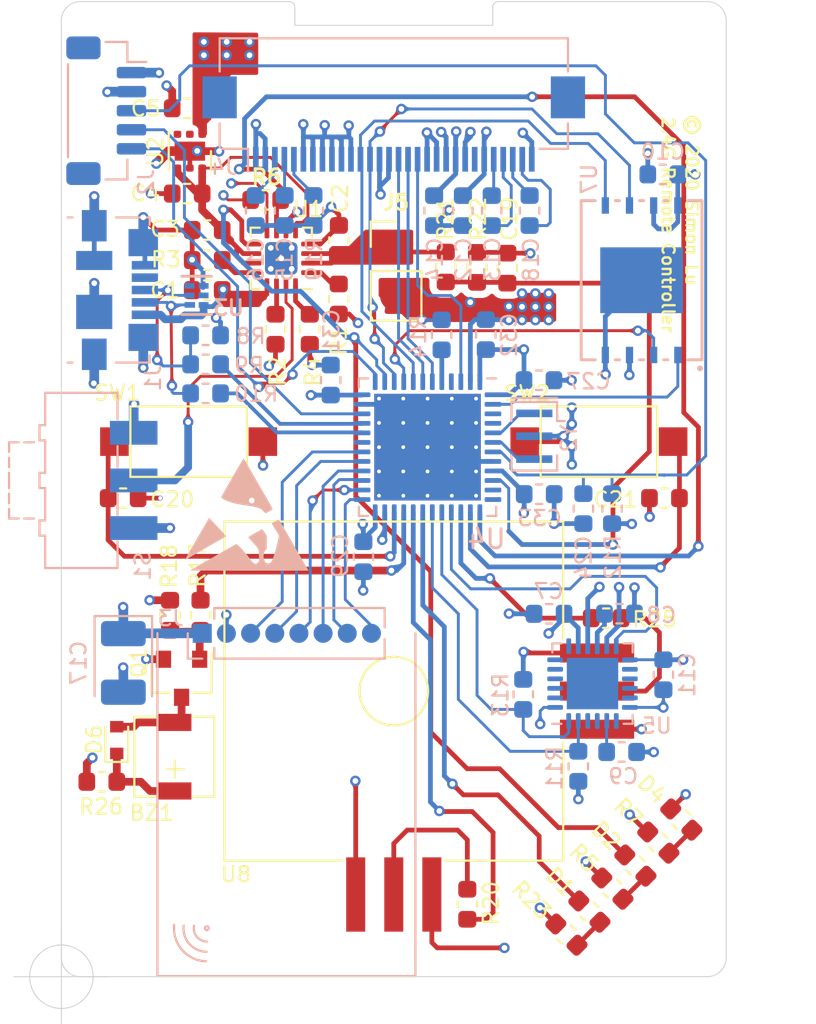
<source format=kicad_pcb>
(kicad_pcb (version 20171130) (host pcbnew "(5.1.6)-1")
  (layers (0 F.Cu signal) (1 In1.Cu power) (2 In2.Cu power) (31 B.Cu signal) (34 B.Paste user) (35 F.Paste user) (36 B.SilkS user) (37 F.SilkS user) (38 B.Mask user) (39 F.Mask user) (44 Edge.Cuts user))
  (net 0 "")
  (net 1 "Net-(BZ1-Pad1)")
  (net 2 "Net-(BZ1-Pad2)")
  (net 3 GND)
  (net 4 "Net-(C1-Pad2)")
  (net 5 /BATT)
  (net 6 /BATT_OUT)
  (net 7 +3V3)
  (net 8 "Net-(C8-Pad1)")
  (net 9 "Net-(C9-Pad1)")
  (net 10 "Net-(C13-Pad2)")
  (net 11 "Net-(C13-Pad1)")
  (net 12 "Net-(C15-Pad1)")
  (net 13 "Net-(C16-Pad1)")
  (net 14 "Net-(C18-Pad1)")
  (net 15 "Net-(C18-Pad2)")
  (net 16 /ADC_BATT)
  (net 17 /BUTTON__LEFT)
  (net 18 /BUTTON_RIGHT)
  (net 19 /nRST)
  (net 20 "Net-(D1-Pad2)")
  (net 21 "Net-(D2-Pad2)")
  (net 22 "Net-(D4-Pad2)")
  (net 23 "Net-(J1-Pad2)")
  (net 24 "Net-(J1-Pad3)")
  (net 25 "Net-(J1-Pad4)")
  (net 26 /SWDIO)
  (net 27 /SWDCLK)
  (net 28 /RF_IRQ)
  (net 29 /RF_MISO)
  (net 30 /RF_MOSI)
  (net 31 /RF_SCK)
  (net 32 /RF_CSN)
  (net 33 /RF_CE)
  (net 34 "Net-(J4-Pad7)")
  (net 35 /OLED_CS)
  (net 36 /OLED_RES)
  (net 37 /OLED_DC)
  (net 38 /OLED_FLASH_SCK)
  (net 39 /OLED_FLASH_MOSI)
  (net 40 "Net-(J4-Pad26)")
  (net 41 "Net-(Q1-Pad1)")
  (net 42 "Net-(R1-Pad1)")
  (net 43 "Net-(R2-Pad2)")
  (net 44 "Net-(R3-Pad2)")
  (net 45 "Net-(R4-Pad2)")
  (net 46 /D+)
  (net 47 /D-)
  (net 48 /MPU_SCL)
  (net 49 /MPU_SDA)
  (net 50 "Net-(R14-Pad1)")
  (net 51 /Buzzer)
  (net 52 "Net-(R20-Pad2)")
  (net 53 /JY_Y)
  (net 54 /JY_X)
  (net 55 "Net-(R25-Pad2)")
  (net 56 "Net-(S1-Pad2)")
  (net 57 "Net-(U2-Pad2)")
  (net 58 "Net-(U4-Pad3)")
  (net 59 "Net-(U4-Pad4)")
  (net 60 "Net-(U4-Pad5)")
  (net 61 "Net-(U4-Pad6)")
  (net 62 "Net-(U4-Pad11)")
  (net 63 "Net-(U4-Pad12)")
  (net 64 "Net-(U5-Pad2)")
  (net 65 "Net-(U5-Pad3)")
  (net 66 "Net-(U5-Pad4)")
  (net 67 "Net-(U5-Pad5)")
  (net 68 "Net-(U5-Pad6)")
  (net 69 "Net-(U5-Pad7)")
  (net 70 "Net-(U5-Pad14)")
  (net 71 "Net-(U5-Pad15)")
  (net 72 "Net-(U5-Pad16)")
  (net 73 "Net-(U5-Pad17)")
  (net 74 "Net-(U5-Pad19)")
  (net 75 "Net-(U5-Pad21)")
  (net 76 "Net-(U5-Pad22)")
  (net 77 /OLED_FLASH_MISO)
  (net 78 /FLASH_CS)
  (net 79 "Net-(U2-Pad3)")
  (net 80 /USER_LED)
  (net 81 /CHARGE)
  (net 82 /PGOOD)
  (net 83 "Net-(U3-Pad5)")
  (net 84 "Net-(U3-Pad3)")
  (net 85 /MPU_INT)
  (net 86 "Net-(U4-Pad45)")
  (net 87 "Net-(U4-Pad31)")
  (module MountingHole:MountingHole_2.2mm_M2 (layer F.Cu) (at 130.89176 114.46224)
    (fp_text reference REF** hide)
    (fp_text value MountingHole_2.2mm_M2 hide)
    (pad "" np_thru_hole circle (at -0.00762 -0.00762) (size 2.2 2.2) (drill 2.2) (layers *.Cu *.Mask))
  )
  (module MountingHole:MountingHole_2.2mm_M2 (layer F.Cu) (at 160.84424 114.46224)
    (fp_text reference REF** hide)
    (fp_text value MountingHole_2.2mm_M2 hide)
    (pad "" np_thru_hole circle (at -0.00762 -0.00762) (size 2.2 2.2) (drill 2.2) (layers *.Cu *.Mask))
  )
  (module MountingHole:MountingHole_2.2mm_M2 (layer F.Cu) (at 160.84382 68.25176)
    (fp_text reference REF** hide)
    (fp_text value MountingHole_2.2mm_M2 hide)
    (pad "" np_thru_hole circle (at -0.00762 -0.00762) (size 2.2 2.2) (drill 2.2) (layers *.Cu *.Mask))
  )
  (module Package_SON:TPD4S012DRYR (layer B.Cu) (at 135.50478 81.18534)
    (fp_text reference U3 (at 1.67996 0.65692) (layer B.SilkS) (effects (font (size 0.8 0.8)) (justify mirror)))
    (fp_text value TPD4S012 hide)
    (pad 6 smd rect (at 0.369999 0.499999) (size 0.52 0.3) (layers B.Cu B.Paste B.Mask) (net 4 "Net-(C1-Pad2)"))
    (pad 5 smd rect (at 0.369999 0) (size 0.52 0.3) (layers B.Cu B.Paste B.Mask) (net 83 "Net-(U3-Pad5)"))
    (pad 4 smd rect (at 0.369999 -0.499999) (size 0.52 0.3) (layers B.Cu B.Paste B.Mask) (net 3 GND))
    (pad 3 smd rect (at -0.369999 -0.499999) (size 0.52 0.3) (layers B.Cu B.Paste B.Mask) (net 84 "Net-(U3-Pad3)"))
    (pad 2 smd rect (at -0.369999 0) (size 0.52 0.3) (layers B.Cu B.Paste B.Mask) (net 24 "Net-(J1-Pad3)"))
    (pad 1 smd rect (at -0.355013 0.499999) (size 0.55 0.3) (layers B.Cu B.Paste B.Mask) (net 23 "Net-(J1-Pad2)"))
  )
  (module Capacitor_SMD:C_0603_1608Metric (layer F.Cu) (at 139.13698 76.17138)
    (fp_text reference R6 (at 0.04572 -1.19634 180) (layer F.SilkS) (effects (font (size 0.8 0.8))))
    (fp_text value 5.1k)
    (pad 1 smd roundrect (at -0.7875 0) (size 0.875 0.95) (layers F.Cu F.Paste F.Mask) (net 7 +3V3))
    (pad 2 smd roundrect (at 0.7875 0) (size 0.875 0.95) (layers F.Cu F.Paste F.Mask) (net 82 /PGOOD))
  )
  (module Crystal:Resonator_SMD_muRata_CSTxExxV-3Pin_3.0x1.1mm (layer B.Cu) (at 153.25174 88.58052 270)
    (fp_text reference Y2 (at 0.12068 -1.81612 270) (layer B.SilkS) (effects (font (size 0.8 0.8) (thickness 0.12)) (justify mirror)))
    (fp_text value 8MHz)
    (pad 1 smd rect (at -1.2 0 270) (size 0.4 1.9) (layers B.Cu B.Paste B.Mask) (net 60 "Net-(U4-Pad5)"))
    (pad 2 smd rect (at 0 0 270) (size 0.4 1.9) (layers B.Cu B.Paste B.Mask) (net 3 GND))
    (pad 3 smd rect (at 1.2 0 270) (size 0.4 1.9) (layers B.Cu B.Paste B.Mask) (net 61 "Net-(U4-Pad6)"))
  )
  (module Resistor_SMD:FJ08K (layer F.Cu) (at 145.868 101.96062)
    (fp_text reference U8 (at -8.29002 9.62054) (layer F.SilkS) (effects (font (size 0.8 0.8) (thickness 0.12))))
    (fp_text value FJ08K-Joystick)
    (pad 6 smd rect (at 10.68 -2) (size 3.9 1) (layers F.Cu F.Paste F.Mask) (net 7 +3V3))
    (pad 5 smd rect (at 10.68 0) (size 3.9 1) (layers F.Cu F.Paste F.Mask) (net 55 "Net-(R25-Pad2)"))
    (pad 4 smd rect (at 10.68 2) (size 3.9 1) (layers F.Cu F.Paste F.Mask) (net 3 GND))
    (pad 1 smd rect (at -2 10.68 90) (size 3.9 1) (layers F.Cu F.Paste F.Mask) (net 3 GND))
    (pad 2 smd rect (at 0 10.68 90) (size 3.9 1) (layers F.Cu F.Paste F.Mask) (net 52 "Net-(R20-Pad2)"))
    (pad 3 smd rect (at 2 10.68 270) (size 3.9 1) (layers F.Cu F.Paste F.Mask) (net 7 +3V3))
  )
  (module Package_DFN_QFN:QFN-24-1EP_4x4mm_P0.5mm_EP2.7x2.7mm (layer B.Cu) (at 156.3088 101.56698)
    (fp_text reference U5 (at 3.36914 2.21418) (layer B.SilkS) (effects (font (size 0.8 0.8) (thickness 0.12)) (justify mirror)))
    (fp_text value MPU6050-Sensor_Motion)
    (pad 1 smd roundrect (at -1.9625 1.25) (size 0.825 0.25) (layers B.Cu B.Paste B.Mask) (net 3 GND))
    (pad 2 smd roundrect (at -1.9625 0.75) (size 0.825 0.25) (layers B.Cu B.Paste B.Mask) (net 64 "Net-(U5-Pad2)"))
    (pad 3 smd roundrect (at -1.9625 0.25) (size 0.825 0.25) (layers B.Cu B.Paste B.Mask) (net 65 "Net-(U5-Pad3)"))
    (pad 4 smd roundrect (at -1.9625 -0.25) (size 0.825 0.25) (layers B.Cu B.Paste B.Mask) (net 66 "Net-(U5-Pad4)"))
    (pad 5 smd roundrect (at -1.9625 -0.75) (size 0.825 0.25) (layers B.Cu B.Paste B.Mask) (net 67 "Net-(U5-Pad5)"))
    (pad 6 smd roundrect (at -1.9625 -1.25) (size 0.825 0.25) (layers B.Cu B.Paste B.Mask) (net 68 "Net-(U5-Pad6)"))
    (pad 7 smd roundrect (at -1.25 -1.9625) (size 0.25 0.825) (layers B.Cu B.Paste B.Mask) (net 69 "Net-(U5-Pad7)"))
    (pad 8 smd roundrect (at -0.75 -1.9625) (size 0.25 0.825) (layers B.Cu B.Paste B.Mask) (net 7 +3V3))
    (pad 9 smd roundrect (at -0.25 -1.9625) (size 0.25 0.825) (layers B.Cu B.Paste B.Mask) (net 3 GND))
    (pad 10 smd roundrect (at 0.25 -1.9625) (size 0.25 0.825) (layers B.Cu B.Paste B.Mask) (net 8 "Net-(C8-Pad1)"))
    (pad 11 smd roundrect (at 0.75 -1.9625) (size 0.25 0.825) (layers B.Cu B.Paste B.Mask) (net 3 GND))
    (pad 12 smd roundrect (at 1.25 -1.9625) (size 0.25 0.825) (layers B.Cu B.Paste B.Mask) (net 85 /MPU_INT))
    (pad 13 smd roundrect (at 1.9625 -1.25) (size 0.825 0.25) (layers B.Cu B.Paste B.Mask) (net 7 +3V3))
    (pad 14 smd roundrect (at 1.9625 -0.75) (size 0.825 0.25) (layers B.Cu B.Paste B.Mask) (net 70 "Net-(U5-Pad14)"))
    (pad 15 smd roundrect (at 1.9625 -0.25) (size 0.825 0.25) (layers B.Cu B.Paste B.Mask) (net 71 "Net-(U5-Pad15)"))
    (pad 16 smd roundrect (at 1.9625 0.25) (size 0.825 0.25) (layers B.Cu B.Paste B.Mask) (net 72 "Net-(U5-Pad16)"))
    (pad 17 smd roundrect (at 1.9625 0.75) (size 0.825 0.25) (layers B.Cu B.Paste B.Mask) (net 73 "Net-(U5-Pad17)"))
    (pad 18 smd roundrect (at 1.9625 1.25) (size 0.825 0.25) (layers B.Cu B.Paste B.Mask) (net 3 GND))
    (pad 19 smd roundrect (at 1.25 1.9625) (size 0.25 0.825) (layers B.Cu B.Paste B.Mask) (net 74 "Net-(U5-Pad19)"))
    (pad 20 smd roundrect (at 0.75 1.9625) (size 0.25 0.825) (layers B.Cu B.Paste B.Mask) (net 9 "Net-(C9-Pad1)"))
    (pad 21 smd roundrect (at 0.25 1.9625) (size 0.25 0.825) (layers B.Cu B.Paste B.Mask) (net 75 "Net-(U5-Pad21)"))
    (pad 22 smd roundrect (at -0.25 1.9625) (size 0.25 0.825) (layers B.Cu B.Paste B.Mask) (net 76 "Net-(U5-Pad22)"))
    (pad 23 smd roundrect (at -0.75 1.9625) (size 0.25 0.825) (layers B.Cu B.Paste B.Mask) (net 48 /MPU_SCL))
    (pad 24 smd roundrect (at -1.25 1.9625) (size 0.25 0.825) (layers B.Cu B.Paste B.Mask) (net 49 /MPU_SDA))
    (pad 25 smd rect (at 0 0) (size 2.7 2.7) (layers B.Cu B.Mask))
  )
  (module Button_Switch_SMD:SW_SPST_CK_RS282G05A3 (layer F.Cu) (at 156.64734 88.86376 180)
    (fp_text reference SW2 (at 3.77698 2.53238) (layer F.SilkS) (effects (font (size 0.8 0.8) (thickness 0.12))))
    (fp_text value RIGHT)
    (pad 2 smd rect (at 3.9 0 180) (size 1.5 1.5) (layers F.Cu F.Paste F.Mask) (net 3 GND))
    (pad 1 smd rect (at -3.9 0 180) (size 1.5 1.5) (layers F.Cu F.Paste F.Mask) (net 18 /BUTTON_RIGHT))
  )
  (module Button_Switch_SMD:SW_SPST_CK_RS282G05A3 (layer F.Cu) (at 135.08822 88.86376)
    (fp_text reference SW1 (at -3.7465 -2.56032) (layer F.SilkS) (effects (font (size 0.8 0.8) (thickness 0.12))))
    (fp_text value LEFT)
    (pad 1 smd rect (at -3.9 0) (size 1.5 1.5) (layers F.Cu F.Paste F.Mask) (net 17 /BUTTON__LEFT))
    (pad 2 smd rect (at 3.9 0) (size 1.5 1.5) (layers F.Cu F.Paste F.Mask) (net 3 GND))
  )
  (module Button_Switch_SMD:SW_SPDT_CK-JS102011SAQN (layer B.Cu) (at 129.45196 90.90084 90)
    (fp_text reference S1 (at -4.50532 3.22598 270) (layer B.SilkS) (effects (font (size 0.8 0.8) (thickness 0.12)) (justify mirror)))
    (fp_text value EG1218)
    (pad 1 smd rect (at -2.5 2.75 90) (size 1.25 2.5) (layers B.Cu B.Paste B.Mask) (net 7 +3V3))
    (pad 2 smd rect (at 0 2.75 90) (size 1.25 2.5) (layers B.Cu B.Paste B.Mask) (net 56 "Net-(S1-Pad2)"))
    (pad 3 smd rect (at 2.5 2.75 90) (size 1.25 2.5) (layers B.Cu B.Paste B.Mask) (net 3 GND))
    (pad "" np_thru_hole circle (at -3.4 0 90) (size 0.9 0.9) (drill 0.9) (layers *.Cu *.Mask))
    (pad "" np_thru_hole circle (at 3.4 0 90) (size 0.9 0.9) (drill 0.9) (layers *.Cu *.Mask))
  )
  (module Capacitor_SMD:C_0603_1608Metric (layer F.Cu) (at 130.52638 106.7225)
    (fp_text reference R26 (at -0.03556 1.30556) (layer F.SilkS) (effects (font (size 0.8 0.8) (thickness 0.12))))
    (fp_text value 10R)
    (pad 2 smd roundrect (at 0.7875 0) (size 0.875 0.95) (layers F.Cu F.Paste F.Mask) (net 1 "Net-(BZ1-Pad1)"))
    (pad 1 smd roundrect (at -0.7875 0) (size 0.875 0.95) (layers F.Cu F.Paste F.Mask) (net 7 +3V3))
  )
  (module Capacitor_SMD:C_0603_1608Metric (layer F.Cu) (at 157.02794 98.13116)
    (fp_text reference R25 (at 2.53826 0.0671) (layer F.SilkS) (effects (font (size 0.8 0.8) (thickness 0.12))))
    (fp_text value 10k)
    (pad 1 smd roundrect (at -0.7875 0) (size 0.875 0.95) (layers F.Cu F.Paste F.Mask) (net 54 /JY_X))
    (pad 2 smd roundrect (at 0.7875 0) (size 0.875 0.95) (layers F.Cu F.Paste F.Mask) (net 55 "Net-(R25-Pad2)"))
  )
  (module Capacitor_SMD:C_0603_1608Metric (layer F.Cu) (at 154.938787 114.744562 315)
    (fp_text reference R23 (at -2.57556 0.019085 135) (layer F.SilkS) (effects (font (size 0.8 0.8) (thickness 0.12))))
    (fp_text value 5.1k)
    (pad 1 smd roundrect (at -0.7875 0 315) (size 0.875 0.95) (layers F.Cu F.Paste F.Mask) (net 7 +3V3))
    (pad 2 smd roundrect (at 0.7875 0 315) (size 0.875 0.95) (layers F.Cu F.Paste F.Mask) (net 20 "Net-(D1-Pad2)"))
  )
  (module Capacitor_SMD:C_0603_1608Metric (layer F.Cu) (at 150.24122 79.7145 90)
    (fp_text reference R22 (at 2.54236 0.05652 90) (layer F.SilkS) (effects (font (size 0.8 0.8) (thickness 0.12))))
    (fp_text value 10k)
    (pad 1 smd roundrect (at -0.7875 0 90) (size 0.875 0.95) (layers F.Cu F.Paste F.Mask) (net 16 /ADC_BATT))
    (pad 2 smd roundrect (at 0.7875 0 90) (size 0.875 0.95) (layers F.Cu F.Paste F.Mask) (net 3 GND))
  )
  (module Capacitor_SMD:C_0603_1608Metric (layer F.Cu) (at 148.59848 79.6969 270)
    (fp_text reference R21 (at -2.54 0.01524 90) (layer F.SilkS) (effects (font (size 0.8 0.8) (thickness 0.12))))
    (fp_text value 10k)
    (pad 2 smd roundrect (at 0.7875 0 270) (size 0.875 0.95) (layers F.Cu F.Paste F.Mask) (net 16 /ADC_BATT))
    (pad 1 smd roundrect (at -0.7875 0 270) (size 0.875 0.95) (layers F.Cu F.Paste F.Mask) (net 5 /BATT))
  )
  (module Capacitor_SMD:C_0603_1608Metric (layer F.Cu) (at 149.73132 113.15378 90)
    (fp_text reference R20 (at 0.05842 1.24714 90) (layer F.SilkS) (effects (font (size 0.8 0.8) (thickness 0.12))))
    (fp_text value 10k)
    (pad 2 smd roundrect (at 0.7875 0 90) (size 0.875 0.95) (layers F.Cu F.Paste F.Mask) (net 52 "Net-(R20-Pad2)"))
    (pad 1 smd roundrect (at -0.7875 0 90) (size 0.875 0.95) (layers F.Cu F.Paste F.Mask) (net 53 /JY_Y))
  )
  (module Capacitor_SMD:C_0603_1608Metric (layer B.Cu) (at 141.64556 76.72698 270)
    (fp_text reference R19 (at 2.54066 -0.03904 270) (layer B.SilkS) (effects (font (size 0.8 0.8) (thickness 0.12)) (justify mirror)))
    (fp_text value 910K)
    (pad 2 smd roundrect (at 0.7875 0 270) (size 0.875 0.95) (layers B.Cu B.Paste B.Mask) (net 3 GND))
    (pad 1 smd roundrect (at -0.7875 0 270) (size 0.875 0.95) (layers B.Cu B.Paste B.Mask) (net 40 "Net-(J4-Pad26)"))
  )
  (module Capacitor_SMD:C_0603_1608Metric (layer F.Cu) (at 134.11326 97.97862 90)
    (fp_text reference R18 (at 2.58064 -0.05334 90) (layer F.SilkS) (effects (font (size 0.8 0.8) (thickness 0.12))))
    (fp_text value 10k)
    (pad 2 smd roundrect (at 0.7875 0 90) (size 0.875 0.95) (layers F.Cu F.Paste F.Mask) (net 3 GND))
    (pad 1 smd roundrect (at -0.7875 0 90) (size 0.875 0.95) (layers F.Cu F.Paste F.Mask) (net 41 "Net-(Q1-Pad1)"))
  )
  (module Capacitor_SMD:C_0603_1608Metric (layer F.Cu) (at 135.71346 97.97862 270)
    (fp_text reference R17 (at -2.60858 0.14986 90) (layer F.SilkS) (effects (font (size 0.8 0.8) (thickness 0.12))))
    (fp_text value 1k)
    (pad 1 smd roundrect (at -0.7875 0 270) (size 0.875 0.95) (layers F.Cu F.Paste F.Mask) (net 51 /Buzzer))
    (pad 2 smd roundrect (at 0.7875 0 270) (size 0.875 0.95) (layers F.Cu F.Paste F.Mask) (net 41 "Net-(Q1-Pad1)"))
  )
  (module Resistor_SMD:R_0603_1608Metric (layer B.Cu) (at 148.38102 83.25616 90)
    (fp_text reference R14 (at -0.1 -1.22808 270) (layer B.SilkS) (effects (font (size 0.8 0.8) (thickness 0.12)) (justify mirror)))
    (fp_text value 10k)
    (pad 1 smd roundrect (at -0.7875 0 90) (size 0.875 0.95) (layers B.Cu B.Paste B.Mask) (net 50 "Net-(R14-Pad1)"))
    (pad 2 smd roundrect (at 0.7875 0 90) (size 0.875 0.95) (layers B.Cu B.Paste B.Mask) (net 3 GND))
  )
  (module Capacitor_SMD:C_0603_1608Metric (layer B.Cu) (at 152.6701 102.13526 270)
    (fp_text reference R13 (at 0.03608 1.19872 90) (layer B.SilkS) (effects (font (size 0.8 0.8) (thickness 0.12)) (justify mirror)))
    (fp_text value 4.7k)
    (pad 2 smd roundrect (at 0.7875 0 270) (size 0.875 0.95) (layers B.Cu B.Paste B.Mask) (net 49 /MPU_SDA))
    (pad 1 smd roundrect (at -0.7875 0 270) (size 0.875 0.95) (layers B.Cu B.Paste B.Mask) (net 7 +3V3))
  )
  (module Resistor_SMD:R_0603_1608Metric (layer B.Cu) (at 157.33608 92.38166 90)
    (fp_text reference R12 (at -2.55016 0.0381 90) (layer B.SilkS) (effects (font (size 0.8 0.8) (thickness 0.12)) (justify mirror)))
    (fp_text value 10k)
    (pad 2 smd roundrect (at 0.7875 0 90) (size 0.875 0.95) (layers B.Cu B.Paste B.Mask) (net 19 /nRST))
    (pad 1 smd roundrect (at -0.7875 0 90) (size 0.875 0.95) (layers B.Cu B.Paste B.Mask) (net 7 +3V3))
  )
  (module Capacitor_SMD:C_0603_1608Metric (layer B.Cu) (at 155.56316 105.9097 90)
    (fp_text reference R11 (at -0.09906 -1.24714 90) (layer B.SilkS) (effects (font (size 0.8 0.8) (thickness 0.12)) (justify mirror)))
    (fp_text value 4.7k)
    (pad 1 smd roundrect (at -0.7875 0 90) (size 0.875 0.95) (layers B.Cu B.Paste B.Mask) (net 7 +3V3))
    (pad 2 smd roundrect (at 0.7875 0 90) (size 0.875 0.95) (layers B.Cu B.Paste B.Mask) (net 48 /MPU_SCL))
  )
  (module Capacitor_SMD:C_0603_1608Metric (layer B.Cu) (at 135.97926 86.33116 180)
    (fp_text reference R10 (at -2.65684 -0.0254 180) (layer B.SilkS) (effects (font (size 0.8 0.8) (thickness 0.12)) (justify mirror)))
    (fp_text value 10R)
    (pad 1 smd roundrect (at -0.7875 0 180) (size 0.875 0.95) (layers B.Cu B.Paste B.Mask) (net 47 /D-))
    (pad 2 smd roundrect (at 0.7875 0 180) (size 0.875 0.95) (layers B.Cu B.Paste B.Mask) (net 23 "Net-(J1-Pad2)"))
  )
  (module Capacitor_SMD:C_0603_1608Metric (layer B.Cu) (at 135.97926 84.80616 180)
    (fp_text reference R9 (at -2.28762 -0.0482 180) (layer B.SilkS) (effects (font (size 0.8 0.8) (thickness 0.12)) (justify mirror)))
    (fp_text value 10R)
    (pad 2 smd roundrect (at 0.7875 0 180) (size 0.875 0.95) (layers B.Cu B.Paste B.Mask) (net 24 "Net-(J1-Pad3)"))
    (pad 1 smd roundrect (at -0.7875 0 180) (size 0.875 0.95) (layers B.Cu B.Paste B.Mask) (net 46 /D+))
  )
  (module Capacitor_SMD:C_0603_1608Metric (layer B.Cu) (at 135.97926 83.28116)
    (fp_text reference R8 (at 2.37744 0.04826 180) (layer B.SilkS) (effects (font (size 0.8 0.8) (thickness 0.12)) (justify mirror)))
    (fp_text value 1.5k)
    (pad 2 smd roundrect (at 0.7875 0) (size 0.875 0.95) (layers B.Cu B.Paste B.Mask) (net 7 +3V3))
    (pad 1 smd roundrect (at -0.7875 0) (size 0.875 0.95) (layers B.Cu B.Paste B.Mask) (net 24 "Net-(J1-Pad3)"))
  )
  (module Capacitor_SMD:C_0603_1608Metric (layer F.Cu) (at 159.769446 109.913902 135)
    (fp_text reference R7 (at 2.23022 -0.008658 135) (layer F.SilkS) (effects (font (size 0.8 0.8) (thickness 0.12))))
    (fp_text value 5.1k)
    (pad 1 smd roundrect (at -0.7875 0 135) (size 0.875 0.95) (layers F.Cu F.Paste F.Mask) (net 22 "Net-(D4-Pad2)"))
    (pad 2 smd roundrect (at 0.7875 0 135) (size 0.875 0.95) (layers F.Cu F.Paste F.Mask) (net 7 +3V3))
  )
  (module Capacitor_SMD:C_0603_1608Metric (layer F.Cu) (at 157.354117 112.329232 315)
    (fp_text reference R5 (at -2.19202 -0.073005 135) (layer F.SilkS) (effects (font (size 0.8 0.8) (thickness 0.12))))
    (fp_text value 5.1k)
    (pad 1 smd roundrect (at -0.7875 0 315) (size 0.875 0.95) (layers F.Cu F.Paste F.Mask) (net 7 +3V3))
    (pad 2 smd roundrect (at 0.7875 0 315) (size 0.875 0.95) (layers F.Cu F.Paste F.Mask) (net 21 "Net-(D2-Pad2)"))
  )
  (module Capacitor_SMD:C_0603_1608Metric (layer F.Cu) (at 141.45346 82.96588 90)
    (fp_text reference R4 (at -2.23012 0.16764 90) (layer F.SilkS) (effects (font (size 0.8 0.8) (thickness 0.12))))
    (fp_text value 3k)
    (pad 2 smd roundrect (at 0.7875 0 90) (size 0.875 0.95) (layers F.Cu F.Paste F.Mask) (net 45 "Net-(R4-Pad2)"))
    (pad 1 smd roundrect (at -0.7875 0 90) (size 0.875 0.95) (layers F.Cu F.Paste F.Mask) (net 3 GND))
  )
  (module Capacitor_SMD:C_0603_1608Metric (layer F.Cu) (at 136.06358 79.332834)
    (fp_text reference R3 (at -2.16916 -0.034714) (layer F.SilkS) (effects (font (size 0.8 0.8) (thickness 0.12))))
    (fp_text value 1.5k)
    (pad 1 smd roundrect (at -0.7875 0) (size 0.875 0.95) (layers F.Cu F.Paste F.Mask) (net 3 GND))
    (pad 2 smd roundrect (at 0.7875 0) (size 0.875 0.95) (layers F.Cu F.Paste F.Mask) (net 44 "Net-(R3-Pad2)"))
  )
  (module Capacitor_SMD:C_0603_1608Metric (layer F.Cu) (at 139.6526 82.96334 90)
    (fp_text reference R2 (at -2.2098 0.11684 90) (layer F.SilkS) (effects (font (size 0.8 0.8) (thickness 0.12))))
    (fp_text value 15k)
    (pad 2 smd roundrect (at 0.7875 0 90) (size 0.875 0.95) (layers F.Cu F.Paste F.Mask) (net 43 "Net-(R2-Pad2)"))
    (pad 1 smd roundrect (at -0.7875 0 90) (size 0.875 0.95) (layers F.Cu F.Paste F.Mask) (net 3 GND))
  )
  (module Capacitor_SMD:C_0603_1608Metric (layer F.Cu) (at 142.97492 81.37584 270)
    (fp_text reference R1 (at 2.19456 -0.00508 90) (layer F.SilkS) (effects (font (size 0.8 0.8) (thickness 0.12))))
    (fp_text value 10k)
    (pad 2 smd roundrect (at 0.7875 0 270) (size 0.875 0.95) (layers F.Cu F.Paste F.Mask) (net 3 GND))
    (pad 1 smd roundrect (at -0.7875 0 270) (size 0.875 0.95) (layers F.Cu F.Paste F.Mask) (net 42 "Net-(R1-Pad1)"))
  )
  (module Package_TO_SOT_SMD:SOT-23 (layer F.Cu) (at 134.71846 101.28804 270)
    (fp_text reference Q1 (at -0.80378 2.2566 90) (layer F.SilkS) (effects (font (size 0.8 0.8) (thickness 0.12))))
    (fp_text value S8050-Transistor_BJT)
    (pad 3 smd rect (at 1 0 270) (size 0.9 0.8) (layers F.Cu F.Paste F.Mask) (net 2 "Net-(BZ1-Pad2)"))
    (pad 2 smd rect (at -1 0.95 270) (size 0.9 0.8) (layers F.Cu F.Paste F.Mask) (net 3 GND))
    (pad 1 smd rect (at -1 -0.95 270) (size 0.9 0.8) (layers F.Cu F.Paste F.Mask) (net 41 "Net-(Q1-Pad1)"))
  )
  (module RF_Module:ai-thinker_2.4G_NF03_1.27mm (layer B.Cu) (at 140.05542 107.7004 270)
    (fp_text reference J3 (at -9.5631 5.9055) (layer B.SilkS) (effects (font (size 0.8 0.8) (thickness 0.12)) (justify mirror)))
    (fp_text value 24RF)
    (pad 8 smd oval (at -8.77316 -4.63804 270) (size 1 1) (layers B.Cu B.Paste B.Mask) (net 28 /RF_IRQ))
    (pad 7 smd oval (at -8.77316 -3.36804 270) (size 1 1) (layers B.Cu B.Paste B.Mask) (net 29 /RF_MISO))
    (pad 6 smd oval (at -8.77316 -2.09804 270) (size 1 1) (layers B.Cu B.Paste B.Mask) (net 30 /RF_MOSI))
    (pad 5 smd oval (at -8.77316 -0.82804 270) (size 1 1) (layers B.Cu B.Paste B.Mask) (net 31 /RF_SCK))
    (pad 4 smd oval (at -8.77316 0.44196 270) (size 1 1) (layers B.Cu B.Paste B.Mask) (net 32 /RF_CSN))
    (pad 3 smd oval (at -8.77316 1.71196 270) (size 1 1) (layers B.Cu B.Paste B.Mask) (net 33 /RF_CE))
    (pad 2 smd oval (at -8.77316 2.98196 270) (size 1 1) (layers B.Cu B.Paste B.Mask) (net 3 GND))
    (pad 1 smd rect (at -8.77316 4.25196 270) (size 1 1) (layers B.Cu B.Paste B.Mask) (net 7 +3V3))
  )
  (module Connector_JST:JST_SH_BM05B-SRSS-TB_1x05-1MP_P1.00mm_Vertical (layer B.Cu) (at 130.76006 71.49016 270)
    (fp_text reference J2 (at 3.7537 -2.09296 270) (layer B.SilkS) (effects (font (size 0.8 0.8) (thickness 0.12)) (justify mirror)))
    (fp_text value SWD)
    (pad 1 smd roundrect (at -2 -1.325 270) (size 0.6 1.55) (layers B.Cu B.Paste B.Mask) (net 7 +3V3))
    (pad 2 smd roundrect (at -1 -1.325 270) (size 0.6 1.55) (layers B.Cu B.Paste B.Mask) (net 3 GND))
    (pad 3 smd roundrect (at 0 -1.325 270) (size 0.6 1.55) (layers B.Cu B.Paste B.Mask) (net 19 /nRST))
    (pad 4 smd roundrect (at 1 -1.325 270) (size 0.6 1.55) (layers B.Cu B.Paste B.Mask) (net 26 /SWDIO))
    (pad 5 smd roundrect (at 2 -1.325 270) (size 0.6 1.55) (layers B.Cu B.Paste B.Mask) (net 27 /SWDCLK))
    (pad MP smd roundrect (at -3.3 1.2 270) (size 1.2 1.8) (layers B.Cu B.Paste B.Mask) (roundrect_rratio 0.208333))
    (pad MP smd roundrect (at 3.3 1.2 270) (size 1.2 1.8) (layers B.Cu B.Paste B.Mask) (roundrect_rratio 0.208333))
  )
  (module Connector_USB:USB_Micro-B_Molex_47346-0001 (layer B.Cu) (at 131.32902 80.9034 90)
    (fp_text reference J1 (at -4.62788 1.88976 90) (layer B.SilkS) (effects (font (size 0.8 0.8) (thickness 0.12)) (justify mirror)))
    (fp_text value USB_B_Micro)
    (pad 1 smd rect (at -1.3 1.46 90) (size 0.45 1.38) (layers B.Cu B.Paste B.Mask) (net 4 "Net-(C1-Pad2)"))
    (pad 2 smd rect (at -0.65 1.46 90) (size 0.45 1.38) (layers B.Cu B.Paste B.Mask) (net 23 "Net-(J1-Pad2)"))
    (pad 3 smd rect (at 0 1.46 90) (size 0.45 1.38) (layers B.Cu B.Paste B.Mask) (net 24 "Net-(J1-Pad3)"))
    (pad 4 smd rect (at 0.65 1.46 90) (size 0.45 1.38) (layers B.Cu B.Paste B.Mask) (net 25 "Net-(J1-Pad4)"))
    (pad 5 smd rect (at 1.3 1.46 90) (size 0.45 1.38) (layers B.Cu B.Paste B.Mask) (net 3 GND))
    (pad 6 smd rect (at -2.4875 1.375 90) (size 1.425 1.55) (layers B.Cu B.Paste B.Mask) (net 3 GND))
    (pad 6 smd rect (at 2.4875 1.375 90) (size 1.425 1.55) (layers B.Cu B.Paste B.Mask) (net 3 GND))
    (pad 6 smd rect (at -3.375 -1.2 90) (size 1.65 1.3) (layers B.Cu B.Paste B.Mask) (net 3 GND))
    (pad 6 smd rect (at 3.375 -1.2 90) (size 1.65 1.3) (layers B.Cu B.Paste B.Mask) (net 3 GND))
    (pad 6 smd rect (at -1.15 -1.2 90) (size 1.8 1.9) (layers B.Cu B.Paste B.Mask) (net 3 GND))
    (pad 6 smd rect (at 1.55 -1.2 90) (size 1 1.9) (layers B.Cu B.Paste B.Mask) (net 3 GND))
  )
  (module Diode_SMD:D_SOD-523 (layer F.Cu) (at 131.31124 104.53048 90)
    (fp_text reference D6 (at 0.02794 -1.18618 90) (layer F.SilkS) (effects (font (size 0.8 0.8) (thickness 0.12))))
    (fp_text value 1N4148WT)
    (pad 2 smd rect (at 0.7 0 270) (size 0.6 0.7) (layers F.Cu F.Paste F.Mask) (net 2 "Net-(BZ1-Pad2)"))
    (pad 1 smd rect (at -0.7 0 270) (size 0.6 0.7) (layers F.Cu F.Paste F.Mask) (net 1 "Net-(BZ1-Pad1)"))
  )
  (module Capacitor_SMD:C_0603_1608Metric (layer F.Cu) (at 160.977111 108.706237 315)
    (fp_text reference D4 (at -2.223036 -0.0328 135) (layer F.SilkS) (effects (font (size 0.8 0.8) (thickness 0.12))))
    (fp_text value POWER)
    (pad 2 smd roundrect (at 0.7875 0 315) (size 0.875 0.95) (layers F.Cu F.Paste F.Mask) (net 22 "Net-(D4-Pad2)"))
    (pad 1 smd roundrect (at -0.7875 0 315) (size 0.875 0.95) (layers F.Cu F.Paste F.Mask) (net 3 GND))
  )
  (module Capacitor_SMD:C_0603_1608Metric (layer F.Cu) (at 158.561782 111.121567 315)
    (fp_text reference D2 (at -2.20218 -0.02696 135) (layer F.SilkS) (effects (font (size 0.8 0.8) (thickness 0.12))))
    (fp_text value CHG)
    (pad 1 smd roundrect (at -0.7875 0 315) (size 0.875 0.95) (layers F.Cu F.Paste F.Mask) (net 81 /CHARGE))
    (pad 2 smd roundrect (at 0.7875 0 315) (size 0.875 0.95) (layers F.Cu F.Paste F.Mask) (net 21 "Net-(D2-Pad2)"))
  )
  (module Capacitor_SMD:C_0603_1608Metric (layer F.Cu) (at 156.146452 113.536897 315)
    (fp_text reference D1 (at -2.19456 -0.02123 135) (layer F.SilkS) (effects (font (size 0.8 0.8) (thickness 0.12))))
    (fp_text value USER)
    (pad 2 smd roundrect (at 0.7875 0 315) (size 0.875 0.95) (layers F.Cu F.Paste F.Mask) (net 20 "Net-(D1-Pad2)"))
    (pad 1 smd roundrect (at -0.7875 0 315) (size 0.875 0.95) (layers F.Cu F.Paste F.Mask) (net 80 /USER_LED))
  )
  (module Capacitor_SMD:C_0603_1608Metric (layer B.Cu) (at 153.5069 91.6226 180)
    (fp_text reference C33 (at -0.0268 -1.26198) (layer B.SilkS) (effects (font (size 0.8 0.8) (thickness 0.12)) (justify mirror)))
    (fp_text value 1uF)
    (pad 1 smd roundrect (at -0.7875 0 180) (size 0.875 0.95) (layers B.Cu B.Paste B.Mask) (net 3 GND))
    (pad 2 smd roundrect (at 0.7875 0 180) (size 0.875 0.95) (layers B.Cu B.Paste B.Mask) (net 7 +3V3))
  )
  (module Capacitor_SMD:C_0603_1608Metric (layer B.Cu) (at 150.70414 83.24528 270)
    (fp_text reference C32 (at 0.025 -1.225 270) (layer B.SilkS) (effects (font (size 0.8 0.8) (thickness 0.12)) (justify mirror)))
    (fp_text value 0.1uF)
    (pad 2 smd roundrect (at 0.7875 0 270) (size 0.875 0.95) (layers B.Cu B.Paste B.Mask) (net 7 +3V3))
    (pad 1 smd roundrect (at -0.7875 0 270) (size 0.875 0.95) (layers B.Cu B.Paste B.Mask) (net 3 GND))
  )
  (module Capacitor_SMD:C_0603_1608Metric (layer B.Cu) (at 142.55294 85.63116 270)
    (fp_text reference C31 (at -2.56664 -0.04234 90) (layer B.SilkS) (effects (font (size 0.8 0.8) (thickness 0.12)) (justify mirror)))
    (fp_text value 0.1uF)
    (pad 1 smd roundrect (at -0.7875 0 270) (size 0.875 0.95) (layers B.Cu B.Paste B.Mask) (net 3 GND))
    (pad 2 smd roundrect (at 0.7875 0 270) (size 0.875 0.95) (layers B.Cu B.Paste B.Mask) (net 7 +3V3))
  )
  (module Capacitor_SMD:C_0603_1608Metric (layer B.Cu) (at 144.27032 94.90642 90)
    (fp_text reference C29 (at 0.05334 -1.2192 270) (layer B.SilkS) (effects (font (size 0.8 0.8) (thickness 0.12)) (justify mirror)))
    (fp_text value 0.1uF)
    (pad 2 smd roundrect (at 0.7875 0 90) (size 0.875 0.95) (layers B.Cu B.Paste B.Mask) (net 7 +3V3))
    (pad 1 smd roundrect (at -0.7875 0 90) (size 0.875 0.95) (layers B.Cu B.Paste B.Mask) (net 3 GND))
  )
  (module Capacitor_SMD:C_0603_1608Metric (layer B.Cu) (at 153.49674 85.6405 180)
    (fp_text reference C27 (at -2.6 -0.06272) (layer B.SilkS) (effects (font (size 0.8 0.8) (thickness 0.12)) (justify mirror)))
    (fp_text value 0.1uF)
    (pad 1 smd roundrect (at -0.7875 0 180) (size 0.875 0.95) (layers B.Cu B.Paste B.Mask) (net 3 GND))
    (pad 2 smd roundrect (at 0.7875 0 180) (size 0.875 0.95) (layers B.Cu B.Paste B.Mask) (net 7 +3V3))
  )
  (module Capacitor_SMD:C_0603_1608Metric (layer B.Cu) (at 155.82986 92.38166 270)
    (fp_text reference C24 (at 2.58572 -0.0127 90) (layer B.SilkS) (effects (font (size 0.8 0.8) (thickness 0.12)) (justify mirror)))
    (fp_text value 0.1uF)
    (pad 2 smd roundrect (at 0.7875 0 270) (size 0.875 0.95) (layers B.Cu B.Paste B.Mask) (net 3 GND))
    (pad 1 smd roundrect (at -0.7875 0 270) (size 0.875 0.95) (layers B.Cu B.Paste B.Mask) (net 19 /nRST))
  )
  (module Capacitor_SMD:C_0603_1608Metric (layer F.Cu) (at 160.08944 91.83048 180)
    (fp_text reference C21 (at 2.57302 -0.0762) (layer F.SilkS) (effects (font (size 0.8 0.8) (thickness 0.12))))
    (fp_text value 100nF)
    (pad 1 smd roundrect (at -0.7875 0 180) (size 0.875 0.95) (layers F.Cu F.Paste F.Mask) (net 18 /BUTTON_RIGHT))
    (pad 2 smd roundrect (at 0.7875 0 180) (size 0.875 0.95) (layers F.Cu F.Paste F.Mask) (net 3 GND))
  )
  (module Capacitor_SMD:C_0603_1608Metric (layer F.Cu) (at 131.64652 91.83048)
    (fp_text reference C20 (at 2.58318 0.06604) (layer F.SilkS) (effects (font (size 0.8 0.8) (thickness 0.12))))
    (fp_text value 100nF)
    (pad 2 smd roundrect (at 0.7875 0) (size 0.875 0.95) (layers F.Cu F.Paste F.Mask) (net 3 GND))
    (pad 1 smd roundrect (at -0.7875 0) (size 0.875 0.95) (layers F.Cu F.Paste F.Mask) (net 17 /BUTTON__LEFT))
  )
  (module Capacitor_SMD:C_0603_1608Metric (layer F.Cu) (at 151.83444 79.75532 90)
    (fp_text reference C19 (at 2.58318 0.10414 90) (layer F.SilkS) (effects (font (size 0.8 0.8) (thickness 0.12))))
    (fp_text value 100nF)
    (pad 1 smd roundrect (at -0.7875 0 90) (size 0.875 0.95) (layers F.Cu F.Paste F.Mask) (net 16 /ADC_BATT))
    (pad 2 smd roundrect (at 0.7875 0 90) (size 0.875 0.95) (layers F.Cu F.Paste F.Mask) (net 3 GND))
  )
  (module Capacitor_SMD:C_0603_1608Metric (layer B.Cu) (at 153.00284 76.73272 90)
    (fp_text reference C18 (at -2.58318 0.07366 270) (layer B.SilkS) (effects (font (size 0.8 0.8) (thickness 0.12)) (justify mirror)))
    (fp_text value 1uF)
    (pad 1 smd roundrect (at -0.7875 0 90) (size 0.875 0.95) (layers B.Cu B.Paste B.Mask) (net 14 "Net-(C18-Pad1)"))
    (pad 2 smd roundrect (at 0.7875 0 90) (size 0.875 0.95) (layers B.Cu B.Paste B.Mask) (net 15 "Net-(C18-Pad2)"))
  )
  (module Capacitor_Tantalum_SMD:CP_EIA-3528-21_Kemet-B (layer B.Cu) (at 131.65818 100.48172 270)
    (fp_text reference C17 (at 0 2.35 270) (layer B.SilkS) (effects (font (size 0.8 0.8) (thickness 0.12)) (justify mirror)))
    (fp_text value 100uF)
    (pad 1 smd roundrect (at -1.5375 0 270) (size 1.325 2.35) (layers B.Cu B.Paste B.Mask) (roundrect_rratio 0.188679) (net 7 +3V3))
    (pad 2 smd roundrect (at 1.5375 0 270) (size 1.325 2.35) (layers B.Cu B.Paste B.Mask) (roundrect_rratio 0.188679) (net 3 GND))
  )
  (module Capacitor_SMD:C_0603_1608Metric (layer B.Cu) (at 138.61326 76.72698 270)
    (fp_text reference C16 (at 2.57622 -0.00048 270) (layer B.SilkS) (effects (font (size 0.8 0.8) (thickness 0.12)) (justify mirror)))
    (fp_text value 2.2uF)
    (pad 2 smd roundrect (at 0.7875 0 270) (size 0.875 0.95) (layers B.Cu B.Paste B.Mask) (net 3 GND))
    (pad 1 smd roundrect (at -0.7875 0 270) (size 0.875 0.95) (layers B.Cu B.Paste B.Mask) (net 13 "Net-(C16-Pad1)"))
  )
  (module Capacitor_SMD:C_0603_1608Metric (layer B.Cu) (at 140.12964 76.72698 270)
    (fp_text reference C15 (at 2.57622 -0.01064 270) (layer B.SilkS) (effects (font (size 0.8 0.8) (thickness 0.12)) (justify mirror)))
    (fp_text value 4.7uF)
    (pad 1 smd roundrect (at -0.7875 0 270) (size 0.875 0.95) (layers B.Cu B.Paste B.Mask) (net 12 "Net-(C15-Pad1)"))
    (pad 2 smd roundrect (at 0.7875 0 270) (size 0.875 0.95) (layers B.Cu B.Paste B.Mask) (net 3 GND))
  )
  (module Capacitor_SMD:C_0603_1608Metric (layer B.Cu) (at 147.98586 76.7346 270)
    (fp_text reference C14 (at 2.5813 -0.04874 270) (layer B.SilkS) (effects (font (size 0.8 0.8) (thickness 0.12)) (justify mirror)))
    (fp_text value 1uF)
    (pad 2 smd roundrect (at 0.7875 0 270) (size 0.875 0.95) (layers B.Cu B.Paste B.Mask) (net 3 GND))
    (pad 1 smd roundrect (at -0.7875 0 270) (size 0.875 0.95) (layers B.Cu B.Paste B.Mask) (net 7 +3V3))
  )
  (module Capacitor_SMD:C_0603_1608Metric (layer B.Cu) (at 151.01316 76.7346 90)
    (fp_text reference C13 (at -2.56098 0.03896 270) (layer B.SilkS) (effects (font (size 0.8 0.8) (thickness 0.12)) (justify mirror)))
    (fp_text value 1uF)
    (pad 2 smd roundrect (at 0.7875 0 90) (size 0.875 0.95) (layers B.Cu B.Paste B.Mask) (net 10 "Net-(C13-Pad2)"))
    (pad 1 smd roundrect (at -0.7875 0 90) (size 0.875 0.95) (layers B.Cu B.Paste B.Mask) (net 11 "Net-(C13-Pad1)"))
  )
  (module Capacitor_SMD:C_0603_1608Metric (layer B.Cu) (at 149.4997 76.7346 270)
    (fp_text reference C12 (at 2.5813 -0.02842 270) (layer B.SilkS) (effects (font (size 0.8 0.8) (thickness 0.12)) (justify mirror)))
    (fp_text value 1uF)
    (pad 1 smd roundrect (at -0.7875 0 270) (size 0.875 0.95) (layers B.Cu B.Paste B.Mask) (net 7 +3V3))
    (pad 2 smd roundrect (at 0.7875 0 270) (size 0.875 0.95) (layers B.Cu B.Paste B.Mask) (net 3 GND))
  )
  (module Capacitor_SMD:C_0603_1608Metric (layer B.Cu) (at 160.03356 101.10148 90)
    (fp_text reference C11 (at -0.01542 1.25708 90) (layer B.SilkS) (effects (font (size 0.8 0.8) (thickness 0.12)) (justify mirror)))
    (fp_text value 0.1uF)
    (pad 1 smd roundrect (at -0.7875 0 90) (size 0.875 0.95) (layers B.Cu B.Paste B.Mask) (net 3 GND))
    (pad 2 smd roundrect (at 0.7875 0 90) (size 0.875 0.95) (layers B.Cu B.Paste B.Mask) (net 7 +3V3))
  )
  (module Capacitor_SMD:C_0603_1608Metric (layer B.Cu) (at 160.00294 74.83116 180)
    (fp_text reference C10 (at -0.01016 1.18872) (layer B.SilkS) (effects (font (size 0.8 0.8) (thickness 0.12)) (justify mirror)))
    (fp_text value 0.1uF)
    (pad 1 smd roundrect (at -0.7875 0 180) (size 0.875 0.95) (layers B.Cu B.Paste B.Mask) (net 7 +3V3))
    (pad 2 smd roundrect (at 0.7875 0 180) (size 0.875 0.95) (layers B.Cu B.Paste B.Mask) (net 3 GND))
  )
  (module Capacitor_SMD:C_0603_1608Metric (layer B.Cu) (at 157.8394 105.15768)
    (fp_text reference C9 (at 0.08854 1.27348 180) (layer B.SilkS) (effects (font (size 0.8 0.8) (thickness 0.12)) (justify mirror)))
    (fp_text value 2.2nF)
    (pad 2 smd roundrect (at 0.7875 0) (size 0.875 0.95) (layers B.Cu B.Paste B.Mask) (net 3 GND))
    (pad 1 smd roundrect (at -0.7875 0) (size 0.875 0.95) (layers B.Cu B.Paste B.Mask) (net 9 "Net-(C9-Pad1)"))
  )
  (module Capacitor_SMD:C_0603_1608Metric (layer B.Cu) (at 157.7247 97.896)
    (fp_text reference C8 (at 2.19964 0.07366 180) (layer B.SilkS) (effects (font (size 0.8 0.8) (thickness 0.12)) (justify mirror)))
    (fp_text value 0.1uF)
    (pad 1 smd roundrect (at -0.7875 0) (size 0.875 0.95) (layers B.Cu B.Paste B.Mask) (net 8 "Net-(C8-Pad1)"))
    (pad 2 smd roundrect (at 0.7875 0) (size 0.875 0.95) (layers B.Cu B.Paste B.Mask) (net 3 GND))
  )
  (module Capacitor_SMD:C_0603_1608Metric (layer B.Cu) (at 154.02646 97.90362 180)
    (fp_text reference C7 (at 0.02242 1.18258 180) (layer B.SilkS) (effects (font (size 0.8 0.8) (thickness 0.12)) (justify mirror)))
    (fp_text value 10nF)
    (pad 1 smd roundrect (at -0.7875 0 180) (size 0.875 0.95) (layers B.Cu B.Paste B.Mask) (net 7 +3V3))
    (pad 2 smd roundrect (at 0.7875 0 180) (size 0.875 0.95) (layers B.Cu B.Paste B.Mask) (net 3 GND))
  )
  (module Capacitor_SMD:C_0603_1608Metric (layer F.Cu) (at 135.01202 71.36062 180)
    (fp_text reference C5 (at 2.1816 -0.01716 180) (layer F.SilkS) (effects (font (size 0.8 0.8) (thickness 0.12))))
    (fp_text value 1uF)
    (pad 1 smd roundrect (at -0.7875 0 180) (size 0.875 0.95) (layers F.Cu F.Paste F.Mask) (net 7 +3V3))
    (pad 2 smd roundrect (at 0.7875 0 180) (size 0.875 0.95) (layers F.Cu F.Paste F.Mask) (net 3 GND))
  )
  (module Capacitor_SMD:C_0603_1608Metric (layer F.Cu) (at 135.01202 75.84118 180)
    (fp_text reference C4 (at 2.19964 0.00762 180) (layer F.SilkS) (effects (font (size 0.8 0.8) (thickness 0.12))))
    (fp_text value 1uF)
    (pad 2 smd roundrect (at 0.7875 0 180) (size 0.875 0.95) (layers F.Cu F.Paste F.Mask) (net 3 GND))
    (pad 1 smd roundrect (at -0.7875 0 180) (size 0.875 0.95) (layers F.Cu F.Paste F.Mask) (net 6 /BATT_OUT))
  )
  (module Capacitor_SMD:C_0603_1608Metric (layer F.Cu) (at 136.06358 77.754648 180)
    (fp_text reference C3 (at 2.21234 0.049108) (layer F.SilkS) (effects (font (size 0.8 0.8) (thickness 0.12))))
    (fp_text value 4.7uF)
    (pad 2 smd roundrect (at 0.7875 0 180) (size 0.875 0.95) (layers F.Cu F.Paste F.Mask) (net 3 GND))
    (pad 1 smd roundrect (at -0.7875 0 180) (size 0.875 0.95) (layers F.Cu F.Paste F.Mask) (net 6 /BATT_OUT))
  )
  (module Capacitor_SMD:C_0603_1608Metric (layer F.Cu) (at 142.98508 78.2999 270)
    (fp_text reference C2 (at -2.19456 -0.05842 90) (layer F.SilkS) (effects (font (size 0.8 0.8) (thickness 0.12))))
    (fp_text value 4.7uF)
    (pad 1 smd roundrect (at -0.7875 0 270) (size 0.875 0.95) (layers F.Cu F.Paste F.Mask) (net 3 GND))
    (pad 2 smd roundrect (at 0.7875 0 270) (size 0.875 0.95) (layers F.Cu F.Paste F.Mask) (net 5 /BATT))
  )
  (module Capacitor_SMD:C_0603_1608Metric (layer F.Cu) (at 136.06358 80.91102)
    (fp_text reference C1 (at -2.21234 0.00508) (layer F.SilkS) (effects (font (size 0.8 0.8) (thickness 0.12))))
    (fp_text value 1uF)
    (pad 1 smd roundrect (at -0.7875 0) (size 0.875 0.95) (layers F.Cu F.Paste F.Mask) (net 3 GND))
    (pad 2 smd roundrect (at 0.7875 0) (size 0.875 0.95) (layers F.Cu F.Paste F.Mask) (net 4 "Net-(C1-Pad2)"))
  )
  (module Buzzer_Beeper:MLT-4020 (layer F.Cu) (at 134.3356 105.40548 90)
    (fp_text reference BZ1 (at -2.94516 -1.19556) (layer F.SilkS) (effects (font (size 0.8 0.8) (thickness 0.12))))
    (fp_text value Buzzer)
    (pad 1 smd rect (at -1.8 0 90) (size 0.9 1.8) (layers F.Cu F.Paste F.Mask) (net 1 "Net-(BZ1-Pad1)"))
    (pad 2 smd rect (at 1.8 0 90) (size 0.9 1.8) (layers F.Cu F.Paste F.Mask) (net 2 "Net-(BZ1-Pad2)"))
  )
  (module Connector_FFC-FPC:Hirose_FH12-30S-0.5SH_1x30-1MP_P0.50mm_Horizontal (layer B.Cu) (at 145.868 72.18904)
    (fp_text reference J4 (at -8.94082 2.2526 180) (layer B.SilkS) (effects (font (size 0.8 0.8) (thickness 0.12)) (justify mirror)))
    (fp_text value Conn_01x30)
    (pad MP smd rect (at 9.15 -1.4) (size 1.8 2.2) (layers B.Cu B.Paste B.Mask))
    (pad MP smd rect (at -9.15 -1.4) (size 1.8 2.2) (layers B.Cu B.Paste B.Mask))
    (pad 30 smd rect (at -7.25 1.85) (size 0.3 1.3) (layers B.Cu B.Paste B.Mask) (net 3 GND))
    (pad 29 smd rect (at -6.75 1.85) (size 0.3 1.3) (layers B.Cu B.Paste B.Mask) (net 3 GND))
    (pad 28 smd rect (at -6.25 1.85) (size 0.3 1.3) (layers B.Cu B.Paste B.Mask) (net 13 "Net-(C16-Pad1)"))
    (pad 27 smd rect (at -5.75 1.85) (size 0.3 1.3) (layers B.Cu B.Paste B.Mask) (net 12 "Net-(C15-Pad1)"))
    (pad 26 smd rect (at -5.25 1.85) (size 0.3 1.3) (layers B.Cu B.Paste B.Mask) (net 40 "Net-(J4-Pad26)"))
    (pad 25 smd rect (at -4.75 1.85) (size 0.3 1.3) (layers B.Cu B.Paste B.Mask) (net 3 GND))
    (pad 24 smd rect (at -4.25 1.85) (size 0.3 1.3) (layers B.Cu B.Paste B.Mask) (net 3 GND))
    (pad 23 smd rect (at -3.75 1.85) (size 0.3 1.3) (layers B.Cu B.Paste B.Mask) (net 3 GND))
    (pad 22 smd rect (at -3.25 1.85) (size 0.3 1.3) (layers B.Cu B.Paste B.Mask) (net 3 GND))
    (pad 21 smd rect (at -2.75 1.85) (size 0.3 1.3) (layers B.Cu B.Paste B.Mask) (net 3 GND))
    (pad 20 smd rect (at -2.25 1.85) (size 0.3 1.3) (layers B.Cu B.Paste B.Mask) (net 3 GND))
    (pad 19 smd rect (at -1.75 1.85) (size 0.3 1.3) (layers B.Cu B.Paste B.Mask) (net 39 /OLED_FLASH_MOSI))
    (pad 18 smd rect (at -1.25 1.85) (size 0.3 1.3) (layers B.Cu B.Paste B.Mask) (net 38 /OLED_FLASH_SCK))
    (pad 17 smd rect (at -0.75 1.85) (size 0.3 1.3) (layers B.Cu B.Paste B.Mask) (net 3 GND))
    (pad 16 smd rect (at -0.25 1.85) (size 0.3 1.3) (layers B.Cu B.Paste B.Mask) (net 3 GND))
    (pad 15 smd rect (at 0.25 1.85) (size 0.3 1.3) (layers B.Cu B.Paste B.Mask) (net 37 /OLED_DC))
    (pad 14 smd rect (at 0.75 1.85) (size 0.3 1.3) (layers B.Cu B.Paste B.Mask) (net 36 /OLED_RES))
    (pad 13 smd rect (at 1.25 1.85) (size 0.3 1.3) (layers B.Cu B.Paste B.Mask) (net 35 /OLED_CS))
    (pad 12 smd rect (at 1.75 1.85) (size 0.3 1.3) (layers B.Cu B.Paste B.Mask) (net 3 GND))
    (pad 11 smd rect (at 2.25 1.85) (size 0.3 1.3) (layers B.Cu B.Paste B.Mask) (net 3 GND))
    (pad 10 smd rect (at 2.75 1.85) (size 0.3 1.3) (layers B.Cu B.Paste B.Mask) (net 3 GND))
    (pad 9 smd rect (at 3.25 1.85) (size 0.3 1.3) (layers B.Cu B.Paste B.Mask) (net 7 +3V3))
    (pad 8 smd rect (at 3.75 1.85) (size 0.3 1.3) (layers B.Cu B.Paste B.Mask) (net 3 GND))
    (pad 7 smd rect (at 4.25 1.85) (size 0.3 1.3) (layers B.Cu B.Paste B.Mask) (net 34 "Net-(J4-Pad7)"))
    (pad 6 smd rect (at 4.75 1.85) (size 0.3 1.3) (layers B.Cu B.Paste B.Mask) (net 7 +3V3))
    (pad 5 smd rect (at 5.25 1.85) (size 0.3 1.3) (layers B.Cu B.Paste B.Mask) (net 10 "Net-(C13-Pad2)"))
    (pad 4 smd rect (at 5.75 1.85) (size 0.3 1.3) (layers B.Cu B.Paste B.Mask) (net 11 "Net-(C13-Pad1)"))
    (pad 3 smd rect (at 6.25 1.85) (size 0.3 1.3) (layers B.Cu B.Paste B.Mask) (net 15 "Net-(C18-Pad2)"))
    (pad 2 smd rect (at 6.75 1.85) (size 0.3 1.3) (layers B.Cu B.Paste B.Mask) (net 14 "Net-(C18-Pad1)"))
    (pad 1 smd rect (at 7.25 1.85) (size 0.3 1.3) (layers B.Cu B.Paste B.Mask) (net 3 GND))
  )
  (module Package_SON:W25Q128BVEIG (layer B.Cu) (at 158.88802 80.39032 90)
    (fp_text reference U7 (at 5.30916 -2.76008 90) (layer B.SilkS) (effects (font (size 0.8 0.8) (thickness 0.12)) (justify mirror)))
    (fp_text value W25Q128JVS hide)
    (pad 9 smd rect (at 0 0 90) (size 3.4544 4.3434) (layers B.Cu B.Paste B.Mask))
    (pad 8 smd rect (at 3.9243 1.905 90) (size 0.8636 0.381) (layers B.Cu B.Paste B.Mask) (net 7 +3V3))
    (pad 7 smd rect (at 3.9243 0.635 90) (size 0.8636 0.381) (layers B.Cu B.Paste B.Mask) (net 7 +3V3))
    (pad 6 smd rect (at 3.9243 -0.635 90) (size 0.8636 0.381) (layers B.Cu B.Paste B.Mask) (net 38 /OLED_FLASH_SCK))
    (pad 5 smd rect (at 3.9243 -1.905 90) (size 0.8636 0.381) (layers B.Cu B.Paste B.Mask) (net 39 /OLED_FLASH_MOSI))
    (pad 4 smd rect (at -3.9243 -1.905 90) (size 0.8636 0.381) (layers B.Cu B.Paste B.Mask) (net 3 GND))
    (pad 3 smd rect (at -3.9243 -0.635 90) (size 0.8636 0.381) (layers B.Cu B.Paste B.Mask) (net 7 +3V3))
    (pad 2 smd rect (at -3.9243 0.635 90) (size 0.8636 0.381) (layers B.Cu B.Paste B.Mask) (net 77 /OLED_FLASH_MISO))
    (pad 1 smd rect (at -3.9243 1.905 90) (size 0.8636 0.381) (layers B.Cu B.Paste B.Mask) (net 78 /FLASH_CS))
  )
  (module Connector_PinHeader_2.54mm:PinHeader_1x02_P2.54mm_Vertical (layer F.Cu) (at 145.9899 78.64026)
    (fp_text reference J5 (at 0 -2.33 180) (layer F.SilkS) (effects (font (size 0.8 0.8))))
    (fp_text value BATT_CON)
    (pad 2 smd oval (at 0 2.54) (size 1.7 1.7) (layers F.Cu F.Paste F.Mask) (net 3 GND))
    (pad 1 smd rect (at 0 0) (size 1.7 1.7) (layers F.Cu F.Paste F.Mask) (net 5 /BATT))
  )
  (module Package_SON:WSON-6-1EP_2x2mm_P0.65mm_EP1x1.6mm (layer F.Cu) (at 135.15172 73.6136 270)
    (fp_text reference U2 (at 0.02858 1.8127 270) (layer F.SilkS) (effects (font (size 0.8 0.8) (thickness 0.12))))
    (fp_text value LP5912)
    (pad 1 smd roundrect (at -0.8875 -0.65 270) (size 0.375 0.4) (layers F.Cu F.Paste F.Mask) (net 7 +3V3))
    (pad 2 smd roundrect (at -0.8875 0 270) (size 0.375 0.4) (layers F.Cu F.Paste F.Mask) (net 57 "Net-(U2-Pad2)"))
    (pad 3 smd roundrect (at -0.8875 0.65 270) (size 0.375 0.4) (layers F.Cu F.Paste F.Mask) (net 79 "Net-(U2-Pad3)"))
    (pad 4 smd roundrect (at 0.8875 0.65 270) (size 0.375 0.4) (layers F.Cu F.Paste F.Mask) (net 6 /BATT_OUT))
    (pad 5 smd roundrect (at 0.8875 0 270) (size 0.375 0.4) (layers F.Cu F.Paste F.Mask) (net 3 GND))
    (pad 6 smd roundrect (at 0.8875 -0.65 270) (size 0.375 0.4) (layers F.Cu F.Paste F.Mask) (net 6 /BATT_OUT))
    (pad 7 smd rect (at 0 0 270) (size 1 1.6) (layers F.Cu F.Mask) (net 3 GND))
  )
  (module Package_DFN_QFN:QFN-48-1EP_7x7mm_P0.5mm_EP5.6x5.6mm_ThermalVias (layer B.Cu) (at 147.6412 89.1542 180)
    (fp_text reference U4 (at -3.0985 -4.82766) (layer B.SilkS) (effects (justify mirror)))
    (fp_text value STM32F103CBUx)
    (pad 49 smd rect (at 0 0 180) (size 5.6 5.6) (layers F.Cu) (net 3 GND))
    (pad 49 thru_hole circle (at 2.55 -2.55 180) (size 0.5 0.5) (drill 0.2) (layers *.Cu) (net 3 GND))
    (pad 49 thru_hole circle (at 1.275 -2.55 180) (size 0.5 0.5) (drill 0.2) (layers *.Cu) (net 3 GND))
    (pad 49 thru_hole circle (at 0 -2.55 180) (size 0.5 0.5) (drill 0.2) (layers *.Cu) (net 3 GND))
    (pad 49 thru_hole circle (at -1.275 -2.55 180) (size 0.5 0.5) (drill 0.2) (layers *.Cu) (net 3 GND))
    (pad 49 thru_hole circle (at -2.55 -2.55 180) (size 0.5 0.5) (drill 0.2) (layers *.Cu) (net 3 GND))
    (pad 49 thru_hole circle (at 2.55 -1.275 180) (size 0.5 0.5) (drill 0.2) (layers *.Cu) (net 3 GND))
    (pad 49 thru_hole circle (at 1.275 -1.275 180) (size 0.5 0.5) (drill 0.2) (layers *.Cu) (net 3 GND))
    (pad 49 thru_hole circle (at 0 -1.275 180) (size 0.5 0.5) (drill 0.2) (layers *.Cu) (net 3 GND))
    (pad 49 thru_hole circle (at -1.275 -1.275 180) (size 0.5 0.5) (drill 0.2) (layers *.Cu) (net 3 GND))
    (pad 49 thru_hole circle (at -2.55 -1.275 180) (size 0.5 0.5) (drill 0.2) (layers *.Cu) (net 3 GND))
    (pad 49 thru_hole circle (at 2.55 0 180) (size 0.5 0.5) (drill 0.2) (layers *.Cu) (net 3 GND))
    (pad 49 thru_hole circle (at 1.275 0 180) (size 0.5 0.5) (drill 0.2) (layers *.Cu) (net 3 GND))
    (pad 49 thru_hole circle (at 0 0 180) (size 0.5 0.5) (drill 0.2) (layers *.Cu) (net 3 GND))
    (pad 49 thru_hole circle (at -1.275 0 180) (size 0.5 0.5) (drill 0.2) (layers *.Cu) (net 3 GND))
    (pad 49 thru_hole circle (at -2.55 0 180) (size 0.5 0.5) (drill 0.2) (layers *.Cu) (net 3 GND))
    (pad 49 thru_hole circle (at 2.55 1.275 180) (size 0.5 0.5) (drill 0.2) (layers *.Cu) (net 3 GND))
    (pad 49 thru_hole circle (at 1.275 1.275 180) (size 0.5 0.5) (drill 0.2) (layers *.Cu) (net 3 GND))
    (pad 49 thru_hole circle (at 0 1.275 180) (size 0.5 0.5) (drill 0.2) (layers *.Cu) (net 3 GND))
    (pad 49 thru_hole circle (at -1.275 1.275 180) (size 0.5 0.5) (drill 0.2) (layers *.Cu) (net 3 GND))
    (pad 49 thru_hole circle (at -2.55 1.275 180) (size 0.5 0.5) (drill 0.2) (layers *.Cu) (net 3 GND))
    (pad 49 thru_hole circle (at 2.55 2.55 180) (size 0.5 0.5) (drill 0.2) (layers *.Cu) (net 3 GND))
    (pad 49 thru_hole circle (at 1.275 2.55 180) (size 0.5 0.5) (drill 0.2) (layers *.Cu) (net 3 GND))
    (pad 49 thru_hole circle (at 0 2.55 180) (size 0.5 0.5) (drill 0.2) (layers *.Cu) (net 3 GND))
    (pad 49 thru_hole circle (at -1.275 2.55 180) (size 0.5 0.5) (drill 0.2) (layers *.Cu) (net 3 GND))
    (pad 49 thru_hole circle (at -2.55 2.55 180) (size 0.5 0.5) (drill 0.2) (layers *.Cu) (net 3 GND))
    (pad 49 smd rect (at 0 0 180) (size 5.6 5.6) (layers B.Cu B.Mask) (net 3 GND))
    (pad 48 smd roundrect (at -2.75 3.4375 180) (size 0.25 0.875) (layers B.Cu B.Paste B.Mask) (net 7 +3V3))
    (pad 47 smd roundrect (at -2.25 3.4375 180) (size 0.25 0.875) (layers B.Cu B.Paste B.Mask) (net 3 GND))
    (pad 46 smd roundrect (at -1.75 3.4375 180) (size 0.25 0.875) (layers B.Cu B.Paste B.Mask) (net 35 /OLED_CS))
    (pad 45 smd roundrect (at -1.25 3.4375 180) (size 0.25 0.875) (layers B.Cu B.Paste B.Mask) (net 86 "Net-(U4-Pad45)"))
    (pad 44 smd roundrect (at -0.75 3.4375 180) (size 0.25 0.875) (layers B.Cu B.Paste B.Mask) (net 50 "Net-(R14-Pad1)"))
    (pad 43 smd roundrect (at -0.25 3.4375 180) (size 0.25 0.875) (layers B.Cu B.Paste B.Mask) (net 36 /OLED_RES))
    (pad 42 smd roundrect (at 0.25 3.4375 180) (size 0.25 0.875) (layers B.Cu B.Paste B.Mask) (net 37 /OLED_DC))
    (pad 41 smd roundrect (at 0.75 3.4375 180) (size 0.25 0.875) (layers B.Cu B.Paste B.Mask) (net 39 /OLED_FLASH_MOSI))
    (pad 40 smd roundrect (at 1.25 3.4375 180) (size 0.25 0.875) (layers B.Cu B.Paste B.Mask) (net 77 /OLED_FLASH_MISO))
    (pad 39 smd roundrect (at 1.75 3.4375 180) (size 0.25 0.875) (layers B.Cu B.Paste B.Mask) (net 38 /OLED_FLASH_SCK))
    (pad 38 smd roundrect (at 2.25 3.4375 180) (size 0.25 0.875) (layers B.Cu B.Paste B.Mask) (net 81 /CHARGE))
    (pad 37 smd roundrect (at 2.75 3.4375 180) (size 0.25 0.875) (layers B.Cu B.Paste B.Mask) (net 27 /SWDCLK))
    (pad 36 smd roundrect (at 3.4375 2.75 180) (size 0.875 0.25) (layers B.Cu B.Paste B.Mask) (net 7 +3V3))
    (pad 35 smd roundrect (at 3.4375 2.25 180) (size 0.875 0.25) (layers B.Cu B.Paste B.Mask) (net 3 GND))
    (pad 34 smd roundrect (at 3.4375 1.75 180) (size 0.875 0.25) (layers B.Cu B.Paste B.Mask) (net 26 /SWDIO))
    (pad 33 smd roundrect (at 3.4375 1.25 180) (size 0.875 0.25) (layers B.Cu B.Paste B.Mask) (net 46 /D+))
    (pad 32 smd roundrect (at 3.4375 0.75 180) (size 0.875 0.25) (layers B.Cu B.Paste B.Mask) (net 47 /D-))
    (pad 31 smd roundrect (at 3.4375 0.25 180) (size 0.875 0.25) (layers B.Cu B.Paste B.Mask) (net 87 "Net-(U4-Pad31)"))
    (pad 30 smd roundrect (at 3.4375 -0.25 180) (size 0.875 0.25) (layers B.Cu B.Paste B.Mask) (net 33 /RF_CE))
    (pad 29 smd roundrect (at 3.4375 -0.75 180) (size 0.875 0.25) (layers B.Cu B.Paste B.Mask) (net 32 /RF_CSN))
    (pad 28 smd roundrect (at 3.4375 -1.25 180) (size 0.875 0.25) (layers B.Cu B.Paste B.Mask) (net 30 /RF_MOSI))
    (pad 27 smd roundrect (at 3.4375 -1.75 180) (size 0.875 0.25) (layers B.Cu B.Paste B.Mask) (net 29 /RF_MISO))
    (pad 26 smd roundrect (at 3.4375 -2.25 180) (size 0.875 0.25) (layers B.Cu B.Paste B.Mask) (net 31 /RF_SCK))
    (pad 25 smd roundrect (at 3.4375 -2.75 180) (size 0.875 0.25) (layers B.Cu B.Paste B.Mask) (net 28 /RF_IRQ))
    (pad 24 smd roundrect (at 2.75 -3.4375 180) (size 0.25 0.875) (layers B.Cu B.Paste B.Mask) (net 7 +3V3))
    (pad 23 smd roundrect (at 2.25 -3.4375 180) (size 0.25 0.875) (layers B.Cu B.Paste B.Mask) (net 3 GND))
    (pad 22 smd roundrect (at 1.75 -3.4375 180) (size 0.25 0.875) (layers B.Cu B.Paste B.Mask) (net 17 /BUTTON__LEFT))
    (pad 21 smd roundrect (at 1.25 -3.4375 180) (size 0.25 0.875) (layers B.Cu B.Paste B.Mask) (net 51 /Buzzer))
    (pad 20 smd roundrect (at 0.75 -3.4375 180) (size 0.25 0.875) (layers B.Cu B.Paste B.Mask) (net 53 /JY_Y))
    (pad 19 smd roundrect (at 0.25 -3.4375 180) (size 0.25 0.875) (layers B.Cu B.Paste B.Mask) (net 80 /USER_LED))
    (pad 18 smd roundrect (at -0.25 -3.4375 180) (size 0.25 0.875) (layers B.Cu B.Paste B.Mask) (net 48 /MPU_SCL))
    (pad 17 smd roundrect (at -0.75 -3.4375 180) (size 0.25 0.875) (layers B.Cu B.Paste B.Mask) (net 49 /MPU_SDA))
    (pad 16 smd roundrect (at -1.25 -3.4375 180) (size 0.25 0.875) (layers B.Cu B.Paste B.Mask) (net 85 /MPU_INT))
    (pad 15 smd roundrect (at -1.75 -3.4375 180) (size 0.25 0.875) (layers B.Cu B.Paste B.Mask) (net 54 /JY_X))
    (pad 14 smd roundrect (at -2.25 -3.4375 180) (size 0.25 0.875) (layers B.Cu B.Paste B.Mask) (net 18 /BUTTON_RIGHT))
    (pad 13 smd roundrect (at -2.75 -3.4375 180) (size 0.25 0.875) (layers B.Cu B.Paste B.Mask) (net 82 /PGOOD))
    (pad 12 smd roundrect (at -3.4375 -2.75 180) (size 0.875 0.25) (layers B.Cu B.Paste B.Mask) (net 63 "Net-(U4-Pad12)"))
    (pad 11 smd roundrect (at -3.4375 -2.25 180) (size 0.875 0.25) (layers B.Cu B.Paste B.Mask) (net 62 "Net-(U4-Pad11)"))
    (pad 10 smd roundrect (at -3.4375 -1.75 180) (size 0.875 0.25) (layers B.Cu B.Paste B.Mask) (net 16 /ADC_BATT))
    (pad 9 smd roundrect (at -3.4375 -1.25 180) (size 0.875 0.25) (layers B.Cu B.Paste B.Mask) (net 7 +3V3))
    (pad 8 smd roundrect (at -3.4375 -0.75 180) (size 0.875 0.25) (layers B.Cu B.Paste B.Mask) (net 3 GND))
    (pad 7 smd roundrect (at -3.4375 -0.25 180) (size 0.875 0.25) (layers B.Cu B.Paste B.Mask) (net 19 /nRST))
    (pad 6 smd roundrect (at -3.4375 0.25 180) (size 0.875 0.25) (layers B.Cu B.Paste B.Mask) (net 61 "Net-(U4-Pad6)"))
    (pad 5 smd roundrect (at -3.4375 0.75 180) (size 0.875 0.25) (layers B.Cu B.Paste B.Mask) (net 60 "Net-(U4-Pad5)"))
    (pad 4 smd roundrect (at -3.4375 1.25 180) (size 0.875 0.25) (layers B.Cu B.Paste B.Mask) (net 59 "Net-(U4-Pad4)"))
    (pad 3 smd roundrect (at -3.4375 1.75 180) (size 0.875 0.25) (layers B.Cu B.Paste B.Mask) (net 58 "Net-(U4-Pad3)"))
    (pad 2 smd roundrect (at -3.4375 2.25 180) (size 0.875 0.25) (layers B.Cu B.Paste B.Mask) (net 78 /FLASH_CS))
    (pad 1 smd roundrect (at -3.4375 2.75 180) (size 0.875 0.25) (layers B.Cu B.Paste B.Mask) (net 7 +3V3))
  )
  (module Symbol:ESD-Logo_6.6x6mm_SilkScreen (layer B.Cu) (at 138.1286 92.6763 180)
    (fp_text reference REF** hide)
    (fp_text value ESD-Logo_6.6x6mm_SilkScreen hide)
  )
  (module Package_DFN_QFN:QFN-16-1EP_3x3mm_P0.5mm_EP1.7x1.7mm_ThermalVias (layer F.Cu) (at 139.95426 79.24134 180)
    (fp_text reference U1 (at -1.41792 2.58482 180) (layer F.SilkS) (effects (font (size 0.8 0.8) (thickness 0.12))))
    (fp_text value BQ24075)
    (pad 17 smd roundrect (at 0 0 180) (size 1.7 1.7) (layers F.Cu F.Mask) (roundrect_rratio 0.147) (net 3 GND))
    (pad 17 thru_hole circle (at -0.55 -0.55 180) (size 0.6 0.6) (drill 0.3) (layers *.Cu) (net 3 GND))
    (pad 17 thru_hole circle (at 0.55 -0.55 180) (size 0.6 0.6) (drill 0.3) (layers *.Cu) (net 3 GND))
    (pad 17 thru_hole circle (at 0 0 180) (size 0.6 0.6) (drill 0.3) (layers *.Cu) (net 3 GND))
    (pad 17 thru_hole circle (at -0.55 0.55 180) (size 0.6 0.6) (drill 0.3) (layers *.Cu) (net 3 GND))
    (pad 17 thru_hole circle (at 0.55 0.55 180) (size 0.6 0.6) (drill 0.3) (layers *.Cu) (net 3 GND))
    (pad 17 smd roundrect (at 0 0 180) (size 1.7 1.7) (layers B.Cu) (roundrect_rratio 0.147) (net 3 GND))
    (pad 1 smd roundrect (at -1.45 -0.75 180) (size 0.8 0.25) (layers F.Cu F.Paste F.Mask) (net 42 "Net-(R1-Pad1)"))
    (pad 2 smd roundrect (at -1.45 -0.25 180) (size 0.8 0.25) (layers F.Cu F.Paste F.Mask) (net 5 /BATT))
    (pad 3 smd roundrect (at -1.45 0.25 180) (size 0.8 0.25) (layers F.Cu F.Paste F.Mask) (net 5 /BATT))
    (pad 4 smd roundrect (at -1.45 0.75 180) (size 0.8 0.25) (layers F.Cu F.Paste F.Mask) (net 3 GND))
    (pad 5 smd roundrect (at -0.75 1.45 180) (size 0.25 0.8) (layers F.Cu F.Paste F.Mask) (net 6 /BATT_OUT))
    (pad 6 smd roundrect (at -0.25 1.45 180) (size 0.25 0.8) (layers F.Cu F.Paste F.Mask) (net 3 GND))
    (pad 7 smd roundrect (at 0.25 1.45 180) (size 0.25 0.8) (layers F.Cu F.Paste F.Mask) (net 82 /PGOOD))
    (pad 8 smd roundrect (at 0.75 1.45 180) (size 0.25 0.8) (layers F.Cu F.Paste F.Mask) (net 3 GND))
    (pad 9 smd roundrect (at 1.45 0.75 180) (size 0.8 0.25) (layers F.Cu F.Paste F.Mask) (net 81 /CHARGE))
    (pad 10 smd roundrect (at 1.45 0.25 180) (size 0.8 0.25) (layers F.Cu F.Paste F.Mask) (net 6 /BATT_OUT))
    (pad 11 smd roundrect (at 1.45 -0.25 180) (size 0.8 0.25) (layers F.Cu F.Paste F.Mask) (net 6 /BATT_OUT))
    (pad 12 smd roundrect (at 1.45 -0.75 180) (size 0.8 0.25) (layers F.Cu F.Paste F.Mask) (net 44 "Net-(R3-Pad2)"))
    (pad 13 smd roundrect (at 0.75 -1.45 180) (size 0.25 0.8) (layers F.Cu F.Paste F.Mask) (net 4 "Net-(C1-Pad2)"))
    (pad 14 smd roundrect (at 0.25 -1.45 180) (size 0.25 0.8) (layers F.Cu F.Paste F.Mask) (net 43 "Net-(R2-Pad2)"))
    (pad 15 smd roundrect (at -0.25 -1.45 180) (size 0.25 0.8) (layers F.Cu F.Paste F.Mask) (net 56 "Net-(S1-Pad2)"))
    (pad 16 smd roundrect (at -0.75 -1.45 180) (size 0.25 0.8) (layers F.Cu F.Paste F.Mask) (net 45 "Net-(R4-Pad2)"))
  )
  (gr_text "© 2020 Simon Lu" (at 161.52708 76.17138 270) (layer F.SilkS) (effects (font (size 0.635 0.635) (thickness 0.127))))
  (gr_text "2.4G Remote Controller" (at 160.2774 77.48202 270) (layer F.SilkS) (effects (font (size 0.635 0.635) (thickness 0.127))))
  (gr_arc (start 140.36746 66.05992) (end 140.36746 65.75992) (angle 90) (layer Edge.Cuts) (width 0.05))
  (gr_arc (start 151.36796 66.05992) (end 151.06796 66.05992) (angle 90) (layer Edge.Cuts) (width 0.05))
  (gr_line (start 140.66746 66.05992) (end 140.66746 67.00706) (layer Edge.Cuts) (width 0.05))
  (gr_line (start 151.06796 66.05992) (end 151.06796 67.00706) (layer Edge.Cuts) (width 0.05))
  (gr_line (start 151.36796 65.75992) (end 162.33556 65.75992) (layer Edge.Cuts) (width 0.05))
  (gr_line (start 140.66746 67.00706) (end 151.06796 67.00706) (layer Edge.Cuts) (width 0.05))
  (target plus (at 128.40294 116.95616) (size 5) (width 0.05) (layer Edge.Cuts))
  (gr_arc (start 129.4004 66.75992) (end 129.4004 65.75992) (angle -90) (layer Edge.Cuts) (width 0.05))
  (gr_arc (start 129.4004 115.95362) (end 128.4004 115.95362) (angle -90) (layer Edge.Cuts) (width 0.05))
  (gr_arc (start 162.33556 115.95362) (end 162.33556 116.95362) (angle -90) (layer Edge.Cuts) (width 0.05))
  (gr_arc (start 162.33556 66.75992) (end 163.33556 66.75992) (angle -90) (layer Edge.Cuts) (width 0.05))
  (gr_line (start 128.4004 115.95362) (end 128.4004 66.75992) (layer Edge.Cuts) (width 0.05))
  (gr_line (start 162.33556 116.95362) (end 129.4004 116.95362) (layer Edge.Cuts) (width 0.05))
  (gr_line (start 163.33556 66.75992) (end 163.33556 115.95362) (layer Edge.Cuts) (width 0.05))
  (gr_line (start 129.4004 65.75992) (end 140.36746 65.75992) (layer Edge.Cuts) (width 0.05))
  (segment (start 134.24044 107.43018) (end 134.35846 107.31216) (width 0.25) (layer F.Cu) (net 1))
  (segment (start 131.33674 105.3398) (end 131.3341 105.33716) (width 0.25) (layer F.Cu) (net 1))
  (segment (start 132.5787 106.7225) (end 133.06168 107.20548) (width 0.4064) (layer F.Cu) (net 1))
  (segment (start 131.31388 106.7225) (end 132.5787 106.7225) (width 0.4064) (layer F.Cu) (net 1))
  (segment (start 133.06168 107.20548) (end 134.3356 107.20548) (width 0.4064) (layer F.Cu) (net 1))
  (segment (start 131.31388 105.23312) (end 131.31124 105.23048) (width 0.4064) (layer F.Cu) (net 1))
  (segment (start 131.31388 106.7225) (end 131.31388 105.23312) (width 0.4064) (layer F.Cu) (net 1))
  (segment (start 134.71846 103.35216) (end 134.35846 103.71216) (width 0.25) (layer F.Cu) (net 2))
  (segment (start 134.71846 102.28804) (end 134.71846 103.35216) (width 0.25) (layer F.Cu) (net 2))
  (segment (start 132.20174 103.83048) (end 132.42674 103.60548) (width 0.4064) (layer F.Cu) (net 2))
  (segment (start 131.31124 103.83048) (end 132.20174 103.83048) (width 0.4064) (layer F.Cu) (net 2))
  (segment (start 132.42674 103.60548) (end 134.3356 103.60548) (width 0.4064) (layer F.Cu) (net 2))
  (segment (start 134.71846 103.22262) (end 134.3356 103.60548) (width 0.4064) (layer F.Cu) (net 2))
  (segment (start 134.71846 102.28804) (end 134.71846 103.22262) (width 0.4064) (layer F.Cu) (net 2))
  (via (at 149.88626 81.54094) (size 0.55) (drill 0.3) (layers F.Cu B.Cu) (net 3))
  (via (at 151.91572 81.76446) (size 0.55) (drill 0.3) (layers F.Cu B.Cu) (net 3))
  (via (at 143.84868 106.67678) (size 0.55) (drill 0.3) (layers F.Cu B.Cu) (net 3))
  (segment (start 143.868 112.64062) (end 143.868 106.6961) (width 0.25) (layer F.Cu) (net 3))
  (segment (start 143.868 106.6961) (end 143.84868 106.67678) (width 0.25) (layer F.Cu) (net 3))
  (segment (start 154.3463 102.81698) (end 153.75114 102.81698) (width 0.1524) (layer B.Cu) (net 3))
  (segment (start 153.75114 102.81698) (end 153.5591 103.00902) (width 0.1524) (layer B.Cu) (net 3))
  (via (at 153.5591 103.68974) (size 0.55) (drill 0.3) (layers F.Cu B.Cu) (net 3))
  (segment (start 153.5591 103.00902) (end 153.5591 103.68974) (width 0.1524) (layer B.Cu) (net 3))
  (via (at 160.03102 102.82106) (size 0.55) (drill 0.3) (layers F.Cu B.Cu) (net 3))
  (segment (start 158.2713 102.81698) (end 160.02694 102.81698) (width 0.1524) (layer B.Cu) (net 3))
  (segment (start 160.02694 102.81698) (end 160.03102 102.82106) (width 0.1524) (layer B.Cu) (net 3))
  (segment (start 160.03356 102.81852) (end 160.03102 102.82106) (width 0.1524) (layer B.Cu) (net 3))
  (segment (start 160.03356 101.88898) (end 160.03356 102.81852) (width 0.1524) (layer B.Cu) (net 3))
  (via (at 151.919455 97.892265) (size 0.55) (drill 0.3) (layers F.Cu B.Cu) (net 3))
  (segment (start 153.23896 97.90362) (end 151.93081 97.90362) (width 0.25) (layer B.Cu) (net 3))
  (segment (start 151.93081 97.90362) (end 151.919455 97.892265) (width 0.25) (layer B.Cu) (net 3))
  (via (at 138.62644 72.19374) (size 0.55) (drill 0.3) (layers F.Cu B.Cu) (net 3))
  (segment (start 138.618 72.20218) (end 138.62644 72.19374) (width 0.25) (layer B.Cu) (net 3))
  (segment (start 139.118 73.97294) (end 139.11158 73.96652) (width 0.25) (layer B.Cu) (net 3))
  (segment (start 139.118 74.03904) (end 139.118 73.97294) (width 0.25) (layer B.Cu) (net 3))
  (segment (start 139.11158 73.96652) (end 139.11158 72.96082) (width 0.25) (layer B.Cu) (net 3))
  (segment (start 139.11158 72.96082) (end 138.83808 72.68732) (width 0.25) (layer B.Cu) (net 3))
  (segment (start 138.83808 72.68732) (end 138.618 72.68732) (width 0.25) (layer B.Cu) (net 3))
  (segment (start 138.618 74.03904) (end 138.618 72.68732) (width 0.25) (layer B.Cu) (net 3))
  (segment (start 138.618 72.68732) (end 138.618 72.20218) (width 0.25) (layer B.Cu) (net 3))
  (via (at 141.1131 72.20136) (size 0.55) (drill 0.3) (layers F.Cu B.Cu) (net 3))
  (segment (start 141.118 72.20626) (end 141.1131 72.20136) (width 0.25) (layer B.Cu) (net 3))
  (segment (start 141.618 74.03904) (end 141.618 72.98566) (width 0.25) (layer B.Cu) (net 3))
  (segment (start 141.49936 72.86702) (end 141.118 72.86702) (width 0.25) (layer B.Cu) (net 3))
  (segment (start 141.618 72.98566) (end 141.49936 72.86702) (width 0.25) (layer B.Cu) (net 3))
  (segment (start 141.118 74.03904) (end 141.118 72.86702) (width 0.25) (layer B.Cu) (net 3))
  (segment (start 141.118 72.86702) (end 141.118 72.20626) (width 0.25) (layer B.Cu) (net 3))
  (segment (start 142.118 74.03904) (end 142.118 72.94464) (width 0.25) (layer B.Cu) (net 3))
  (segment (start 142.04038 72.86702) (end 141.49936 72.86702) (width 0.25) (layer B.Cu) (net 3))
  (segment (start 142.118 72.94464) (end 142.04038 72.86702) (width 0.25) (layer B.Cu) (net 3))
  (segment (start 142.618 74.03904) (end 142.618 72.97474) (width 0.25) (layer B.Cu) (net 3))
  (segment (start 142.618 72.97474) (end 142.51028 72.86702) (width 0.25) (layer B.Cu) (net 3))
  (segment (start 143.118 74.03904) (end 143.118 73.04548) (width 0.25) (layer B.Cu) (net 3))
  (segment (start 142.93954 72.86702) (end 142.51028 72.86702) (width 0.25) (layer B.Cu) (net 3))
  (segment (start 143.118 73.04548) (end 142.93954 72.86702) (width 0.25) (layer B.Cu) (net 3))
  (segment (start 143.618 73.86206) (end 143.61246 73.85652) (width 0.25) (layer B.Cu) (net 3))
  (segment (start 143.618 74.03904) (end 143.618 73.86206) (width 0.25) (layer B.Cu) (net 3))
  (segment (start 143.61246 73.85652) (end 143.61246 72.97098) (width 0.25) (layer B.Cu) (net 3))
  (segment (start 143.5085 72.86702) (end 142.93954 72.86702) (width 0.25) (layer B.Cu) (net 3))
  (segment (start 143.61246 72.97098) (end 143.5085 72.86702) (width 0.25) (layer B.Cu) (net 3))
  (segment (start 142.23306 72.25742) (end 142.23832 72.25216) (width 0.25) (layer B.Cu) (net 3))
  (segment (start 142.23306 72.86702) (end 142.23306 72.25742) (width 0.25) (layer B.Cu) (net 3))
  (via (at 142.23832 72.25216) (size 0.55) (drill 0.3) (layers F.Cu B.Cu) (net 3))
  (segment (start 142.23306 72.86702) (end 142.04038 72.86702) (width 0.25) (layer B.Cu) (net 3))
  (segment (start 142.51028 72.86702) (end 142.23306 72.86702) (width 0.25) (layer B.Cu) (net 3))
  (via (at 143.49816 72.26994) (size 0.55) (drill 0.3) (layers F.Cu B.Cu) (net 3))
  (segment (start 143.5085 72.86702) (end 143.5085 72.28028) (width 0.25) (layer B.Cu) (net 3))
  (segment (start 143.5085 72.28028) (end 143.49816 72.26994) (width 0.25) (layer B.Cu) (net 3))
  (via (at 145.17204 75.88436) (size 0.55) (drill 0.3) (layers F.Cu B.Cu) (net 3))
  (segment (start 145.118 75.83032) (end 145.17204 75.88436) (width 0.25) (layer B.Cu) (net 3))
  (segment (start 145.118 74.03904) (end 145.118 75.35418) (width 0.25) (layer B.Cu) (net 3))
  (via (at 147.60788 72.6357) (size 0.55) (drill 0.3) (layers F.Cu B.Cu) (net 3))
  (segment (start 147.618 74.03904) (end 147.618 72.64582) (width 0.25) (layer B.Cu) (net 3))
  (segment (start 147.618 72.64582) (end 147.60788 72.6357) (width 0.25) (layer B.Cu) (net 3))
  (segment (start 148.118 73.14582) (end 147.60788 72.6357) (width 0.25) (layer B.Cu) (net 3))
  (segment (start 148.118 74.03904) (end 148.118 73.14582) (width 0.25) (layer B.Cu) (net 3))
  (via (at 148.35718 72.60522) (size 0.55) (drill 0.3) (layers F.Cu B.Cu) (net 3))
  (segment (start 148.618 74.03904) (end 148.618 72.86604) (width 0.25) (layer B.Cu) (net 3))
  (segment (start 148.618 72.86604) (end 148.35718 72.60522) (width 0.25) (layer B.Cu) (net 3))
  (segment (start 149.89642 72.86062) (end 149.89642 72.60522) (width 0.25) (layer B.Cu) (net 3))
  (segment (start 149.618 74.03904) (end 149.618 73.13904) (width 0.25) (layer B.Cu) (net 3))
  (via (at 149.89642 72.60522) (size 0.55) (drill 0.3) (layers F.Cu B.Cu) (net 3))
  (segment (start 149.618 73.13904) (end 149.89642 72.86062) (width 0.25) (layer B.Cu) (net 3))
  (via (at 152.6447 72.65094) (size 0.55) (drill 0.3) (layers F.Cu B.Cu) (net 3))
  (segment (start 153.118 74.03904) (end 153.118 73.12424) (width 0.25) (layer B.Cu) (net 3))
  (segment (start 153.118 73.12424) (end 152.6447 72.65094) (width 0.25) (layer B.Cu) (net 3))
  (segment (start 159.21544 74.83116) (end 159.21544 73.72816) (width 0.25) (layer B.Cu) (net 3))
  (via (at 159.21568 73.72792) (size 0.55) (drill 0.3) (layers F.Cu B.Cu) (net 3))
  (segment (start 159.21544 73.72816) (end 159.21568 73.72792) (width 0.25) (layer B.Cu) (net 3))
  (segment (start 151.79362 78.927) (end 151.83444 78.96782) (width 0.25) (layer F.Cu) (net 3))
  (segment (start 150.24122 78.927) (end 151.79362 78.927) (width 0.25) (layer F.Cu) (net 3))
  (via (at 153.04094 78.97808) (size 0.55) (drill 0.3) (layers F.Cu B.Cu) (net 3))
  (segment (start 151.83444 78.96782) (end 153.03068 78.96782) (width 0.25) (layer F.Cu) (net 3))
  (segment (start 153.03068 78.96782) (end 153.04094 78.97808) (width 0.25) (layer F.Cu) (net 3))
  (segment (start 147.98586 77.5221) (end 149.4997 77.5221) (width 0.25) (layer B.Cu) (net 3))
  (via (at 148.77882 76.70478) (size 0.55) (drill 0.3) (layers F.Cu B.Cu) (net 3))
  (segment (start 147.98586 77.5221) (end 147.98586 77.49774) (width 0.25) (layer B.Cu) (net 3))
  (segment (start 147.98586 77.49774) (end 148.77882 76.70478) (width 0.25) (layer B.Cu) (net 3))
  (segment (start 148.38102 82.46866) (end 147.34056 82.46866) (width 0.1524) (layer B.Cu) (net 3))
  (via (at 147.3361 82.47312) (size 0.55) (drill 0.3) (layers F.Cu B.Cu) (net 3))
  (segment (start 147.34056 82.46866) (end 147.3361 82.47312) (width 0.1524) (layer B.Cu) (net 3))
  (segment (start 149.8912 85.7167) (end 149.8912 82.69678) (width 0.25) (layer B.Cu) (net 3))
  (segment (start 150.1302 82.45778) (end 150.70414 82.45778) (width 0.25) (layer B.Cu) (net 3))
  (segment (start 149.8912 82.69678) (end 150.1302 82.45778) (width 0.25) (layer B.Cu) (net 3))
  (via (at 151.91572 82.48074) (size 0.55) (drill 0.3) (layers F.Cu B.Cu) (net 3))
  (segment (start 150.70414 82.45778) (end 151.89276 82.45778) (width 0.25) (layer B.Cu) (net 3))
  (segment (start 151.89276 82.45778) (end 151.91572 82.48074) (width 0.25) (layer B.Cu) (net 3))
  (via (at 156.99826 85.32808) (size 0.55) (drill 0.3) (layers F.Cu B.Cu) (net 3))
  (segment (start 156.98302 84.31462) (end 156.98302 85.31284) (width 0.25) (layer B.Cu) (net 3))
  (segment (start 156.98302 85.31284) (end 156.99826 85.32808) (width 0.25) (layer B.Cu) (net 3))
  (segment (start 138.61326 77.51448) (end 140.12964 77.51448) (width 0.25) (layer B.Cu) (net 3))
  (segment (start 140.12964 77.51448) (end 141.64556 77.51448) (width 0.25) (layer B.Cu) (net 3))
  (via (at 142.5736 76.53714) (size 0.55) (drill 0.3) (layers F.Cu B.Cu) (net 3))
  (segment (start 141.64556 77.51448) (end 141.64556 77.46518) (width 0.25) (layer B.Cu) (net 3))
  (segment (start 141.64556 77.46518) (end 142.5736 76.53714) (width 0.25) (layer B.Cu) (net 3))
  (via (at 132.2231 86.88764) (size 0.55) (drill 0.3) (layers F.Cu B.Cu) (net 3))
  (via (at 144.25762 96.67934) (size 0.55) (drill 0.3) (layers F.Cu B.Cu) (net 3))
  (segment (start 144.27032 95.69392) (end 144.27032 96.66664) (width 0.25) (layer B.Cu) (net 3))
  (segment (start 144.27032 96.66664) (end 144.25762 96.67934) (width 0.25) (layer B.Cu) (net 3))
  (via (at 132.70316 84.99026) (size 0.55) (drill 0.3) (layers F.Cu B.Cu) (net 3))
  (via (at 130.13014 80.54526) (size 0.55) (drill 0.3) (layers F.Cu B.Cu) (net 3))
  (via (at 130.10728 85.80306) (size 0.55) (drill 0.3) (layers F.Cu B.Cu) (net 3))
  (segment (start 130.12902 79.3534) (end 130.12902 77.5284) (width 0.25) (layer B.Cu) (net 3))
  (via (at 130.13014 75.98596) (size 0.55) (drill 0.3) (layers F.Cu B.Cu) (net 3))
  (via (at 132.70316 77.08578) (size 0.55) (drill 0.3) (layers F.Cu B.Cu) (net 3))
  (segment (start 132.78902 78.5009) (end 132.70402 78.4159) (width 0.25) (layer B.Cu) (net 3))
  (segment (start 132.78902 79.6034) (end 132.78902 78.5009) (width 0.25) (layer B.Cu) (net 3))
  (via (at 154.28808 93.17414) (size 0.55) (drill 0.3) (layers F.Cu B.Cu) (net 3))
  (segment (start 154.2944 91.6226) (end 154.2944 93.16782) (width 0.25) (layer B.Cu) (net 3))
  (segment (start 154.2944 93.16782) (end 154.28808 93.17414) (width 0.25) (layer B.Cu) (net 3))
  (segment (start 154.29306 93.16916) (end 154.28808 93.17414) (width 0.25) (layer B.Cu) (net 3))
  (segment (start 155.82986 93.16916) (end 154.29306 93.16916) (width 0.25) (layer B.Cu) (net 3))
  (via (at 133.10702 75.8234) (size 0.55) (drill 0.3) (layers F.Cu B.Cu) (net 3))
  (segment (start 134.22452 75.84118) (end 133.1248 75.84118) (width 0.25) (layer F.Cu) (net 3))
  (segment (start 133.1248 75.84118) (end 133.10702 75.8234) (width 0.25) (layer F.Cu) (net 3))
  (segment (start 135.15172 74.5011) (end 135.15172 73.6136) (width 0.25) (layer F.Cu) (net 3))
  (via (at 136.68842 73.62122) (size 0.55) (drill 0.3) (layers F.Cu B.Cu) (net 3))
  (via (at 133.93252 70.16936) (size 0.55) (drill 0.3) (layers F.Cu B.Cu) (net 3))
  (via (at 130.82356 70.50464) (size 0.55) (drill 0.3) (layers F.Cu B.Cu) (net 3))
  (segment (start 139.6526 83.75084) (end 139.6526 84.53558) (width 0.25) (layer F.Cu) (net 3))
  (via (at 139.30208 84.8861) (size 0.55) (drill 0.3) (layers F.Cu B.Cu) (net 3))
  (segment (start 139.6526 84.53558) (end 139.30208 84.8861) (width 0.25) (layer F.Cu) (net 3))
  (segment (start 148.3912 89.9042) (end 147.6412 89.1542) (width 0.25) (layer B.Cu) (net 3))
  (segment (start 151.0787 89.9042) (end 148.3912 89.9042) (width 0.25) (layer B.Cu) (net 3))
  (segment (start 145.3912 86.9042) (end 147.6412 89.1542) (width 0.25) (layer B.Cu) (net 3))
  (segment (start 144.2037 86.9042) (end 145.3912 86.9042) (width 0.25) (layer B.Cu) (net 3))
  (segment (start 145.9899 81.18026) (end 146.04324 81.18026) (width 0.25) (layer F.Cu) (net 3))
  (via (at 141.58046 84.83532) (size 0.55) (drill 0.3) (layers F.Cu B.Cu) (net 3))
  (segment (start 142.55294 84.84366) (end 141.5888 84.84366) (width 0.25) (layer B.Cu) (net 3))
  (segment (start 141.5888 84.84366) (end 141.58046 84.83532) (width 0.25) (layer B.Cu) (net 3))
  (via (at 133.03844 97.18734) (size 0.55) (drill 0.3) (layers F.Cu B.Cu) (net 3))
  (segment (start 141.45346 84.70832) (end 141.58046 84.83532) (width 0.25) (layer F.Cu) (net 3))
  (segment (start 141.45346 83.75338) (end 141.45346 84.70832) (width 0.25) (layer F.Cu) (net 3))
  (via (at 143.98838 82.63314) (size 0.55) (drill 0.3) (layers F.Cu B.Cu) (net 3))
  (segment (start 142.97492 82.16334) (end 143.51858 82.16334) (width 0.25) (layer F.Cu) (net 3))
  (segment (start 143.51858 82.16334) (end 143.98838 82.63314) (width 0.25) (layer F.Cu) (net 3))
  (segment (start 142.98508 76.94862) (end 142.5736 76.53714) (width 0.25) (layer F.Cu) (net 3))
  (segment (start 142.98508 77.5124) (end 142.98508 76.94862) (width 0.25) (layer F.Cu) (net 3))
  (segment (start 135.27608 80.91102) (end 135.27608 79.332834) (width 0.25) (layer F.Cu) (net 3))
  (segment (start 135.27608 79.332834) (end 135.27608 77.754648) (width 0.25) (layer F.Cu) (net 3))
  (segment (start 133.372028 77.754648) (end 132.70316 77.08578) (width 0.25) (layer F.Cu) (net 3))
  (segment (start 135.27608 77.754648) (end 133.372028 77.754648) (width 0.25) (layer F.Cu) (net 3))
  (segment (start 156.98302 82.29532) (end 158.88802 80.39032) (width 0.25) (layer B.Cu) (net 3))
  (segment (start 156.98302 84.31462) (end 156.98302 82.29532) (width 0.25) (layer B.Cu) (net 3))
  (segment (start 135.844299 80.774241) (end 135.844299 79.886559) (width 0.25) (layer B.Cu) (net 3))
  (via (at 135.2711 79.31336) (size 0.55) (drill 0.3) (layers F.Cu B.Cu) (net 3))
  (segment (start 135.844299 79.886559) (end 135.2711 79.31336) (width 0.25) (layer B.Cu) (net 3))
  (segment (start 139.20426 77.79134) (end 139.20426 75.851178) (width 0.1524) (layer F.Cu) (net 3))
  (via (at 137.3285 75.30524) (size 0.55) (drill 0.3) (layers F.Cu B.Cu) (net 3))
  (segment (start 138.658322 75.30524) (end 137.3285 75.30524) (width 0.1524) (layer F.Cu) (net 3))
  (segment (start 139.20426 75.851178) (end 138.658322 75.30524) (width 0.1524) (layer F.Cu) (net 3))
  (via (at 140.80576 76.8013) (size 0.55) (drill 0.3) (layers F.Cu B.Cu) (net 3))
  (segment (start 145.3912 93.85192) (end 145.3912 92.5917) (width 0.25) (layer B.Cu) (net 3))
  (via (at 145.26092 94.01742) (size 0.55) (drill 0.3) (layers F.Cu B.Cu) (net 3))
  (segment (start 145.26092 94.01742) (end 145.3912 93.85192) (width 0.25) (layer B.Cu) (net 3))
  (segment (start 160.420264 108.14939) (end 160.43547 108.14939) (width 0.25) (layer F.Cu) (net 3))
  (segment (start 160.43547 108.14939) (end 161.20704 107.37782) (width 0.25) (layer F.Cu) (net 3))
  (segment (start 158.6269 105.15768) (end 159.52284 105.15768) (width 0.25) (layer B.Cu) (net 3))
  (segment (start 159.52284 105.15768) (end 159.5281 105.16294) (width 0.25) (layer B.Cu) (net 3))
  (segment (start 156.548 103.96062) (end 158.88458 103.96062) (width 0.25) (layer F.Cu) (net 3))
  (segment (start 158.88458 103.96062) (end 158.88548 103.96152) (width 0.25) (layer F.Cu) (net 3))
  (segment (start 159.30194 91.83048) (end 159.30194 92.80066) (width 0.25) (layer F.Cu) (net 3))
  (segment (start 159.30194 92.80066) (end 159.3122 92.81092) (width 0.25) (layer F.Cu) (net 3))
  (segment (start 154.28424 85.6405) (end 155.2101 85.6405) (width 0.25) (layer B.Cu) (net 3))
  (segment (start 137.07346 98.92724) (end 137.07346 97.95846) (width 0.25) (layer B.Cu) (net 3))
  (segment (start 137.07346 97.95846) (end 137.07196 97.95696) (width 0.25) (layer B.Cu) (net 3))
  (segment (start 132.43402 91.83048) (end 133.5947 91.83048) (width 0.25) (layer F.Cu) (net 3))
  (via (at 133.59724 91.82794) (size 0.25) (drill 0.2) (layers F.Cu B.Cu) (net 3))
  (segment (start 133.5947 91.83048) (end 133.59724 91.82794) (width 0.25) (layer F.Cu) (net 3))
  (via (at 152.6066 81.08374) (size 0.55) (drill 0.3) (layers F.Cu B.Cu) (net 3))
  (via (at 153.3066 81.08374) (size 0.55) (drill 0.3) (layers F.Cu B.Cu) (net 3))
  (via (at 154.0066 81.08374) (size 0.55) (drill 0.3) (layers F.Cu B.Cu) (net 3))
  (via (at 152.6066 81.78374) (size 0.55) (drill 0.3) (layers F.Cu B.Cu) (net 3))
  (via (at 153.3066 81.78374) (size 0.55) (drill 0.3) (layers F.Cu B.Cu) (net 3))
  (via (at 154.0066 81.78374) (size 0.55) (drill 0.3) (layers F.Cu B.Cu) (net 3))
  (via (at 152.6066 82.48374) (size 0.55) (drill 0.3) (layers F.Cu B.Cu) (net 3))
  (via (at 153.3066 82.48374) (size 0.55) (drill 0.3) (layers F.Cu B.Cu) (net 3))
  (via (at 154.0066 82.48374) (size 0.55) (drill 0.3) (layers F.Cu B.Cu) (net 3))
  (segment (start 153.25174 88.58052) (end 154.78468 88.58052) (width 0.25) (layer B.Cu) (net 3))
  (segment (start 154.78468 88.58052) (end 154.78846 88.57674) (width 0.25) (layer B.Cu) (net 3))
  (via (at 155.2228 87.07562) (size 0.55) (drill 0.3) (layers F.Cu B.Cu) (net 3))
  (segment (start 155.2228 88.1424) (end 155.2228 87.9392) (width 0.25) (layer B.Cu) (net 3))
  (segment (start 153.25174 88.58052) (end 154.69064 88.58052) (width 0.25) (layer B.Cu) (net 3))
  (via (at 155.2228 90.06262) (size 0.55) (drill 0.3) (layers F.Cu B.Cu) (net 3))
  (segment (start 154.69064 88.58052) (end 155.2228 89.11268) (width 0.25) (layer B.Cu) (net 3))
  (segment (start 155.2228 89.11268) (end 155.2228 90.06262) (width 0.25) (layer B.Cu) (net 3))
  (segment (start 154.78846 88.57674) (end 155.2228 88.1424) (width 0.25) (layer B.Cu) (net 3))
  (via (at 154.78846 88.57674) (size 0.55) (drill 0.3) (layers F.Cu B.Cu) (net 3))
  (segment (start 155.2228 89.11268) (end 155.2228 89.11268) (width 0.25) (layer B.Cu) (net 3))
  (via (at 155.2228 89.11268) (size 0.55) (drill 0.3) (layers F.Cu B.Cu) (net 3))
  (segment (start 155.2228 87.9392) (end 155.2228 87.07562) (width 0.25) (layer B.Cu) (net 3))
  (via (at 155.2228 87.9392) (size 0.55) (drill 0.3) (layers F.Cu B.Cu) (net 3))
  (segment (start 154.50144 88.86376) (end 154.78846 88.57674) (width 0.25) (layer F.Cu) (net 3))
  (segment (start 152.74734 88.86376) (end 154.50144 88.86376) (width 0.25) (layer F.Cu) (net 3))
  (segment (start 159.5281 105.16294) (end 159.5281 105.16294) (width 0.25) (layer B.Cu) (net 3))
  (via (at 159.5281 105.16294) (size 0.55) (drill 0.3) (layers F.Cu B.Cu) (net 3))
  (segment (start 161.20704 107.37782) (end 161.20704 107.37782) (width 0.25) (layer F.Cu) (net 3))
  (via (at 161.20704 107.37782) (size 0.55) (drill 0.3) (layers F.Cu B.Cu) (net 3))
  (segment (start 158.88548 103.96152) (end 158.88548 103.96152) (width 0.25) (layer F.Cu) (net 3))
  (via (at 158.88548 103.96152) (size 0.55) (drill 0.3) (layers F.Cu B.Cu) (net 3))
  (segment (start 132.86318 100.2836) (end 132.86318 100.2836) (width 0.25) (layer F.Cu) (net 3))
  (via (at 132.86318 100.2836) (size 0.55) (drill 0.3) (layers F.Cu B.Cu) (net 3))
  (segment (start 137.07196 97.95696) (end 137.07196 97.95696) (width 0.25) (layer B.Cu) (net 3))
  (via (at 137.07196 97.95696) (size 0.55) (drill 0.3) (layers F.Cu B.Cu) (net 3))
  (segment (start 159.3122 92.81092) (end 159.3122 92.81092) (width 0.25) (layer F.Cu) (net 3))
  (via (at 159.3122 92.81092) (size 0.55) (drill 0.3) (layers F.Cu B.Cu) (net 3))
  (segment (start 156.0588 99.60448) (end 156.0588 97.10318) (width 0.25) (layer B.Cu) (net 3))
  (via (at 156.67314 96.48884) (size 0.55) (drill 0.3) (layers F.Cu B.Cu) (net 3))
  (segment (start 156.0588 97.10318) (end 156.67314 96.48884) (width 0.25) (layer B.Cu) (net 3))
  (via (at 157.70438 96.50152) (size 0.55) (drill 0.3) (layers F.Cu B.Cu) (net 3))
  (segment (start 157.70438 98.498378) (end 157.70438 96.50152) (width 0.25) (layer B.Cu) (net 3))
  (segment (start 157.0588 99.60448) (end 157.0588 99.143958) (width 0.25) (layer B.Cu) (net 3))
  (segment (start 157.0588 99.143958) (end 157.70438 98.498378) (width 0.25) (layer B.Cu) (net 3))
  (via (at 158.516206 96.522727) (size 0.55) (drill 0.3) (layers F.Cu B.Cu) (net 3))
  (segment (start 158.5122 97.896) (end 158.5122 96.526733) (width 0.25) (layer B.Cu) (net 3))
  (segment (start 158.5122 96.526733) (end 158.516206 96.522727) (width 0.25) (layer B.Cu) (net 3))
  (segment (start 132.20196 86.90878) (end 132.2231 86.88764) (width 0.508) (layer B.Cu) (net 3))
  (segment (start 132.20196 88.40084) (end 132.20196 86.90878) (width 0.508) (layer B.Cu) (net 3))
  (segment (start 130.12902 85.78132) (end 130.10728 85.80306) (width 0.508) (layer B.Cu) (net 3))
  (segment (start 130.12902 84.2784) (end 130.12902 85.78132) (width 0.508) (layer B.Cu) (net 3))
  (segment (start 130.12902 75.98708) (end 130.13014 75.98596) (width 0.508) (layer B.Cu) (net 3))
  (segment (start 130.12902 77.5284) (end 130.12902 75.98708) (width 0.508) (layer B.Cu) (net 3))
  (segment (start 132.70402 77.08664) (end 132.70316 77.08578) (width 0.508) (layer B.Cu) (net 3))
  (segment (start 132.70402 78.4159) (end 132.70402 77.08664) (width 0.508) (layer B.Cu) (net 3))
  (segment (start 130.12902 80.54638) (end 130.13014 80.54526) (width 0.508) (layer B.Cu) (net 3))
  (segment (start 130.12902 82.0534) (end 130.12902 80.54638) (width 0.508) (layer B.Cu) (net 3))
  (segment (start 132.70402 84.9894) (end 132.70316 84.99026) (width 0.508) (layer B.Cu) (net 3))
  (segment (start 132.70402 83.3909) (end 132.70402 84.9894) (width 0.508) (layer B.Cu) (net 3))
  (via (at 131.64906 100.72556) (size 0.55) (drill 0.3) (layers F.Cu B.Cu) (net 3))
  (segment (start 131.65818 102.01922) (end 131.65818 100.73468) (width 0.508) (layer B.Cu) (net 3))
  (segment (start 131.65818 100.73468) (end 131.64906 100.72556) (width 0.508) (layer B.Cu) (net 3))
  (segment (start 132.86762 100.28804) (end 132.86318 100.2836) (width 0.4064) (layer F.Cu) (net 3))
  (segment (start 133.76846 100.28804) (end 132.86762 100.28804) (width 0.4064) (layer F.Cu) (net 3))
  (segment (start 133.04222 97.19112) (end 133.03844 97.18734) (width 0.4064) (layer F.Cu) (net 3))
  (segment (start 134.11326 97.19112) (end 133.04222 97.19112) (width 0.4064) (layer F.Cu) (net 3))
  (segment (start 136.6808 73.6136) (end 136.68842 73.62122) (width 0.4064) (layer F.Cu) (net 3))
  (segment (start 135.15172 73.6136) (end 136.6808 73.6136) (width 0.4064) (layer F.Cu) (net 3))
  (segment (start 135.15172 73.6136) (end 133.991421 73.6136) (width 0.4064) (layer F.Cu) (net 3))
  (segment (start 134.22452 70.46136) (end 133.93252 70.16936) (width 0.4064) (layer F.Cu) (net 3))
  (segment (start 134.22452 71.36062) (end 134.22452 70.46136) (width 0.4064) (layer F.Cu) (net 3))
  (segment (start 130.83804 70.49016) (end 130.82356 70.50464) (width 0.508) (layer B.Cu) (net 3))
  (segment (start 132.08506 70.49016) (end 130.83804 70.49016) (width 0.508) (layer B.Cu) (net 3))
  (via (at 133.38896 74.26638) (size 0.55) (drill 0.3) (layers F.Cu B.Cu) (net 3))
  (segment (start 135.15172 73.6136) (end 134.04174 73.6136) (width 0.508) (layer F.Cu) (net 3))
  (segment (start 134.04174 73.6136) (end 133.38896 74.26638) (width 0.508) (layer F.Cu) (net 3))
  (via (at 135.5378 73.6009) (size 0.55) (drill 0.3) (layers F.Cu B.Cu) (net 3))
  (segment (start 140.746278 76.8013) (end 140.80576 76.8013) (width 0.25) (layer F.Cu) (net 3))
  (segment (start 140.20426 77.343318) (end 140.746278 76.8013) (width 0.25) (layer F.Cu) (net 3))
  (segment (start 140.20426 77.79134) (end 140.20426 77.343318) (width 0.25) (layer F.Cu) (net 3))
  (segment (start 142.00614 78.49134) (end 142.98508 77.5124) (width 0.25) (layer F.Cu) (net 3))
  (segment (start 141.40426 78.49134) (end 142.00614 78.49134) (width 0.25) (layer F.Cu) (net 3))
  (segment (start 138.98822 90.10692) (end 138.99728 90.11598) (width 0.25) (layer F.Cu) (net 3))
  (segment (start 138.98822 88.86376) (end 138.98822 90.10692) (width 0.25) (layer F.Cu) (net 3))
  (segment (start 138.99728 90.11598) (end 138.99728 90.11598) (width 0.25) (layer F.Cu) (net 3))
  (via (at 138.99728 90.11598) (size 0.55) (drill 0.3) (layers F.Cu B.Cu) (net 3))
  (segment (start 155.2101 85.6405) (end 155.2101 85.6405) (width 0.25) (layer B.Cu) (net 3))
  (via (at 155.2101 85.6405) (size 0.55) (drill 0.3) (layers F.Cu B.Cu) (net 3))
  (segment (start 145.59006 75.00658) (end 145.118 75.47864) (width 0.25) (layer B.Cu) (net 3))
  (segment (start 145.118 75.35418) (end 145.118 75.47864) (width 0.25) (layer B.Cu) (net 3))
  (segment (start 145.118 75.47864) (end 145.118 75.83032) (width 0.25) (layer B.Cu) (net 3))
  (segment (start 145.59006 74.06698) (end 145.618 74.03904) (width 0.25) (layer B.Cu) (net 3))
  (segment (start 145.59006 75.00658) (end 145.59006 74.06698) (width 0.25) (layer B.Cu) (net 3))
  (segment (start 139.20426 80.69134) (end 139.20426 81.11298) (width 0.25) (layer F.Cu) (net 4))
  (segment (start 138.7255 81.59174) (end 139.20426 81.11298) (width 0.25) (layer F.Cu) (net 4))
  (segment (start 136.8967 81.231838) (end 136.8967 80.87292) (width 0.25) (layer B.Cu) (net 4))
  (segment (start 135.844299 81.774239) (end 136.354299 81.774239) (width 0.25) (layer B.Cu) (net 4))
  (via (at 136.8967 80.87292) (size 0.55) (drill 0.3) (layers F.Cu B.Cu) (net 4))
  (segment (start 136.354299 81.774239) (end 136.8967 81.231838) (width 0.25) (layer B.Cu) (net 4))
  (segment (start 135.747328 82.23854) (end 135.874779 82.111089) (width 0.4064) (layer B.Cu) (net 4))
  (segment (start 133.616642 82.2034) (end 133.850802 82.43756) (width 0.4064) (layer B.Cu) (net 4))
  (segment (start 132.78902 82.2034) (end 133.616642 82.2034) (width 0.4064) (layer B.Cu) (net 4))
  (segment (start 134.879792 82.23854) (end 135.747328 82.23854) (width 0.4064) (layer B.Cu) (net 4))
  (segment (start 135.874779 82.111089) (end 135.874779 81.738541) (width 0.4064) (layer B.Cu) (net 4))
  (segment (start 133.850802 82.43756) (end 134.680772 82.43756) (width 0.4064) (layer B.Cu) (net 4))
  (segment (start 134.680772 82.43756) (end 134.879792 82.23854) (width 0.4064) (layer B.Cu) (net 4))
  (segment (start 136.9897 80.91102) (end 137.67042 81.59174) (width 0.4064) (layer F.Cu) (net 4))
  (segment (start 136.85108 80.91102) (end 136.9897 80.91102) (width 0.4064) (layer F.Cu) (net 4))
  (segment (start 137.67042 81.59174) (end 138.7255 81.59174) (width 0.4064) (layer F.Cu) (net 4))
  (segment (start 146.25904 78.9094) (end 145.9899 78.64026) (width 0.25) (layer F.Cu) (net 5))
  (segment (start 148.59848 78.9094) (end 146.25904 78.9094) (width 0.25) (layer F.Cu) (net 5))
  (segment (start 142.58114 79.49134) (end 142.98508 79.0874) (width 0.25) (layer F.Cu) (net 5))
  (segment (start 141.40426 79.49134) (end 142.58114 79.49134) (width 0.25) (layer F.Cu) (net 5))
  (segment (start 142.88902 78.99134) (end 142.98508 79.0874) (width 0.25) (layer F.Cu) (net 5))
  (segment (start 141.40426 78.99134) (end 142.88902 78.99134) (width 0.25) (layer F.Cu) (net 5))
  (segment (start 145.54276 79.0874) (end 145.9899 78.64026) (width 0.25) (layer F.Cu) (net 5))
  (segment (start 135.79952 74.5033) (end 135.80172 74.5011) (width 0.25) (layer F.Cu) (net 6))
  (segment (start 135.79952 75.84118) (end 135.79952 74.5033) (width 0.25) (layer F.Cu) (net 6))
  (segment (start 138.056238 78.99134) (end 138.053138 78.98824) (width 0.25) (layer F.Cu) (net 6))
  (segment (start 138.50426 78.99134) (end 138.056238 78.99134) (width 0.25) (layer F.Cu) (net 6))
  (segment (start 134.50172 74.6886) (end 134.50172 74.5011) (width 0.25) (layer F.Cu) (net 6))
  (segment (start 135.6543 75.84118) (end 134.50172 74.6886) (width 0.25) (layer F.Cu) (net 6))
  (segment (start 135.79952 75.84118) (end 135.6543 75.84118) (width 0.25) (layer F.Cu) (net 6))
  (segment (start 140.70426 77.41334) (end 140.70426 77.79134) (width 0.1524) (layer F.Cu) (net 6))
  (segment (start 140.765099 77.352501) (end 140.70426 77.41334) (width 0.1524) (layer F.Cu) (net 6))
  (segment (start 141.070337 77.352501) (end 140.765099 77.352501) (width 0.1524) (layer F.Cu) (net 6))
  (segment (start 141.356961 77.065877) (end 141.070337 77.352501) (width 0.1524) (layer F.Cu) (net 6))
  (segment (start 139.396039 73.941239) (end 141.356961 75.902161) (width 0.1524) (layer F.Cu) (net 6))
  (segment (start 136.7458 74.5011) (end 137.305661 73.941239) (width 0.1524) (layer F.Cu) (net 6))
  (segment (start 135.80172 74.5011) (end 136.7458 74.5011) (width 0.1524) (layer F.Cu) (net 6))
  (segment (start 137.305661 73.941239) (end 139.396039 73.941239) (width 0.1524) (layer F.Cu) (net 6))
  (segment (start 141.356961 75.902161) (end 141.356961 77.065877) (width 0.1524) (layer F.Cu) (net 6))
  (segment (start 135.79952 76.703088) (end 135.79952 75.84118) (width 0.4064) (layer F.Cu) (net 6))
  (segment (start 136.85108 77.754648) (end 135.79952 76.703088) (width 0.4064) (layer F.Cu) (net 6))
  (segment (start 135.79952 74.519001) (end 135.80172 74.516801) (width 0.4064) (layer F.Cu) (net 6))
  (segment (start 135.79952 75.84118) (end 135.79952 74.519001) (width 0.4064) (layer F.Cu) (net 6))
  (segment (start 134.50172 74.75391) (end 134.50172 74.516801) (width 0.4064) (layer F.Cu) (net 6))
  (segment (start 135.79952 75.84118) (end 135.58899 75.84118) (width 0.4064) (layer F.Cu) (net 6))
  (segment (start 135.58899 75.84118) (end 134.50172 74.75391) (width 0.4064) (layer F.Cu) (net 6))
  (segment (start 138.50426 78.99134) (end 137.958004 78.99134) (width 0.25) (layer F.Cu) (net 6))
  (segment (start 138.50426 79.49134) (end 137.97699 79.49134) (width 0.25) (layer F.Cu) (net 6))
  (segment (start 137.61359 79.12794) (end 137.61359 78.646926) (width 0.25) (layer F.Cu) (net 6))
  (segment (start 137.97699 79.49134) (end 137.61359 79.12794) (width 0.25) (layer F.Cu) (net 6))
  (segment (start 137.61359 78.646926) (end 137.279752 78.313088) (width 0.25) (layer F.Cu) (net 6))
  (segment (start 137.958004 78.99134) (end 137.279752 78.313088) (width 0.25) (layer F.Cu) (net 6))
  (segment (start 136.85108 77.884416) (end 137.279752 78.313088) (width 0.4064) (layer F.Cu) (net 6))
  (segment (start 136.85108 77.754648) (end 136.85108 77.884416) (width 0.4064) (layer F.Cu) (net 6))
  (via (at 135.88832 67.87574) (size 0.55) (drill 0.3) (layers F.Cu B.Cu) (net 7))
  (segment (start 144.87794 92.60496) (end 144.8912 92.5917) (width 0.25) (layer B.Cu) (net 7))
  (segment (start 144.18924 86.41866) (end 144.2037 86.4042) (width 0.25) (layer B.Cu) (net 7))
  (segment (start 142.55294 86.41866) (end 144.18924 86.41866) (width 0.25) (layer B.Cu) (net 7))
  (segment (start 151.94554 86.4042) (end 152.70924 85.6405) (width 0.25) (layer B.Cu) (net 7))
  (segment (start 151.0787 86.4042) (end 151.94554 86.4042) (width 0.25) (layer B.Cu) (net 7))
  (segment (start 158.2743 100.31398) (end 158.2713 100.31698) (width 0.1524) (layer B.Cu) (net 7))
  (segment (start 160.03356 100.31398) (end 158.2743 100.31398) (width 0.1524) (layer B.Cu) (net 7))
  (segment (start 150.618 74.8288) (end 150.618 74.03904) (width 0.25) (layer B.Cu) (net 7))
  (segment (start 149.4997 75.9471) (end 150.618 74.8288) (width 0.25) (layer B.Cu) (net 7))
  (segment (start 149.118 74.81496) (end 149.118 74.03904) (width 0.25) (layer B.Cu) (net 7))
  (segment (start 147.98586 75.9471) (end 149.118 74.81496) (width 0.25) (layer B.Cu) (net 7))
  (segment (start 160.79302 74.83374) (end 160.79044 74.83116) (width 0.25) (layer B.Cu) (net 7))
  (segment (start 160.79302 76.46602) (end 160.79302 74.83374) (width 0.25) (layer B.Cu) (net 7))
  (segment (start 160.79302 76.46602) (end 160.79302 77.3347) (width 0.25) (layer B.Cu) (net 7))
  (segment (start 160.79302 77.3347) (end 160.43234 77.69538) (width 0.25) (layer B.Cu) (net 7))
  (segment (start 160.43234 77.69538) (end 159.7694 77.69538) (width 0.25) (layer B.Cu) (net 7))
  (segment (start 159.52302 77.449) (end 159.52302 76.46602) (width 0.25) (layer B.Cu) (net 7))
  (segment (start 159.7694 77.69538) (end 159.52302 77.449) (width 0.25) (layer B.Cu) (net 7))
  (segment (start 135.80172 71.36282) (end 135.79952 71.36062) (width 0.25) (layer F.Cu) (net 7))
  (segment (start 135.80172 72.7261) (end 135.80172 71.36282) (width 0.25) (layer F.Cu) (net 7))
  (segment (start 159.212599 109.357055) (end 159.173075 109.357055) (width 0.25) (layer F.Cu) (net 7))
  (via (at 158.26064 108.44462) (size 0.55) (drill 0.3) (layers F.Cu B.Cu) (net 7))
  (segment (start 159.173075 109.357055) (end 158.26064 108.44462) (width 0.25) (layer F.Cu) (net 7))
  (via (at 153.54386 113.33666) (size 0.55) (drill 0.3) (layers F.Cu B.Cu) (net 7))
  (segment (start 154.38194 114.187715) (end 154.38194 114.17474) (width 0.25) (layer F.Cu) (net 7))
  (segment (start 154.38194 114.17474) (end 153.54386 113.33666) (width 0.25) (layer F.Cu) (net 7))
  (via (at 133.52866 69.50134) (size 0.55) (drill 0.3) (layers F.Cu B.Cu) (net 7))
  (via (at 152.68788 99.9026) (size 0.55) (drill 0.3) (layers F.Cu B.Cu) (net 7))
  (segment (start 152.6701 99.92038) (end 152.68788 99.9026) (width 0.25) (layer B.Cu) (net 7))
  (segment (start 152.6701 101.34776) (end 152.6701 99.92038) (width 0.25) (layer B.Cu) (net 7))
  (via (at 161.06988 100.31154) (size 0.55) (drill 0.3) (layers F.Cu B.Cu) (net 7))
  (segment (start 160.03356 100.31398) (end 161.06744 100.31398) (width 0.25) (layer B.Cu) (net 7))
  (segment (start 161.06744 100.31398) (end 161.06988 100.31154) (width 0.25) (layer B.Cu) (net 7))
  (via (at 131.64652 97.5531) (size 0.55) (drill 0.3) (layers F.Cu B.Cu) (net 7))
  (via (at 134.10778 93.39766) (size 0.55) (drill 0.3) (layers F.Cu B.Cu) (net 7))
  (via (at 161.70486 74.82772) (size 0.55) (drill 0.3) (layers F.Cu B.Cu) (net 7))
  (segment (start 160.79044 74.83116) (end 161.70142 74.83116) (width 0.25) (layer B.Cu) (net 7))
  (segment (start 161.70142 74.83116) (end 161.70486 74.82772) (width 0.25) (layer B.Cu) (net 7))
  (segment (start 147.868 112.64062) (end 147.868 115.15888) (width 0.25) (layer F.Cu) (net 7))
  (via (at 151.68204 115.44232) (size 0.55) (drill 0.3) (layers F.Cu B.Cu) (net 7))
  (segment (start 147.868 115.15888) (end 148.15144 115.44232) (width 0.25) (layer F.Cu) (net 7))
  (segment (start 148.15144 115.44232) (end 151.68204 115.44232) (width 0.25) (layer F.Cu) (net 7))
  (segment (start 155.5588 98.64846) (end 154.81396 97.90362) (width 0.25) (layer B.Cu) (net 7))
  (segment (start 155.5588 99.60448) (end 155.5588 98.64846) (width 0.25) (layer B.Cu) (net 7))
  (via (at 155.95432 110.91096) (size 0.55) (drill 0.3) (layers F.Cu B.Cu) (net 7))
  (segment (start 156.79727 111.772385) (end 156.79727 111.75391) (width 0.25) (layer F.Cu) (net 7))
  (segment (start 156.79727 111.75391) (end 155.95432 110.91096) (width 0.25) (layer F.Cu) (net 7))
  (via (at 149.146702 72.582359) (size 0.55) (drill 0.3) (layers F.Cu B.Cu) (net 7))
  (segment (start 149.118 74.03904) (end 149.118 72.611061) (width 0.25) (layer B.Cu) (net 7))
  (segment (start 149.118 72.611061) (end 149.146702 72.582359) (width 0.25) (layer B.Cu) (net 7))
  (segment (start 150.618 74.03904) (end 150.618 72.70914) (width 0.25) (layer B.Cu) (net 7))
  (via (at 150.73208 72.59506) (size 0.55) (drill 0.3) (layers F.Cu B.Cu) (net 7))
  (segment (start 150.618 72.70914) (end 150.73208 72.59506) (width 0.25) (layer B.Cu) (net 7))
  (segment (start 150.3912 84.34572) (end 150.70414 84.03278) (width 0.25) (layer B.Cu) (net 7))
  (segment (start 150.3912 85.7167) (end 150.3912 84.34572) (width 0.25) (layer B.Cu) (net 7))
  (via (at 158.24286 85.36364) (size 0.55) (drill 0.3) (layers F.Cu B.Cu) (net 7))
  (segment (start 158.25302 84.31462) (end 158.25302 85.35348) (width 0.25) (layer B.Cu) (net 7))
  (segment (start 158.25302 85.35348) (end 158.24286 85.36364) (width 0.25) (layer B.Cu) (net 7))
  (segment (start 144.27032 94.11892) (end 144.27032 93.98948) (width 0.25) (layer B.Cu) (net 7))
  (segment (start 144.8912 93.3686) (end 144.8912 92.5917) (width 0.25) (layer B.Cu) (net 7))
  (segment (start 144.27032 93.98948) (end 144.8912 93.3686) (width 0.25) (layer B.Cu) (net 7))
  (segment (start 152.7194 91.559378) (end 152.7194 91.6226) (width 0.25) (layer B.Cu) (net 7))
  (segment (start 151.564222 90.4042) (end 152.7194 91.559378) (width 0.25) (layer B.Cu) (net 7))
  (segment (start 151.0787 90.4042) (end 151.564222 90.4042) (width 0.25) (layer B.Cu) (net 7))
  (via (at 152.70312 92.60264) (size 0.55) (drill 0.3) (layers F.Cu B.Cu) (net 7))
  (segment (start 152.7194 91.6226) (end 152.7194 92.58636) (width 0.25) (layer B.Cu) (net 7))
  (segment (start 152.7194 92.58636) (end 152.70312 92.60264) (width 0.25) (layer B.Cu) (net 7))
  (via (at 158.37494 93.1843) (size 0.55) (drill 0.3) (layers F.Cu B.Cu) (net 7))
  (segment (start 157.33608 93.16916) (end 158.3598 93.16916) (width 0.25) (layer B.Cu) (net 7))
  (segment (start 158.3598 93.16916) (end 158.37494 93.1843) (width 0.25) (layer B.Cu) (net 7))
  (via (at 152.70312 84.02506) (size 0.55) (drill 0.3) (layers F.Cu B.Cu) (net 7))
  (segment (start 150.70414 84.03278) (end 152.6954 84.03278) (width 0.25) (layer B.Cu) (net 7))
  (segment (start 152.6954 84.03278) (end 152.70312 84.02506) (width 0.25) (layer B.Cu) (net 7))
  (segment (start 152.70924 84.03118) (end 152.70312 84.02506) (width 0.25) (layer B.Cu) (net 7))
  (segment (start 152.70924 85.6405) (end 152.70924 84.03118) (width 0.25) (layer B.Cu) (net 7))
  (segment (start 142.55294 86.41866) (end 141.51858 86.41866) (width 0.25) (layer B.Cu) (net 7))
  (via (at 141.51188 86.42536) (size 0.55) (drill 0.3) (layers F.Cu B.Cu) (net 7))
  (segment (start 141.51858 86.41866) (end 141.51188 86.42536) (width 0.25) (layer B.Cu) (net 7))
  (via (at 136.53094 82.35882) (size 0.55) (drill 0.3) (layers F.Cu B.Cu) (net 7))
  (segment (start 136.76676 83.28116) (end 136.76676 82.59464) (width 0.25) (layer B.Cu) (net 7))
  (segment (start 136.76676 82.59464) (end 136.53094 82.35882) (width 0.25) (layer B.Cu) (net 7))
  (via (at 144.2373 93.18684) (size 0.55) (drill 0.3) (layers F.Cu B.Cu) (net 7))
  (segment (start 144.27032 94.11892) (end 144.27032 93.21986) (width 0.25) (layer B.Cu) (net 7))
  (segment (start 144.27032 93.21986) (end 144.2373 93.18684) (width 0.25) (layer B.Cu) (net 7))
  (via (at 136.917787 75.932789) (size 0.55) (drill 0.3) (layers F.Cu B.Cu) (net 7))
  (segment (start 138.34948 76.17138) (end 137.156378 76.17138) (width 0.1524) (layer F.Cu) (net 7))
  (segment (start 137.156378 76.17138) (end 136.917787 75.932789) (width 0.1524) (layer F.Cu) (net 7))
  (via (at 137.08832 67.87574) (size 0.55) (drill 0.3) (layers F.Cu B.Cu) (net 7))
  (via (at 138.28832 67.87574) (size 0.55) (drill 0.3) (layers F.Cu B.Cu) (net 7))
  (via (at 135.88832 68.57574) (size 0.55) (drill 0.3) (layers F.Cu B.Cu) (net 7))
  (via (at 137.08832 68.57574) (size 0.55) (drill 0.3) (layers F.Cu B.Cu) (net 7))
  (via (at 138.28832 68.57574) (size 0.55) (drill 0.3) (layers F.Cu B.Cu) (net 7))
  (segment (start 155.56316 107.76898) (end 155.56316 106.6972) (width 0.25) (layer B.Cu) (net 7))
  (via (at 155.5657 107.63436) (size 0.55) (drill 0.3) (layers F.Cu B.Cu) (net 7))
  (segment (start 155.5657 107.63436) (end 155.56316 107.76898) (width 0.25) (layer B.Cu) (net 7))
  (segment (start 154.81396 97.90362) (end 154.81396 97.672151) (width 0.25) (layer B.Cu) (net 7))
  (segment (start 152.7459 99.96062) (end 152.68788 99.9026) (width 0.25) (layer F.Cu) (net 7))
  (segment (start 156.548 99.96062) (end 152.7459 99.96062) (width 0.25) (layer F.Cu) (net 7))
  (segment (start 154.81396 97.90362) (end 154.81396 98.03814) (width 0.25) (layer B.Cu) (net 7))
  (via (at 154.0036 98.93232) (size 0.55) (drill 0.3) (layers F.Cu B.Cu) (net 7))
  (segment (start 154.81396 97.90362) (end 154.81396 98.12196) (width 0.25) (layer B.Cu) (net 7))
  (segment (start 154.81396 98.12196) (end 154.0036 98.93232) (width 0.25) (layer B.Cu) (net 7))
  (segment (start 131.67516 98.92724) (end 131.65818 98.94422) (width 0.508) (layer B.Cu) (net 7))
  (segment (start 135.80346 98.92724) (end 131.67516 98.92724) (width 0.508) (layer B.Cu) (net 7))
  (segment (start 134.1046 93.40084) (end 134.10778 93.39766) (width 0.508) (layer B.Cu) (net 7))
  (segment (start 132.20196 93.40084) (end 134.1046 93.40084) (width 0.508) (layer B.Cu) (net 7))
  (segment (start 131.65818 97.56476) (end 131.64652 97.5531) (width 0.508) (layer B.Cu) (net 7))
  (segment (start 131.65818 98.94422) (end 131.65818 97.56476) (width 0.508) (layer B.Cu) (net 7))
  (via (at 130.03362 105.45758) (size 0.55) (drill 0.3) (layers F.Cu B.Cu) (net 7))
  (segment (start 129.73888 106.7225) (end 129.73888 105.75232) (width 0.4064) (layer F.Cu) (net 7))
  (segment (start 129.73888 105.75232) (end 130.03362 105.45758) (width 0.4064) (layer F.Cu) (net 7))
  (segment (start 135.79952 72.708199) (end 135.80172 72.710399) (width 0.4064) (layer F.Cu) (net 7))
  (segment (start 135.79952 71.36062) (end 135.79952 72.708199) (width 0.4064) (layer F.Cu) (net 7))
  (segment (start 133.51748 69.49016) (end 133.52866 69.50134) (width 0.508) (layer B.Cu) (net 7))
  (segment (start 132.08506 69.49016) (end 133.51748 69.49016) (width 0.508) (layer B.Cu) (net 7))
  (via (at 138.40294 91.95616) (size 0.55) (drill 0.3) (layers F.Cu B.Cu) (net 7))
  (segment (start 156.5588 99.60448) (end 156.5588 99.03142) (width 0.25) (layer B.Cu) (net 8))
  (segment (start 156.5588 99.60448) (end 156.5588 98.89172) (width 0.25) (layer B.Cu) (net 8))
  (segment (start 156.9372 98.51332) (end 156.9372 97.896) (width 0.25) (layer B.Cu) (net 8))
  (segment (start 156.5588 98.89172) (end 156.9372 98.51332) (width 0.25) (layer B.Cu) (net 8))
  (segment (start 157.0519 103.53638) (end 157.0588 103.52948) (width 0.1524) (layer B.Cu) (net 9))
  (segment (start 157.0519 105.15768) (end 157.0519 103.53638) (width 0.1524) (layer B.Cu) (net 9))
  (segment (start 151.118 75.84226) (end 151.118 74.03904) (width 0.1524) (layer B.Cu) (net 10))
  (segment (start 151.01316 75.9471) (end 151.118 75.84226) (width 0.1524) (layer B.Cu) (net 10))
  (segment (start 151.618 74.03904) (end 151.618 74.99482) (width 0.1524) (layer B.Cu) (net 11))
  (segment (start 151.618 74.99482) (end 152.03764 75.41446) (width 0.1524) (layer B.Cu) (net 11))
  (segment (start 152.03764 75.41446) (end 152.03764 77.31692) (width 0.1524) (layer B.Cu) (net 11))
  (segment (start 151.83246 77.5221) (end 151.01316 77.5221) (width 0.1524) (layer B.Cu) (net 11))
  (segment (start 152.03764 77.31692) (end 151.83246 77.5221) (width 0.1524) (layer B.Cu) (net 11))
  (segment (start 140.12964 74.05068) (end 140.118 74.03904) (width 0.1524) (layer B.Cu) (net 12))
  (segment (start 140.12964 75.93948) (end 140.12964 74.05068) (width 0.1524) (layer B.Cu) (net 12))
  (segment (start 139.544201 74.112839) (end 139.618 74.03904) (width 0.1524) (layer B.Cu) (net 13))
  (segment (start 139.544201 74.910001) (end 139.544201 74.112839) (width 0.1524) (layer B.Cu) (net 13))
  (segment (start 138.61326 75.93948) (end 138.61326 75.840942) (width 0.1524) (layer B.Cu) (net 13))
  (segment (start 138.61326 75.840942) (end 139.544201 74.910001) (width 0.1524) (layer B.Cu) (net 13))
  (segment (start 152.618 74.836202) (end 152.927018 75.14522) (width 0.1524) (layer B.Cu) (net 14))
  (segment (start 152.618 74.03904) (end 152.618 74.836202) (width 0.1524) (layer B.Cu) (net 14))
  (segment (start 152.927018 75.14522) (end 153.61498 75.14522) (width 0.1524) (layer B.Cu) (net 14))
  (segment (start 153.61498 75.14522) (end 154.08996 75.6202) (width 0.1524) (layer B.Cu) (net 14))
  (segment (start 154.08996 75.6202) (end 154.08996 77.35756) (width 0.1524) (layer B.Cu) (net 14))
  (segment (start 153.9273 77.52022) (end 153.00284 77.52022) (width 0.1524) (layer B.Cu) (net 14))
  (segment (start 154.08996 77.35756) (end 153.9273 77.52022) (width 0.1524) (layer B.Cu) (net 14))
  (segment (start 153.00284 75.94522) (end 153.00284 75.881277) (width 0.1524) (layer B.Cu) (net 15))
  (segment (start 152.118 74.996437) (end 152.118 74.03904) (width 0.1524) (layer B.Cu) (net 15))
  (segment (start 153.00284 75.881277) (end 152.118 74.996437) (width 0.1524) (layer B.Cu) (net 15))
  (segment (start 150.22362 80.4844) (end 150.24122 80.502) (width 0.25) (layer F.Cu) (net 16))
  (segment (start 148.59848 80.4844) (end 150.22362 80.4844) (width 0.25) (layer F.Cu) (net 16))
  (segment (start 151.79362 80.502) (end 151.83444 80.54282) (width 0.25) (layer F.Cu) (net 16))
  (segment (start 150.24122 80.502) (end 151.79362 80.502) (width 0.25) (layer F.Cu) (net 16))
  (segment (start 151.83444 80.54282) (end 158.563 80.54282) (width 0.25) (layer F.Cu) (net 16))
  (segment (start 159.292441 81.272261) (end 159.292441 89.386439) (width 0.25) (layer F.Cu) (net 16))
  (segment (start 158.563 80.54282) (end 159.292441 81.272261) (width 0.25) (layer F.Cu) (net 16))
  (via (at 157.38434 94.26634) (size 0.55) (drill 0.3) (layers F.Cu B.Cu) (net 16))
  (segment (start 159.292441 89.386439) (end 157.38434 91.29454) (width 0.25) (layer F.Cu) (net 16))
  (segment (start 157.38434 91.29454) (end 157.38434 94.26634) (width 0.25) (layer F.Cu) (net 16))
  (segment (start 157.38434 94.26634) (end 152.6066 94.26634) (width 0.25) (layer B.Cu) (net 16))
  (segment (start 152.6066 94.26634) (end 151.9081 93.56784) (width 0.25) (layer B.Cu) (net 16))
  (segment (start 151.9081 91.31709) (end 151.9081 93.56784) (width 0.1524) (layer B.Cu) (net 16))
  (segment (start 151.49521 90.9042) (end 151.9081 91.31709) (width 0.1524) (layer B.Cu) (net 16))
  (segment (start 151.0787 90.9042) (end 151.49521 90.9042) (width 0.1524) (layer B.Cu) (net 16))
  (via (at 145.6851 94.88356) (size 0.55) (drill 0.3) (layers F.Cu B.Cu) (net 17))
  (segment (start 145.8912 94.67746) (end 145.6851 94.88356) (width 0.25) (layer B.Cu) (net 17))
  (segment (start 145.8912 92.5917) (end 145.8912 94.67746) (width 0.25) (layer B.Cu) (net 17))
  (segment (start 145.6851 94.88356) (end 131.71256 94.88356) (width 0.25) (layer F.Cu) (net 17))
  (segment (start 130.85902 94.03002) (end 130.85902 91.83048) (width 0.25) (layer F.Cu) (net 17))
  (segment (start 131.71256 94.88356) (end 130.85902 94.03002) (width 0.25) (layer F.Cu) (net 17))
  (segment (start 130.85902 89.19296) (end 131.18822 88.86376) (width 0.25) (layer F.Cu) (net 17))
  (segment (start 130.85902 91.83048) (end 130.85902 89.19296) (width 0.25) (layer F.Cu) (net 17))
  (segment (start 160.87694 89.19336) (end 160.54734 88.86376) (width 0.25) (layer F.Cu) (net 18))
  (segment (start 160.87694 91.83048) (end 160.87694 89.19336) (width 0.25) (layer F.Cu) (net 18))
  (segment (start 149.8912 94.48918) (end 150.843799 95.441779) (width 0.25) (layer B.Cu) (net 18))
  (segment (start 149.8912 92.5917) (end 149.8912 94.48918) (width 0.25) (layer B.Cu) (net 18))
  (segment (start 150.843799 95.441779) (end 159.880579 95.441779) (width 0.25) (layer B.Cu) (net 18))
  (segment (start 160.87694 94.445418) (end 160.87694 94.35006) (width 0.25) (layer F.Cu) (net 18))
  (segment (start 159.880579 95.441779) (end 160.87694 94.445418) (width 0.25) (layer F.Cu) (net 18))
  (segment (start 160.87694 91.83048) (end 160.87694 94.35006) (width 0.25) (layer F.Cu) (net 18))
  (segment (start 159.880579 95.441779) (end 159.880579 95.440401) (width 0.25) (layer B.Cu) (net 18))
  (via (at 159.880579 95.466341) (size 0.55) (drill 0.3) (layers F.Cu B.Cu) (net 18))
  (segment (start 159.880579 95.440401) (end 159.880579 95.466341) (width 0.25) (layer B.Cu) (net 18))
  (segment (start 134.62086 69.65374) (end 134.62086 70.9212) (width 0.1524) (layer B.Cu) (net 19))
  (segment (start 156.48772 69.13304) (end 135.14156 69.13304) (width 0.1524) (layer B.Cu) (net 19))
  (segment (start 156.9881 71.66034) (end 156.9881 69.63342) (width 0.1524) (layer B.Cu) (net 19))
  (segment (start 161.26038 90.61382) (end 162.25606 89.61814) (width 0.1524) (layer B.Cu) (net 19))
  (segment (start 162.25606 89.61814) (end 162.25606 74.10128) (width 0.1524) (layer B.Cu) (net 19))
  (segment (start 162.25606 74.10128) (end 161.3315 73.17672) (width 0.1524) (layer B.Cu) (net 19))
  (segment (start 156.9881 69.63342) (end 156.48772 69.13304) (width 0.1524) (layer B.Cu) (net 19))
  (segment (start 135.14156 69.13304) (end 134.62086 69.65374) (width 0.1524) (layer B.Cu) (net 19))
  (segment (start 158.50448 73.17672) (end 156.9881 71.66034) (width 0.1524) (layer B.Cu) (net 19))
  (segment (start 161.3315 73.17672) (end 158.50448 73.17672) (width 0.1524) (layer B.Cu) (net 19))
  (segment (start 134.62086 70.9212) (end 134.0519 71.49016) (width 0.1524) (layer B.Cu) (net 19))
  (segment (start 134.0519 71.49016) (end 133.519718 71.49016) (width 0.1524) (layer B.Cu) (net 19))
  (segment (start 133.519718 71.49016) (end 132.08506 71.49016) (width 0.1524) (layer B.Cu) (net 19))
  (segment (start 158.57052 90.62144) (end 158.5629 90.61382) (width 0.1524) (layer B.Cu) (net 19))
  (segment (start 160.07674 90.63922) (end 160.10214 90.61382) (width 0.1524) (layer B.Cu) (net 19))
  (segment (start 158.5629 90.61382) (end 160.10214 90.61382) (width 0.1524) (layer B.Cu) (net 19))
  (segment (start 160.10214 90.61382) (end 161.26038 90.61382) (width 0.1524) (layer B.Cu) (net 19))
  (segment (start 152.025539 89.934529) (end 152.025539 90.298121) (width 0.1524) (layer B.Cu) (net 19))
  (segment (start 151.0787 89.4042) (end 151.49521 89.4042) (width 0.1524) (layer B.Cu) (net 19))
  (segment (start 151.49521 89.4042) (end 152.025539 89.934529) (width 0.1524) (layer B.Cu) (net 19))
  (segment (start 152.341238 90.61382) (end 152.632 90.61382) (width 0.1524) (layer B.Cu) (net 19))
  (segment (start 152.025539 90.298121) (end 152.341238 90.61382) (width 0.1524) (layer B.Cu) (net 19))
  (segment (start 155.82986 90.66716) (end 155.77652 90.61382) (width 0.1524) (layer B.Cu) (net 19))
  (segment (start 155.82986 91.59416) (end 155.82986 90.66716) (width 0.1524) (layer B.Cu) (net 19))
  (segment (start 152.632 90.61382) (end 155.77652 90.61382) (width 0.1524) (layer B.Cu) (net 19))
  (segment (start 157.33608 90.67478) (end 157.39704 90.61382) (width 0.1524) (layer B.Cu) (net 19))
  (segment (start 157.33608 91.59416) (end 157.33608 90.67478) (width 0.1524) (layer B.Cu) (net 19))
  (segment (start 155.77652 90.61382) (end 157.39704 90.61382) (width 0.1524) (layer B.Cu) (net 19))
  (segment (start 157.39704 90.61382) (end 158.5629 90.61382) (width 0.1524) (layer B.Cu) (net 19))
  (segment (start 156.703299 114.093744) (end 155.495634 115.301409) (width 0.25) (layer F.Cu) (net 20))
  (segment (start 159.118629 111.678414) (end 157.910964 112.886079) (width 0.25) (layer F.Cu) (net 21))
  (segment (start 161.533958 109.263084) (end 160.326293 110.470749) (width 0.25) (layer F.Cu) (net 22))
  (via (at 134.21192 85.9326) (size 0.55) (drill 0.3) (layers F.Cu B.Cu) (net 23))
  (segment (start 134.21192 85.9326) (end 134.21192 86.24756) (width 0.1524) (layer B.Cu) (net 23))
  (segment (start 134.29552 86.33116) (end 135.19176 86.33116) (width 0.1524) (layer B.Cu) (net 23))
  (segment (start 134.21192 86.24756) (end 134.29552 86.33116) (width 0.1524) (layer B.Cu) (net 23))
  (segment (start 134.211087 85.931767) (end 134.21192 85.9326) (width 0.1524) (layer F.Cu) (net 23))
  (segment (start 134.16112 81.74414) (end 134.211087 85.931767) (width 0.1524) (layer F.Cu) (net 23))
  (segment (start 133.95933 81.5534) (end 132.78902 81.5534) (width 0.1524) (layer B.Cu) (net 23))
  (via (at 134.16112 81.74414) (size 0.55) (drill 0.3) (layers F.Cu B.Cu) (net 23))
  (segment (start 134.16112 81.74414) (end 133.95933 81.5534) (width 0.1524) (layer B.Cu) (net 23))
  (segment (start 134.219921 81.685339) (end 134.16112 81.74414) (width 0.1524) (layer B.Cu) (net 23))
  (segment (start 135.149767 81.685339) (end 134.219921 81.685339) (width 0.1524) (layer B.Cu) (net 23))
  (via (at 133.99856 80.91356) (size 0.55) (drill 0.3) (layers F.Cu B.Cu) (net 24))
  (segment (start 132.78902 80.9034) (end 133.9884 80.9034) (width 0.1524) (layer B.Cu) (net 24))
  (segment (start 133.9884 80.9034) (end 133.99856 80.91356) (width 0.1524) (layer B.Cu) (net 24))
  (via (at 133.43468 84.578402) (size 0.55) (drill 0.3) (layers F.Cu B.Cu) (net 24))
  (segment (start 133.99856 80.91356) (end 133.43468 81.47744) (width 0.1524) (layer F.Cu) (net 24))
  (segment (start 133.43468 81.47744) (end 133.43468 84.578402) (width 0.1524) (layer F.Cu) (net 24))
  (segment (start 133.43468 84.578402) (end 133.747478 84.8912) (width 0.1524) (layer B.Cu) (net 24))
  (segment (start 135.10672 84.8912) (end 135.19176 84.80616) (width 0.1524) (layer B.Cu) (net 24))
  (segment (start 133.747478 84.8912) (end 135.10672 84.8912) (width 0.1524) (layer B.Cu) (net 24))
  (segment (start 135.19176 84.80616) (end 135.19176 83.28116) (width 0.1524) (layer B.Cu) (net 24))
  (segment (start 134.27034 81.18534) (end 135.134781 81.18534) (width 0.1524) (layer B.Cu) (net 24))
  (segment (start 133.99856 80.91356) (end 134.27034 81.18534) (width 0.1524) (layer B.Cu) (net 24))
  (segment (start 132.08506 72.49016) (end 133.79206 72.49016) (width 0.1524) (layer B.Cu) (net 26))
  (segment (start 133.79206 72.49016) (end 134.86724 73.56534) (width 0.1524) (layer B.Cu) (net 26))
  (segment (start 141.002698 87.4042) (end 141.38582 87.4042) (width 0.1524) (layer B.Cu) (net 26))
  (segment (start 138.3318 84.733302) (end 141.002698 87.4042) (width 0.1524) (layer B.Cu) (net 26))
  (segment (start 144.2037 87.4042) (end 141.38582 87.4042) (width 0.1524) (layer B.Cu) (net 26))
  (segment (start 134.86724 73.56534) (end 134.86724 77.1061) (width 0.1524) (layer B.Cu) (net 26))
  (segment (start 138.3318 80.57066) (end 138.3318 84.733302) (width 0.1524) (layer B.Cu) (net 26))
  (segment (start 134.86724 77.1061) (end 138.3318 80.57066) (width 0.1524) (layer B.Cu) (net 26))
  (segment (start 144.8912 85.7167) (end 144.8912 85.296955) (width 0.1524) (layer B.Cu) (net 27))
  (segment (start 144.619601 85.025356) (end 144.619601 85.024581) (width 0.1524) (layer B.Cu) (net 27))
  (segment (start 144.8912 85.296955) (end 144.619601 85.025356) (width 0.1524) (layer B.Cu) (net 27))
  (segment (start 143.72497 84.12995) (end 142.26955 84.12995) (width 0.1524) (layer B.Cu) (net 27))
  (segment (start 144.619601 85.024581) (end 143.72497 84.12995) (width 0.1524) (layer B.Cu) (net 27))
  (segment (start 140.546548 85.053454) (end 140.546548 85.333028) (width 0.1524) (layer B.Cu) (net 27))
  (segment (start 142.26955 84.12995) (end 141.470052 84.12995) (width 0.1524) (layer B.Cu) (net 27))
  (via (at 140.546548 85.333028) (size 0.55) (drill 0.3) (layers F.Cu B.Cu) (net 27))
  (segment (start 141.470052 84.12995) (end 140.546548 85.053454) (width 0.1524) (layer B.Cu) (net 27))
  (via (at 138.77122 85.9885) (size 0.55) (drill 0.3) (layers F.Cu B.Cu) (net 27))
  (segment (start 138.68043 85.78971) (end 138.60866 85.86148) (width 0.1524) (layer F.Cu) (net 27))
  (segment (start 140.546548 85.333028) (end 140.089866 85.78971) (width 0.1524) (layer F.Cu) (net 27))
  (segment (start 140.089866 85.78971) (end 138.68043 85.78971) (width 0.1524) (layer F.Cu) (net 27))
  (segment (start 138.77122 85.9885) (end 137.66124 84.87852) (width 0.1524) (layer B.Cu) (net 27))
  (segment (start 137.66124 84.87852) (end 137.66124 80.71544) (width 0.1524) (layer B.Cu) (net 27))
  (segment (start 137.66124 80.71544) (end 134.30082 77.35502) (width 0.1524) (layer B.Cu) (net 27))
  (segment (start 134.30082 77.35502) (end 134.30082 74.1851) (width 0.1524) (layer B.Cu) (net 27))
  (segment (start 133.60588 73.49016) (end 132.08506 73.49016) (width 0.1524) (layer B.Cu) (net 27))
  (segment (start 134.30082 74.1851) (end 133.60588 73.49016) (width 0.1524) (layer B.Cu) (net 27))
  (segment (start 144.2037 91.9042) (end 143.57176 91.9042) (width 0.1524) (layer B.Cu) (net 28))
  (segment (start 143.57176 91.9042) (end 143.31782 92.15814) (width 0.1524) (layer B.Cu) (net 28))
  (segment (start 143.31782 92.15814) (end 143.31782 97.15432) (width 0.1524) (layer B.Cu) (net 28))
  (segment (start 144.69346 98.52996) (end 144.69346 98.92724) (width 0.1524) (layer B.Cu) (net 28))
  (segment (start 143.31782 97.15432) (end 144.69346 98.52996) (width 0.1524) (layer B.Cu) (net 28))
  (segment (start 144.154599 90.855099) (end 144.2037 90.9042) (width 0.1524) (layer B.Cu) (net 29))
  (segment (start 142.718359 91.141723) (end 143.004983 90.855099) (width 0.1524) (layer B.Cu) (net 29))
  (segment (start 142.718359 98.222139) (end 142.718359 91.141723) (width 0.1524) (layer B.Cu) (net 29))
  (segment (start 143.004983 90.855099) (end 144.154599 90.855099) (width 0.1524) (layer B.Cu) (net 29))
  (segment (start 143.42346 98.92724) (end 142.718359 98.222139) (width 0.1524) (layer B.Cu) (net 29))
  (segment (start 142.9575 90.4042) (end 144.2037 90.4042) (width 0.1524) (layer B.Cu) (net 30))
  (segment (start 142.15346 91.20824) (end 142.9575 90.4042) (width 0.1524) (layer B.Cu) (net 30))
  (segment (start 142.15346 98.92724) (end 142.15346 91.20824) (width 0.1524) (layer B.Cu) (net 30))
  (via (at 143.26956 91.4063) (size 0.55) (drill 0.3) (layers F.Cu B.Cu) (net 31))
  (segment (start 144.2037 91.4042) (end 143.27166 91.4042) (width 0.1524) (layer B.Cu) (net 31))
  (segment (start 143.27166 91.4042) (end 143.26956 91.4063) (width 0.1524) (layer B.Cu) (net 31))
  (segment (start 140.88346 98.92724) (end 141.47632 98.33438) (width 0.1524) (layer B.Cu) (net 31))
  (via (at 141.60226 91.96256) (size 0.55) (drill 0.3) (layers F.Cu B.Cu) (net 31))
  (segment (start 141.47632 98.33438) (end 141.47632 92.0885) (width 0.1524) (layer B.Cu) (net 31))
  (segment (start 141.47632 92.0885) (end 141.60226 91.96256) (width 0.1524) (layer B.Cu) (net 31))
  (segment (start 142.15852 91.4063) (end 143.26956 91.4063) (width 0.1524) (layer F.Cu) (net 31))
  (segment (start 141.60226 91.96256) (end 142.15852 91.4063) (width 0.1524) (layer F.Cu) (net 31))
  (segment (start 139.61346 98.92724) (end 140.76258 97.77812) (width 0.1524) (layer B.Cu) (net 32))
  (segment (start 140.76258 97.77812) (end 140.76258 91.17008) (width 0.1524) (layer B.Cu) (net 32))
  (segment (start 142.02846 89.9042) (end 144.2037 89.9042) (width 0.1524) (layer B.Cu) (net 32))
  (segment (start 140.76258 91.17008) (end 142.02846 89.9042) (width 0.1524) (layer B.Cu) (net 32))
  (segment (start 138.34346 98.92724) (end 140.00566 97.26504) (width 0.1524) (layer B.Cu) (net 33))
  (segment (start 140.00566 97.26504) (end 140.00566 90.99228) (width 0.1524) (layer B.Cu) (net 33))
  (segment (start 141.59374 89.4042) (end 144.2037 89.4042) (width 0.1524) (layer B.Cu) (net 33))
  (segment (start 140.00566 90.99228) (end 141.59374 89.4042) (width 0.1524) (layer B.Cu) (net 33))
  (segment (start 149.3912 85.7167) (end 149.3912 81.72152) (width 0.1524) (layer B.Cu) (net 35))
  (segment (start 149.3912 81.72152) (end 148.86264 81.19296) (width 0.1524) (layer B.Cu) (net 35))
  (segment (start 148.86264 81.19296) (end 147.65106 81.19296) (width 0.1524) (layer B.Cu) (net 35))
  (segment (start 147.118 80.6599) (end 147.118 74.03904) (width 0.1524) (layer B.Cu) (net 35))
  (segment (start 147.65106 81.19296) (end 147.118 80.6599) (width 0.1524) (layer B.Cu) (net 35))
  (segment (start 146.618 83.455622) (end 146.618 74.03904) (width 0.1524) (layer B.Cu) (net 36))
  (segment (start 147.8912 84.728822) (end 146.618 83.455622) (width 0.1524) (layer B.Cu) (net 36))
  (segment (start 147.8912 85.7167) (end 147.8912 84.728822) (width 0.1524) (layer B.Cu) (net 36))
  (segment (start 146.118 83.454004) (end 146.118 74.03904) (width 0.1524) (layer B.Cu) (net 37))
  (segment (start 147.3912 84.727204) (end 146.118 83.454004) (width 0.1524) (layer B.Cu) (net 37))
  (segment (start 147.3912 85.7167) (end 147.3912 84.727204) (width 0.1524) (layer B.Cu) (net 37))
  (via (at 144.861059 83.474961) (size 0.55) (drill 0.3) (layers F.Cu B.Cu) (net 38))
  (segment (start 144.742999 83.356901) (end 144.861059 83.474961) (width 0.1524) (layer F.Cu) (net 38))
  (segment (start 145.8912 85.30019) (end 145.8912 85.7167) (width 0.1524) (layer B.Cu) (net 38))
  (segment (start 145.32442 84.73341) (end 145.8912 85.30019) (width 0.1524) (layer B.Cu) (net 38))
  (segment (start 144.861059 83.474961) (end 145.32442 83.938322) (width 0.1524) (layer B.Cu) (net 38))
  (segment (start 145.32442 83.938322) (end 145.32442 84.73341) (width 0.1524) (layer B.Cu) (net 38))
  (via (at 145.14154 72.58236) (size 0.55) (drill 0.3) (layers F.Cu B.Cu) (net 38))
  (segment (start 144.618 74.03904) (end 144.618 73.1059) (width 0.1524) (layer B.Cu) (net 38))
  (segment (start 144.618 73.1059) (end 145.14154 72.58236) (width 0.1524) (layer B.Cu) (net 38))
  (segment (start 158.25302 76.46602) (end 158.25302 74.35528) (width 0.1524) (layer B.Cu) (net 38))
  (segment (start 158.25302 74.35528) (end 156.59694 72.6992) (width 0.1524) (layer B.Cu) (net 38))
  (segment (start 154.430998 72.6992) (end 153.4448 71.713002) (width 0.1524) (layer B.Cu) (net 38))
  (segment (start 156.59694 72.6992) (end 154.430998 72.6992) (width 0.1524) (layer B.Cu) (net 38))
  (via (at 146.26676 71.39872) (size 0.55) (drill 0.3) (layers F.Cu B.Cu) (net 38))
  (segment (start 153.4448 71.713002) (end 153.130518 71.39872) (width 0.1524) (layer B.Cu) (net 38))
  (segment (start 153.130518 71.39872) (end 146.26676 71.39872) (width 0.1524) (layer B.Cu) (net 38))
  (segment (start 145.14154 72.52394) (end 145.14154 72.58236) (width 0.1524) (layer F.Cu) (net 38))
  (segment (start 146.26676 71.39872) (end 145.14154 72.52394) (width 0.1524) (layer F.Cu) (net 38))
  (via (at 144.757925 81.812795) (size 0.55) (drill 0.3) (layers F.Cu B.Cu) (net 38))
  (segment (start 144.861059 83.474961) (end 144.861059 81.915929) (width 0.1524) (layer F.Cu) (net 38))
  (segment (start 144.861059 81.915929) (end 144.757925 81.812795) (width 0.1524) (layer F.Cu) (net 38))
  (segment (start 144.618 74.84144) (end 144.618 74.03904) (width 0.1524) (layer B.Cu) (net 38))
  (segment (start 144.62084 74.84428) (end 144.618 74.84144) (width 0.1524) (layer B.Cu) (net 38))
  (segment (start 144.757925 81.812795) (end 144.702195 81.812795) (width 0.1524) (layer B.Cu) (net 38))
  (segment (start 144.702195 81.812795) (end 144.61576 81.72636) (width 0.1524) (layer B.Cu) (net 38))
  (segment (start 144.61576 81.72636) (end 144.61576 81.70604) (width 0.1524) (layer B.Cu) (net 38))
  (segment (start 144.61576 81.70604) (end 144.62084 81.70096) (width 0.1524) (layer B.Cu) (net 38))
  (segment (start 144.62084 81.70096) (end 144.62084 74.84428) (width 0.1524) (layer B.Cu) (net 38))
  (segment (start 144.191799 74.112839) (end 144.118 74.03904) (width 0.1524) (layer B.Cu) (net 39))
  (segment (start 146.8912 85.30019) (end 146.88906 85.29805) (width 0.1524) (layer B.Cu) (net 39))
  (segment (start 146.88906 85.29805) (end 146.88906 84.723446) (width 0.1524) (layer B.Cu) (net 39))
  (segment (start 146.88906 84.723446) (end 144.191799 82.026185) (width 0.1524) (layer B.Cu) (net 39))
  (segment (start 144.191799 82.026185) (end 144.191799 81.779481) (width 0.1524) (layer B.Cu) (net 39))
  (segment (start 144.191799 81.779481) (end 144.191799 74.112839) (width 0.1524) (layer B.Cu) (net 39))
  (segment (start 146.8912 85.7167) (end 146.8912 85.30019) (width 0.1524) (layer B.Cu) (net 39))
  (segment (start 144.118 74.03904) (end 144.118 72.7704) (width 0.1524) (layer B.Cu) (net 39))
  (segment (start 144.118 72.7704) (end 144.11792 72.77032) (width 0.1524) (layer B.Cu) (net 39))
  (segment (start 144.857241 72.031159) (end 152.934239 72.031159) (width 0.1524) (layer B.Cu) (net 39))
  (segment (start 144.118 72.7704) (end 144.857241 72.031159) (width 0.1524) (layer B.Cu) (net 39))
  (segment (start 152.934239 72.031159) (end 154.11282 73.20974) (width 0.1524) (layer B.Cu) (net 39))
  (segment (start 154.11282 73.20974) (end 156.08386 73.20974) (width 0.1524) (layer B.Cu) (net 39))
  (segment (start 156.98302 74.1089) (end 156.98302 74.52038) (width 0.1524) (layer B.Cu) (net 39))
  (segment (start 156.08386 73.20974) (end 156.98302 74.1089) (width 0.1524) (layer B.Cu) (net 39))
  (segment (start 156.98302 76.46602) (end 156.98302 74.52038) (width 0.1524) (layer B.Cu) (net 39))
  (segment (start 156.98302 74.52038) (end 156.98302 74.37052) (width 0.1524) (layer B.Cu) (net 39))
  (segment (start 141.64556 75.869) (end 141.64556 75.93948) (width 0.1524) (layer B.Cu) (net 40))
  (segment (start 140.618 74.84144) (end 141.64556 75.869) (width 0.1524) (layer B.Cu) (net 40))
  (segment (start 140.618 74.03904) (end 140.618 74.84144) (width 0.1524) (layer B.Cu) (net 40))
  (segment (start 135.71346 98.76612) (end 134.11326 98.76612) (width 0.25) (layer F.Cu) (net 41))
  (segment (start 135.66846 98.81112) (end 135.71346 98.76612) (width 0.4064) (layer F.Cu) (net 41))
  (segment (start 135.66846 100.28804) (end 135.66846 98.81112) (width 0.4064) (layer F.Cu) (net 41))
  (segment (start 142.97492 80.58834) (end 142.63954 80.58834) (width 0.25) (layer F.Cu) (net 42))
  (segment (start 142.04254 79.99134) (end 141.40426 79.99134) (width 0.25) (layer F.Cu) (net 42))
  (segment (start 142.63954 80.58834) (end 142.04254 79.99134) (width 0.25) (layer F.Cu) (net 42))
  (segment (start 139.71102 80.6981) (end 139.70426 80.69134) (width 0.25) (layer F.Cu) (net 43))
  (segment (start 139.71102 82.19108) (end 139.71102 80.6981) (width 0.25) (layer F.Cu) (net 43))
  (segment (start 137.509586 79.99134) (end 136.85108 79.332834) (width 0.25) (layer F.Cu) (net 44))
  (segment (start 138.50426 79.99134) (end 137.509586 79.99134) (width 0.25) (layer F.Cu) (net 44))
  (segment (start 141.25026 82.19108) (end 141.25026 82.02862) (width 0.25) (layer F.Cu) (net 45))
  (segment (start 140.70426 81.48262) (end 140.70426 80.69134) (width 0.25) (layer F.Cu) (net 45))
  (segment (start 141.25026 82.02862) (end 140.70426 81.48262) (width 0.25) (layer F.Cu) (net 45))
  (segment (start 139.8898 87.9292) (end 144.1787 87.9292) (width 0.2) (layer B.Cu) (net 46))
  (segment (start 136.76676 84.80616) (end 139.8898 87.9292) (width 0.2) (layer B.Cu) (net 46))
  (segment (start 144.1787 87.9292) (end 144.2037 87.9042) (width 0.2) (layer B.Cu) (net 46))
  (segment (start 144.1787 88.3792) (end 144.2037 88.4042) (width 0.2) (layer B.Cu) (net 47))
  (segment (start 139.703403 88.3792) (end 144.1787 88.3792) (width 0.2) (layer B.Cu) (net 47))
  (segment (start 137.655363 86.33116) (end 139.703403 88.3792) (width 0.2) (layer B.Cu) (net 47))
  (segment (start 136.76676 86.33116) (end 137.655363 86.33116) (width 0.2) (layer B.Cu) (net 47))
  (segment (start 155.52302 103.56526) (end 155.5588 103.52948) (width 0.1524) (layer B.Cu) (net 48))
  (segment (start 155.56316 103.53384) (end 155.5588 103.52948) (width 0.1524) (layer B.Cu) (net 48))
  (segment (start 155.56316 105.1222) (end 155.56316 103.53384) (width 0.1524) (layer B.Cu) (net 48))
  (segment (start 149.25888 97.90086) (end 147.8912 96.53318) (width 0.1524) (layer B.Cu) (net 48))
  (segment (start 147.8912 96.53318) (end 147.8912 92.5917) (width 0.1524) (layer B.Cu) (net 48))
  (segment (start 149.25888 102.39688) (end 149.25888 97.90086) (width 0.1524) (layer B.Cu) (net 48))
  (segment (start 151.9842 105.1222) (end 149.25888 102.39688) (width 0.1524) (layer B.Cu) (net 48))
  (segment (start 155.56316 105.1222) (end 151.9842 105.1222) (width 0.1524) (layer B.Cu) (net 48))
  (segment (start 155.0588 103.52948) (end 155.0588 104.1433) (width 0.1524) (layer B.Cu) (net 49))
  (segment (start 155.0588 104.1433) (end 154.84688 104.35522) (width 0.1524) (layer B.Cu) (net 49))
  (segment (start 154.84688 104.35522) (end 152.99014 104.35522) (width 0.1524) (layer B.Cu) (net 49))
  (segment (start 152.6701 104.03518) (end 152.6701 102.92276) (width 0.1524) (layer B.Cu) (net 49))
  (segment (start 152.99014 104.35522) (end 152.6701 104.03518) (width 0.1524) (layer B.Cu) (net 49))
  (segment (start 148.3912 92.5917) (end 148.3912 95.84976) (width 0.1524) (layer B.Cu) (net 49))
  (segment (start 148.3912 95.84976) (end 150.24186 97.70042) (width 0.1524) (layer B.Cu) (net 49))
  (segment (start 150.24186 97.70042) (end 150.24186 102.18352) (width 0.1524) (layer B.Cu) (net 49))
  (segment (start 150.9811 102.92276) (end 152.6701 102.92276) (width 0.1524) (layer B.Cu) (net 49))
  (segment (start 150.24186 102.18352) (end 150.9811 102.92276) (width 0.1524) (layer B.Cu) (net 49))
  (segment (start 148.3912 84.05384) (end 148.38102 84.04366) (width 0.25) (layer B.Cu) (net 50))
  (segment (start 148.3912 85.7167) (end 148.3912 84.05384) (width 0.25) (layer B.Cu) (net 50))
  (segment (start 146.3912 95.25696) (end 146.3912 92.5917) (width 0.25) (layer B.Cu) (net 51))
  (segment (start 135.71346 97.19112) (end 135.71346 95.92456) (width 0.4064) (layer F.Cu) (net 51))
  (segment (start 135.71346 95.92456) (end 135.97468 95.66334) (width 0.4064) (layer F.Cu) (net 51))
  (via (at 145.74197 95.631403) (size 0.55) (drill 0.3) (layers F.Cu B.Cu) (net 51))
  (segment (start 135.97468 95.66334) (end 136.006617 95.631403) (width 0.4064) (layer F.Cu) (net 51))
  (segment (start 136.006617 95.631403) (end 145.74197 95.631403) (width 0.4064) (layer F.Cu) (net 51))
  (segment (start 146.016757 95.631403) (end 146.3912 95.25696) (width 0.25) (layer B.Cu) (net 51))
  (segment (start 145.74197 95.631403) (end 146.016757 95.631403) (width 0.25) (layer B.Cu) (net 51))
  (segment (start 145.868 112.64062) (end 145.868 109.96098) (width 0.25) (layer F.Cu) (net 52))
  (segment (start 145.868 109.96098) (end 146.57156 109.25742) (width 0.25) (layer F.Cu) (net 52))
  (segment (start 146.57156 109.25742) (end 149.21824 109.25742) (width 0.25) (layer F.Cu) (net 52))
  (segment (start 149.73132 109.7705) (end 149.73132 112.36628) (width 0.25) (layer F.Cu) (net 52))
  (segment (start 149.21824 109.25742) (end 149.73132 109.7705) (width 0.25) (layer F.Cu) (net 52))
  (segment (start 149.73132 113.94128) (end 150.72436 113.94128) (width 0.25) (layer F.Cu) (net 53))
  (segment (start 150.72436 113.94128) (end 151.08514 113.5805) (width 0.25) (layer F.Cu) (net 53))
  (segment (start 151.08514 113.5805) (end 151.08514 109.38188) (width 0.25) (layer F.Cu) (net 53))
  (segment (start 151.08514 109.38188) (end 149.98786 108.2846) (width 0.25) (layer F.Cu) (net 53))
  (via (at 148.2632 108.25412) (size 0.55) (drill 0.3) (layers F.Cu B.Cu) (net 53))
  (segment (start 149.98786 108.2846) (end 148.29368 108.2846) (width 0.25) (layer F.Cu) (net 53))
  (segment (start 148.29368 108.2846) (end 148.2632 108.25412) (width 0.25) (layer F.Cu) (net 53))
  (segment (start 146.8912 92.5917) (end 146.8912 98.36042) (width 0.25) (layer B.Cu) (net 53))
  (segment (start 146.8912 98.36042) (end 147.7933 99.26252) (width 0.25) (layer B.Cu) (net 53))
  (segment (start 147.7933 107.78422) (end 148.2632 108.25412) (width 0.25) (layer B.Cu) (net 53))
  (segment (start 147.7933 99.26252) (end 147.7933 107.78422) (width 0.25) (layer B.Cu) (net 53))
  (segment (start 156.24044 98.13116) (end 154.90932 98.13116) (width 0.25) (layer F.Cu) (net 54))
  (segment (start 154.90932 98.13116) (end 154.90784 98.12968) (width 0.25) (layer F.Cu) (net 54))
  (via (at 150.9175 96.04178) (size 0.55) (drill 0.3) (layers F.Cu B.Cu) (net 54))
  (segment (start 154.90784 98.12968) (end 153.0054 98.12968) (width 0.25) (layer F.Cu) (net 54))
  (segment (start 153.0054 98.12968) (end 150.9175 96.04178) (width 0.25) (layer F.Cu) (net 54))
  (segment (start 150.9175 96.04178) (end 150.1885 96.04178) (width 0.25) (layer B.Cu) (net 54))
  (segment (start 149.3912 95.24448) (end 149.3912 92.5917) (width 0.25) (layer B.Cu) (net 54))
  (segment (start 150.1885 96.04178) (end 149.3912 95.24448) (width 0.25) (layer B.Cu) (net 54))
  (segment (start 156.548 101.96062) (end 159.09822 101.96062) (width 0.25) (layer F.Cu) (net 55))
  (segment (start 159.09822 101.96062) (end 159.82528 101.23356) (width 0.25) (layer F.Cu) (net 55))
  (segment (start 159.82528 101.23356) (end 159.82528 98.8866) (width 0.25) (layer F.Cu) (net 55))
  (segment (start 159.06984 98.13116) (end 157.81544 98.13116) (width 0.25) (layer F.Cu) (net 55))
  (segment (start 159.82528 98.8866) (end 159.06984 98.13116) (width 0.25) (layer F.Cu) (net 55))
  (segment (start 140.20426 81.552518) (end 140.52636 81.874618) (width 0.1524) (layer F.Cu) (net 56))
  (segment (start 140.20426 80.69134) (end 140.20426 81.552518) (width 0.1524) (layer F.Cu) (net 56))
  (segment (start 140.52636 81.874618) (end 140.52636 84.5737) (width 0.1524) (layer F.Cu) (net 56))
  (segment (start 140.52636 84.5737) (end 139.66276 85.4373) (width 0.1524) (layer F.Cu) (net 56))
  (segment (start 139.66276 85.4373) (end 135.71052 85.4373) (width 0.1524) (layer F.Cu) (net 56))
  (segment (start 135.71052 85.4373) (end 135.06282 86.085) (width 0.1524) (layer F.Cu) (net 56))
  (via (at 135.06282 87.83252) (size 0.55) (drill 0.3) (layers F.Cu B.Cu) (net 56))
  (segment (start 135.06282 86.085) (end 135.06282 87.83252) (width 0.1524) (layer F.Cu) (net 56))
  (segment (start 134.37194 90.90084) (end 135.06282 90.20996) (width 0.4064) (layer B.Cu) (net 56))
  (segment (start 132.20196 90.90084) (end 134.37194 90.90084) (width 0.4064) (layer B.Cu) (net 56))
  (segment (start 135.06282 90.20996) (end 135.06282 87.83252) (width 0.4064) (layer B.Cu) (net 56))
  (segment (start 152.51889 87.38052) (end 153.25174 87.38052) (width 0.1524) (layer B.Cu) (net 60))
  (segment (start 151.49521 88.4042) (end 152.51889 87.38052) (width 0.1524) (layer B.Cu) (net 60))
  (segment (start 151.0787 88.4042) (end 151.49521 88.4042) (width 0.1524) (layer B.Cu) (net 60))
  (segment (start 152.39252 89.78052) (end 153.25174 89.78052) (width 0.1524) (layer B.Cu) (net 61))
  (segment (start 151.5162 88.9042) (end 152.39252 89.78052) (width 0.1524) (layer B.Cu) (net 61))
  (segment (start 151.0787 88.9042) (end 151.5162 88.9042) (width 0.1524) (layer B.Cu) (net 61))
  (via (at 145.922779 84.536681) (size 0.55) (drill 0.3) (layers F.Cu B.Cu) (net 77))
  (segment (start 146.3912 85.7167) (end 146.3912 85.005102) (width 0.1524) (layer B.Cu) (net 77))
  (segment (start 146.3912 85.005102) (end 145.922779 84.536681) (width 0.1524) (layer B.Cu) (net 77))
  (segment (start 145.922779 84.536681) (end 145.922779 83.802621) (width 0.1524) (layer F.Cu) (net 77))
  (via (at 158.69244 83.03954) (size 0.55) (drill 0.3) (layers F.Cu B.Cu) (net 77))
  (segment (start 145.922779 83.802621) (end 146.68586 83.03954) (width 0.1524) (layer F.Cu) (net 77))
  (segment (start 146.68586 83.03954) (end 158.69244 83.03954) (width 0.1524) (layer F.Cu) (net 77))
  (segment (start 158.69244 83.03954) (end 159.13694 83.03954) (width 0.1524) (layer B.Cu) (net 77))
  (segment (start 159.52302 83.42562) (end 159.52302 84.31462) (width 0.1524) (layer B.Cu) (net 77))
  (segment (start 159.13694 83.03954) (end 159.52302 83.42562) (width 0.1524) (layer B.Cu) (net 77))
  (segment (start 160.79302 84.31462) (end 160.79302 85.96562) (width 0.1524) (layer B.Cu) (net 78))
  (segment (start 160.79302 85.96562) (end 160.79048 85.96562) (width 0.1524) (layer B.Cu) (net 78))
  (segment (start 160.79048 85.96562) (end 160.23168 86.52442) (width 0.1524) (layer B.Cu) (net 78))
  (segment (start 152.012936 86.9042) (end 151.0787 86.9042) (width 0.1524) (layer B.Cu) (net 78))
  (segment (start 152.392716 86.52442) (end 152.012936 86.9042) (width 0.1524) (layer B.Cu) (net 78))
  (segment (start 160.23168 86.52442) (end 152.392716 86.52442) (width 0.1524) (layer B.Cu) (net 78))
  (segment (start 155.589605 112.98005) (end 153.507815 110.89826) (width 0.25) (layer F.Cu) (net 80))
  (segment (start 153.507815 110.89826) (end 153.507815 109.576975) (width 0.25) (layer F.Cu) (net 80))
  (segment (start 153.507815 109.576975) (end 151.33914 107.4083) (width 0.25) (layer F.Cu) (net 80))
  (segment (start 147.3912 92.5917) (end 147.3912 97.450502) (width 0.25) (layer B.Cu) (net 80))
  (via (at 148.94646 106.83172) (size 0.55) (drill 0.3) (layers F.Cu B.Cu) (net 80))
  (segment (start 151.33914 107.4083) (end 149.52304 107.4083) (width 0.25) (layer F.Cu) (net 80))
  (segment (start 149.52304 107.4083) (end 148.94646 106.83172) (width 0.25) (layer F.Cu) (net 80))
  (segment (start 148.523659 106.408919) (end 148.523659 98.582961) (width 0.25) (layer B.Cu) (net 80))
  (segment (start 148.94646 106.83172) (end 148.523659 106.408919) (width 0.25) (layer B.Cu) (net 80))
  (segment (start 147.3912 97.450502) (end 148.523659 98.582961) (width 0.25) (layer B.Cu) (net 80))
  (segment (start 145.3912 85.7167) (end 145.3912 85.298572) (width 0.1524) (layer B.Cu) (net 81))
  (via (at 136.916523 76.693454) (size 0.55) (drill 0.3) (layers F.Cu B.Cu) (net 81))
  (segment (start 143.792176 83.3875) (end 143.792176 83.3875) (width 0.1524) (layer B.Cu) (net 81))
  (via (at 143.792176 83.3875) (size 0.55) (drill 0.3) (layers F.Cu B.Cu) (net 81))
  (segment (start 158.004935 110.56472) (end 156.568095 109.12788) (width 0.25) (layer F.Cu) (net 81))
  (segment (start 156.568095 109.12788) (end 154.51668 109.12788) (width 0.25) (layer F.Cu) (net 81))
  (segment (start 154.51668 109.12788) (end 151.4255 106.0367) (width 0.25) (layer F.Cu) (net 81))
  (segment (start 151.4255 106.0367) (end 149.7237 106.0367) (width 0.25) (layer F.Cu) (net 81))
  (segment (start 149.7237 106.0367) (end 147.81108 104.12408) (width 0.25) (layer F.Cu) (net 81))
  (segment (start 143.869561 91.738059) (end 143.869561 83.464885) (width 0.25) (layer F.Cu) (net 81))
  (segment (start 143.869561 83.464885) (end 143.792176 83.3875) (width 0.25) (layer F.Cu) (net 81))
  (segment (start 147.81108 95.679578) (end 143.869561 91.738059) (width 0.25) (layer F.Cu) (net 81))
  (segment (start 147.81108 104.12408) (end 147.81108 95.679578) (width 0.25) (layer F.Cu) (net 81))
  (segment (start 144.97201 84.879383) (end 144.97201 84.873528) (width 0.1524) (layer B.Cu) (net 81))
  (segment (start 145.3912 85.298572) (end 144.97201 84.879383) (width 0.1524) (layer B.Cu) (net 81))
  (segment (start 144.97201 84.879383) (end 144.97201 84.567334) (width 0.1524) (layer B.Cu) (net 81))
  (segment (start 144.97201 84.567334) (end 143.792176 83.3875) (width 0.1524) (layer B.Cu) (net 81))
  (segment (start 138.094414 78.49134) (end 137.883707 78.280633) (width 0.25) (layer F.Cu) (net 81))
  (segment (start 138.50426 78.49134) (end 138.094414 78.49134) (width 0.25) (layer F.Cu) (net 81))
  (segment (start 137.883707 77.277767) (end 137.299394 76.693454) (width 0.25) (layer F.Cu) (net 81))
  (segment (start 137.883707 78.280633) (end 137.883707 77.277767) (width 0.25) (layer F.Cu) (net 81))
  (segment (start 137.299394 76.693454) (end 136.916523 76.693454) (width 0.25) (layer F.Cu) (net 81))
  (segment (start 136.916523 78.423321) (end 139.460102 80.9669) (width 0.25) (layer B.Cu) (net 81))
  (segment (start 136.916523 76.693454) (end 136.916523 78.423321) (width 0.25) (layer B.Cu) (net 81))
  (segment (start 139.460102 80.9669) (end 140.97596 80.9669) (width 0.25) (layer B.Cu) (net 81))
  (segment (start 140.97596 80.9669) (end 143.39656 83.3875) (width 0.25) (layer B.Cu) (net 81))
  (segment (start 143.39656 83.3875) (end 143.792176 83.3875) (width 0.25) (layer B.Cu) (net 81))
  (segment (start 139.70426 75.95878) (end 139.7035 75.95802) (width 0.1524) (layer F.Cu) (net 82))
  (segment (start 139.7035 75.95802) (end 139.7035 75.83874) (width 0.1524) (layer F.Cu) (net 82))
  (segment (start 139.92448 76.17138) (end 139.92448 75.53902) (width 0.25) (layer F.Cu) (net 82))
  (via (at 137.73998 74.55848) (size 0.55) (drill 0.3) (layers F.Cu B.Cu) (net 82))
  (segment (start 139.92448 75.53902) (end 138.94394 74.55848) (width 0.25) (layer F.Cu) (net 82))
  (segment (start 138.94394 74.55848) (end 137.73998 74.55848) (width 0.25) (layer F.Cu) (net 82))
  (via (at 153.14 70.75864) (size 0.55) (drill 0.3) (layers F.Cu B.Cu) (net 82))
  (segment (start 139.173538 70.75864) (end 153.14 70.75864) (width 0.25) (layer B.Cu) (net 82))
  (segment (start 138.026439 71.905739) (end 139.173538 70.75864) (width 0.25) (layer B.Cu) (net 82))
  (segment (start 153.14 70.75864) (end 158.52226 70.75864) (width 0.25) (layer F.Cu) (net 82))
  (segment (start 161.104859 87.336277) (end 161.87252 88.103938) (width 0.25) (layer F.Cu) (net 82))
  (segment (start 158.52226 70.75864) (end 161.104859 73.341239) (width 0.25) (layer F.Cu) (net 82))
  (segment (start 161.104859 73.341239) (end 161.104859 87.336277) (width 0.25) (layer F.Cu) (net 82))
  (segment (start 161.366499 94.866341) (end 161.87252 94.36032) (width 0.25) (layer B.Cu) (net 82))
  (segment (start 151.189841 94.866341) (end 161.366499 94.866341) (width 0.25) (layer B.Cu) (net 82))
  (via (at 161.87252 94.36032) (size 0.55) (drill 0.3) (layers F.Cu B.Cu) (net 82))
  (segment (start 161.87252 88.103938) (end 161.87252 94.36032) (width 0.25) (layer F.Cu) (net 82))
  (segment (start 161.87252 94.36032) (end 161.87252 94.49494) (width 0.25) (layer F.Cu) (net 82))
  (segment (start 150.3912 94.0677) (end 151.189841 94.866341) (width 0.25) (layer B.Cu) (net 82))
  (segment (start 150.3912 92.5917) (end 150.3912 94.0677) (width 0.25) (layer B.Cu) (net 82))
  (segment (start 138.026439 74.272021) (end 137.73998 74.55848) (width 0.25) (layer B.Cu) (net 82))
  (segment (start 138.026439 71.905739) (end 138.026439 74.272021) (width 0.25) (layer B.Cu) (net 82))
  (segment (start 139.70426 76.3916) (end 139.92448 76.17138) (width 0.25) (layer F.Cu) (net 82))
  (segment (start 139.70426 77.79134) (end 139.70426 76.3916) (width 0.25) (layer F.Cu) (net 82))
  (segment (start 148.8912 95.57506) (end 148.8912 92.5917) (width 0.1524) (layer B.Cu) (net 85))
  (segment (start 149.90912 96.59298) (end 148.8912 95.57506) (width 0.1524) (layer B.Cu) (net 85))
  (segment (start 157.5588 99.60448) (end 157.5588 99.211354) (width 0.1524) (layer B.Cu) (net 85))
  (segment (start 157.5588 99.211354) (end 157.947054 98.8231) (width 0.1524) (layer B.Cu) (net 85))
  (segment (start 157.947054 98.8231) (end 159.109 98.8231) (width 0.1524) (layer B.Cu) (net 85))
  (segment (start 159.109 98.8231) (end 159.67796 98.25414) (width 0.1524) (layer B.Cu) (net 85))
  (segment (start 159.67796 98.25414) (end 159.67796 96.53456) (width 0.1524) (layer B.Cu) (net 85))
  (segment (start 159.081039 95.937639) (end 155.791781 95.937639) (width 0.1524) (layer B.Cu) (net 85))
  (segment (start 159.67796 96.53456) (end 159.081039 95.937639) (width 0.1524) (layer B.Cu) (net 85))
  (segment (start 155.791781 95.937639) (end 155.13644 96.59298) (width 0.1524) (layer B.Cu) (net 85))
  (segment (start 155.13644 96.59298) (end 154.71734 96.59298) (width 0.1524) (layer B.Cu) (net 85))
  (segment (start 154.71734 96.59298) (end 149.90912 96.59298) (width 0.1524) (layer B.Cu) (net 85))
  (zone (net 0) (net_name "") (layers F.Cu In1.Cu In2.Cu B.Cu) (connect_pads (clearance 0.381)) (min_thickness 0.254)
    (keepout (tracks allowed) (vias allowed) (copperpour not_allowed))
    (fill (arc_segments 32) (thermal_gap 0.508) (thermal_bridge_width 0.508))
    (polygon (pts (xy 150.81844 116.93838) (xy 129.58404 116.93838) (xy 129.58404 107.30924) (xy 150.81844 107.30924)))
  )
  (zone (net 0) (net_name "") (layers F.Cu In1.Cu In2.Cu B.Cu) (connect_pads (clearance 0.38)) (min_thickness 0.254)
    (keepout (tracks allowed) (vias allowed) (copperpour not_allowed))
    (fill (arc_segments 32) (thermal_gap 0.508) (thermal_bridge_width 0.508))
    (polygon (pts (xy 152.10114 68.01544) (xy 139.61196 68.01544) (xy 139.61196 66.91308) (xy 152.10114 66.91308)))
  )
  (zone (net 5) (net_name /BATT) (layer F.Cu) (priority 2) (connect_pads yes (clearance 0.38)) (min_thickness 0.254) (fill yes (arc_segments 32) (thermal_gap 0.508) (thermal_bridge_width 0.508))
    (polygon (pts (xy 146.88906 79.57244) (xy 142.46438 79.57244) (xy 142.46438 78.59454) (xy 143.51086 78.59454) (xy 144.37192 77.73348) (xy 146.88906 77.73348)))
  )
  (zone (net 3) (net_name GND) (layer F.Cu) (priority 2) (connect_pads yes (clearance 0.38)) (min_thickness 0.254) (fill yes (arc_segments 32) (thermal_gap 0.508) (thermal_bridge_width 0.508))
    (polygon (pts (xy 154.39984 82.91254) (xy 147.02114 82.91254) (xy 146.26676 82.15816) (xy 145.07042 82.15816) (xy 145.07042 80.27094) (xy 146.98812 80.27094) (xy 147.62312 79.63594) (xy 154.39984 79.63594)))
  )
  (zone (net 0) (net_name "") (layer F.Cu) (connect_pads yes (clearance 0.38)) (min_thickness 0.254)
    (keepout (tracks allowed) (vias allowed) (copperpour not_allowed))
    (fill (arc_segments 32) (thermal_gap 0.508) (thermal_bridge_width 0.508))
    (polygon (pts (xy 147.79838 80.26332) (xy 146.99574 80.26332) (xy 146.99574 79.66896) (xy 148.39274 79.66896)))
  )
  (zone (net 7) (net_name +3V3) (layer F.Cu) (priority 2) (connect_pads yes (clearance 0.3)) (min_thickness 0.2) (fill yes (arc_segments 32) (thermal_gap 0.508) (thermal_bridge_width 0.508))
    (polygon (pts (xy 138.74582 69.60802) (xy 137.33104 69.60802) (xy 136.28456 70.6545) (xy 136.28456 71.93466) (xy 136.05088 72.16834) (xy 136.05088 72.96336) (xy 135.29396 72.94431) (xy 135.29396 67.37409) (xy 138.74582 67.39314)))
  )
  (zone (net 3) (net_name GND) (layer F.Cu) (priority 16962) (connect_pads yes (clearance 0.2)) (min_thickness 0.0254) (fill yes (arc_segments 32) (thermal_gap 0.508) (thermal_bridge_width 0.508))
    (polygon (pts (xy 143.993 107.05823) (xy 143.990004 107.034977) (xy 143.988744 107.01278) (xy 143.989221 106.991637) (xy 143.991435 106.971549) (xy 143.995385 106.952515) (xy 144.001071 106.934537) (xy 144.008493 106.917612) (xy 144.017652 106.901743) (xy 144.028548 106.886928) (xy 144.04118 106.873169) (xy 143.84868 106.53928) (xy 143.65618 106.873169) (xy 143.669198 106.886928) (xy 143.681252 106.901743) (xy 143.692343 106.917612) (xy 143.702471 106.934537) (xy 143.711635 106.952515) (xy 143.719835 106.971549) (xy 143.727071 106.991637) (xy 143.733344 107.01278) (xy 143.738654 107.034977) (xy 143.743 107.05823)))
  )
  (zone (net 3) (net_name GND) (layer B.Cu) (priority 16962) (connect_pads yes (clearance 0.2)) (min_thickness 0.0254) (fill yes (arc_segments 32) (thermal_gap 0.508) (thermal_bridge_width 0.508))
    (polygon (pts (xy 153.4829 103.209798) (xy 153.481737 103.243153) (xy 153.478248 103.275398) (xy 153.472433 103.306531) (xy 153.464292 103.336553) (xy 153.453825 103.365464) (xy 153.441032 103.393263) (xy 153.425913 103.419952) (xy 153.408468 103.445529) (xy 153.388697 103.469996) (xy 153.3666 103.493351) (xy 153.5591 103.82724) (xy 153.7516 103.493351) (xy 153.729503 103.469996) (xy 153.709732 103.445529) (xy 153.692287 103.419952) (xy 153.677168 103.393263) (xy 153.664375 103.365464) (xy 153.653908 103.336553) (xy 153.645767 103.306531) (xy 153.639952 103.275398) (xy 153.636463 103.243153) (xy 153.6353 103.209798)))
  )
  (zone (net 3) (net_name GND) (layer B.Cu) (priority 16962) (connect_pads yes (clearance 0.2)) (min_thickness 0.0254) (fill yes (arc_segments 32) (thermal_gap 0.508) (thermal_bridge_width 0.508))
    (polygon (pts (xy 159.546998 102.89318) (xy 159.581128 102.895118) (xy 159.614066 102.8993) (xy 159.645812 102.905727) (xy 159.676364 102.914399) (xy 159.705724 102.925315) (xy 159.733891 102.938475) (xy 159.760865 102.953879) (xy 159.786646 102.971528) (xy 159.811235 102.991422) (xy 159.834631 103.01356) (xy 160.16852 102.82106) (xy 159.834631 102.62856) (xy 159.811235 102.650616) (xy 159.786646 102.670264) (xy 159.760865 102.687505) (xy 159.733891 102.702339) (xy 159.705724 102.714765) (xy 159.676364 102.724783) (xy 159.645812 102.732393) (xy 159.614066 102.737596) (xy 159.581128 102.740392) (xy 159.546998 102.74078)))
  )
  (zone (net 3) (net_name GND) (layer B.Cu) (priority 16962) (connect_pads yes (clearance 0.2)) (min_thickness 0.0254) (fill yes (arc_segments 32) (thermal_gap 0.508) (thermal_bridge_width 0.508))
    (polygon (pts (xy 159.95736 102.338578) (xy 159.955714 102.372416) (xy 159.951793 102.405092) (xy 159.945597 102.436606) (xy 159.937126 102.466958) (xy 159.92638 102.496149) (xy 159.913358 102.524177) (xy 159.898061 102.551043) (xy 159.880489 102.576748) (xy 159.860642 102.60129) (xy 159.83852 102.624671) (xy 160.03102 102.95856) (xy 160.22352 102.624671) (xy 160.201448 102.60129) (xy 160.181753 102.576748) (xy 160.164435 102.551043) (xy 160.149494 102.524177) (xy 160.13693 102.496149) (xy 160.126742 102.466958) (xy 160.118931 102.436606) (xy 160.113497 102.405092) (xy 160.11044 102.372416) (xy 160.10976 102.338578)))
  )
  (zone (net 3) (net_name GND) (layer B.Cu) (priority 16962) (connect_pads yes (clearance 0.2)) (min_thickness 0.0254) (fill yes (arc_segments 32) (thermal_gap 0.508) (thermal_bridge_width 0.508))
    (polygon (pts (xy 152.29294 97.77862) (xy 152.271201 97.775787) (xy 152.250357 97.771832) (xy 152.230409 97.766753) (xy 152.211356 97.760552) (xy 152.193199 97.753228) (xy 152.175937 97.744781) (xy 152.159571 97.735211) (xy 152.1441 97.724519) (xy 152.129524 97.712703) (xy 152.115844 97.699765) (xy 151.781955 97.892265) (xy 152.115844 98.084765) (xy 152.129524 98.072053) (xy 152.1441 98.060919) (xy 152.159571 98.051361) (xy 152.175937 98.043381) (xy 152.193199 98.036978) (xy 152.211356 98.032152) (xy 152.230409 98.028903) (xy 152.250357 98.027232) (xy 152.271201 98.027137) (xy 152.29294 98.02862)))
  )
  (zone (net 3) (net_name GND) (layer B.Cu) (priority 16962) (connect_pads yes (clearance 0.2)) (min_thickness 0.0254) (fill yes (arc_segments 32) (thermal_gap 0.508) (thermal_bridge_width 0.508))
    (polygon (pts (xy 138.743 72.56431) (xy 138.745278 72.543124) (xy 138.748738 72.522777) (xy 138.753379 72.503266) (xy 138.759201 72.484592) (xy 138.766205 72.466755) (xy 138.774389 72.449756) (xy 138.783755 72.433593) (xy 138.794302 72.418268) (xy 138.80603 72.40378) (xy 138.81894 72.390129) (xy 138.62644 72.05624) (xy 138.43394 72.390129) (xy 138.44668 72.40378) (xy 138.457902 72.418268) (xy 138.467605 72.433593) (xy 138.475789 72.449756) (xy 138.482455 72.466755) (xy 138.487601 72.484592) (xy 138.491229 72.503266) (xy 138.493338 72.522777) (xy 138.493928 72.543124) (xy 138.493 72.56431)))
  )
  (zone (net 3) (net_name GND) (layer B.Cu) (priority 16962) (connect_pads yes (clearance 0.2)) (min_thickness 0.0254) (fill yes (arc_segments 32) (thermal_gap 0.508) (thermal_bridge_width 0.508))
    (polygon (pts (xy 141.243 72.56839) (xy 141.242744 72.547877) (xy 141.243936 72.528131) (xy 141.246576 72.509151) (xy 141.250664 72.490938) (xy 141.2562 72.47349) (xy 141.263184 72.456809) (xy 141.271616 72.440895) (xy 141.281496 72.425746) (xy 141.292824 72.411364) (xy 141.3056 72.397749) (xy 141.1131 72.06386) (xy 140.9206 72.397749) (xy 140.933474 72.411364) (xy 140.945096 72.425746) (xy 140.955466 72.440895) (xy 140.964584 72.456809) (xy 140.97245 72.47349) (xy 140.979064 72.490938) (xy 140.984426 72.509151) (xy 140.988536 72.528131) (xy 140.991394 72.547877) (xy 140.993 72.56839)))
  )
  (zone (net 3) (net_name GND) (layer B.Cu) (priority 16962) (connect_pads yes (clearance 0.2)) (min_thickness 0.0254) (fill yes (arc_segments 32) (thermal_gap 0.508) (thermal_bridge_width 0.508))
    (polygon (pts (xy 142.35806 72.61955) (xy 142.359734 72.598969) (xy 142.362653 72.579161) (xy 142.366817 72.560127) (xy 142.372226 72.541867) (xy 142.37888 72.52438) (xy 142.386778 72.507667) (xy 142.395921 72.491727) (xy 142.406309 72.476561) (xy 142.417942 72.462168) (xy 142.43082 72.448549) (xy 142.23832 72.11466) (xy 142.04582 72.448549) (xy 142.058592 72.462168) (xy 142.069909 72.476561) (xy 142.079771 72.491727) (xy 142.088178 72.507667) (xy 142.09513 72.52438) (xy 142.100626 72.541867) (xy 142.104667 72.560127) (xy 142.107253 72.579161) (xy 142.108384 72.598969) (xy 142.10806 72.61955)))
  )
  (zone (net 3) (net_name GND) (layer B.Cu) (priority 16962) (connect_pads yes (clearance 0.2)) (min_thickness 0.0254) (fill yes (arc_segments 32) (thermal_gap 0.508) (thermal_bridge_width 0.508))
    (polygon (pts (xy 143.6335 72.64241) (xy 143.63221 72.620863) (xy 143.632477 72.600193) (xy 143.634301 72.580397) (xy 143.637682 72.561476) (xy 143.64262 72.54343) (xy 143.649114 72.52626) (xy 143.657165 72.509964) (xy 143.666773 72.494544) (xy 143.677938 72.479999) (xy 143.69066 72.466329) (xy 143.49816 72.13244) (xy 143.30566 72.466329) (xy 143.318588 72.479999) (xy 143.330373 72.494544) (xy 143.341015 72.509964) (xy 143.350514 72.52626) (xy 143.35887 72.54343) (xy 143.366082 72.561476) (xy 143.372151 72.580397) (xy 143.377077 72.600193) (xy 143.38086 72.620863) (xy 143.3835 72.64241)))
  )
  (zone (net 3) (net_name GND) (layer B.Cu) (priority 16962) (connect_pads yes (clearance 0.2)) (min_thickness 0.0254) (fill yes (arc_segments 32) (thermal_gap 0.508) (thermal_bridge_width 0.508))
    (polygon (pts (xy 144.993 75.46819) (xy 145.002592 75.498039) (xy 145.009754 75.526139) (xy 145.014485 75.552489) (xy 145.016785 75.577091) (xy 145.016655 75.599944) (xy 145.014093 75.621047) (xy 145.009101 75.640402) (xy 145.001678 75.658007) (xy 144.991824 75.673863) (xy 144.97954 75.687971) (xy 145.17204 76.02186) (xy 145.36454 75.687971) (xy 145.351174 75.673863) (xy 145.338078 75.658007) (xy 145.325251 75.640402) (xy 145.312693 75.621047) (xy 145.300405 75.599944) (xy 145.288385 75.577091) (xy 145.276635 75.552489) (xy 145.265154 75.526139) (xy 145.253942 75.498039) (xy 145.243 75.46819)))
  )
  (zone (net 3) (net_name GND) (layer B.Cu) (priority 16962) (connect_pads yes (clearance 0.2)) (min_thickness 0.0254) (fill yes (arc_segments 32) (thermal_gap 0.508) (thermal_bridge_width 0.508))
    (polygon (pts (xy 147.743 73.00795) (xy 147.741752 72.986445) (xy 147.742056 72.965812) (xy 147.743913 72.946049) (xy 147.747323 72.927157) (xy 147.752285 72.909135) (xy 147.758799 72.891985) (xy 147.766865 72.875704) (xy 147.776484 72.860295) (xy 147.787656 72.845756) (xy 147.80038 72.832089) (xy 147.60788 72.4982) (xy 147.41538 72.832089) (xy 147.428306 72.845756) (xy 147.440084 72.860295) (xy 147.450715 72.875704) (xy 147.460199 72.891985) (xy 147.468535 72.909135) (xy 147.475723 72.927157) (xy 147.481763 72.946049) (xy 147.486656 72.965812) (xy 147.490402 72.986445) (xy 147.493 73.00795)))
  )
  (zone (net 3) (net_name GND) (layer B.Cu) (priority 16962) (connect_pads yes (clearance 0.2)) (min_thickness 0.0254) (fill yes (arc_segments 32) (thermal_gap 0.508) (thermal_bridge_width 0.508))
    (polygon (pts (xy 147.952332 72.803376) (xy 147.938963 72.789052) (xy 147.927021 72.774247) (xy 147.916507 72.758959) (xy 147.90742 72.74319) (xy 147.89976 72.726938) (xy 147.893526 72.710204) (xy 147.888721 72.692989) (xy 147.885342 72.675291) (xy 147.88339 72.657111) (xy 147.882866 72.63845) (xy 147.510653 72.538473) (xy 147.61063 72.910686) (xy 147.629291 72.91121) (xy 147.647471 72.913162) (xy 147.665169 72.916541) (xy 147.682384 72.921346) (xy 147.699118 72.92758) (xy 147.71537 72.93524) (xy 147.731139 72.944327) (xy 147.746427 72.954841) (xy 147.761232 72.966783) (xy 147.775556 72.980152)))
  )
  (zone (net 3) (net_name GND) (layer B.Cu) (priority 16962) (connect_pads yes (clearance 0.2)) (min_thickness 0.0254) (fill yes (arc_segments 32) (thermal_gap 0.508) (thermal_bridge_width 0.508))
    (polygon (pts (xy 148.701632 72.772896) (xy 148.688263 72.758572) (xy 148.676321 72.743767) (xy 148.665807 72.728479) (xy 148.65672 72.71271) (xy 148.64906 72.696458) (xy 148.642826 72.679724) (xy 148.638021 72.662509) (xy 148.634642 72.644811) (xy 148.63269 72.626631) (xy 148.632166 72.60797) (xy 148.259953 72.507993) (xy 148.35993 72.880206) (xy 148.378591 72.88073) (xy 148.396771 72.882682) (xy 148.414469 72.886061) (xy 148.431684 72.890866) (xy 148.448418 72.8971) (xy 148.46467 72.90476) (xy 148.480439 72.913847) (xy 148.495727 72.924361) (xy 148.510532 72.936303) (xy 148.524856 72.949672)))
  )
  (zone (net 3) (net_name GND) (layer B.Cu) (priority 16962) (connect_pads yes (clearance 0.2)) (min_thickness 0.0254) (fill yes (arc_segments 32) (thermal_gap 0.508) (thermal_bridge_width 0.508))
    (polygon (pts (xy 149.728744 73.205072) (xy 149.743067 73.143177) (xy 149.757872 73.087817) (xy 149.77316 73.038993) (xy 149.788929 72.996704) (xy 149.805181 72.96095) (xy 149.821915 72.93173) (xy 149.83913 72.909047) (xy 149.856828 72.892898) (xy 149.875008 72.883284) (xy 149.89367 72.880206) (xy 149.993647 72.507993) (xy 149.621434 72.60797) (xy 149.620909 72.629185) (xy 149.618957 72.655027) (xy 149.615578 72.685495) (xy 149.610773 72.720588) (xy 149.60454 72.760308) (xy 149.596879 72.804654) (xy 149.587792 72.853625) (xy 149.577278 72.907223) (xy 149.565336 72.965446) (xy 149.551968 73.028296)))
  )
  (zone (net 3) (net_name GND) (layer B.Cu) (priority 16962) (connect_pads yes (clearance 0.2)) (min_thickness 0.0254) (fill yes (arc_segments 32) (thermal_gap 0.508) (thermal_bridge_width 0.508))
    (polygon (pts (xy 152.989152 72.818616) (xy 152.975783 72.804292) (xy 152.963841 72.789487) (xy 152.953327 72.774199) (xy 152.94424 72.75843) (xy 152.93658 72.742178) (xy 152.930346 72.725444) (xy 152.925541 72.708229) (xy 152.922162 72.690531) (xy 152.92021 72.672351) (xy 152.919686 72.65369) (xy 152.547473 72.553713) (xy 152.64745 72.925926) (xy 152.666111 72.92645) (xy 152.684291 72.928402) (xy 152.701989 72.931781) (xy 152.719204 72.936586) (xy 152.735938 72.94282) (xy 152.75219 72.95048) (xy 152.767959 72.959567) (xy 152.783247 72.970081) (xy 152.798052 72.982023) (xy 152.812376 72.995392)))
  )
  (zone (net 3) (net_name GND) (layer B.Cu) (priority 16962) (connect_pads yes (clearance 0.2)) (min_thickness 0.0254) (fill yes (arc_segments 32) (thermal_gap 0.508) (thermal_bridge_width 0.508))
    (polygon (pts (xy 159.34044 74.09029) (xy 159.34116 74.070662) (xy 159.343226 74.051709) (xy 159.346637 74.033428) (xy 159.351393 74.01582) (xy 159.357495 73.998885) (xy 159.364941 73.982624) (xy 159.373733 73.967035) (xy 159.38387 73.95212) (xy 159.395352 73.937878) (xy 159.40818 73.924309) (xy 159.21568 73.59042) (xy 159.02318 73.924309) (xy 159.036002 73.937878) (xy 159.04747 73.95212) (xy 159.057583 73.967035) (xy 159.066341 73.982624) (xy 159.073745 73.998885) (xy 159.079793 74.01582) (xy 159.084487 74.033428) (xy 159.087826 74.051709) (xy 159.08981 74.070662) (xy 159.09044 74.09029)))
  )
  (zone (net 3) (net_name GND) (layer F.Cu) (priority 16962) (connect_pads yes (clearance 0.2)) (min_thickness 0.0254) (fill yes (arc_segments 32) (thermal_gap 0.508) (thermal_bridge_width 0.508))
    (polygon (pts (xy 152.66855 79.09282) (xy 152.69008 79.095444) (xy 152.710738 79.099213) (xy 152.730522 79.104127) (xy 152.749432 79.110186) (xy 152.767469 79.11739) (xy 152.784632 79.125738) (xy 152.800922 79.135231) (xy 152.816338 79.145869) (xy 152.830881 79.157652) (xy 152.844551 79.17058) (xy 153.17844 78.97808) (xy 152.844551 78.78558) (xy 152.830881 78.798302) (xy 152.816338 78.809469) (xy 152.800922 78.819081) (xy 152.784632 78.827138) (xy 152.767469 78.83364) (xy 152.749432 78.838586) (xy 152.730522 78.841977) (xy 152.710738 78.843813) (xy 152.69008 78.844094) (xy 152.66855 78.84282)))
  )
  (zone (net 3) (net_name GND) (layer B.Cu) (priority 16962) (connect_pads yes (clearance 0.2)) (min_thickness 0.0254) (fill yes (arc_segments 32) (thermal_gap 0.508) (thermal_bridge_width 0.508))
    (polygon (pts (xy 148.611144 77.049232) (xy 148.625467 77.035863) (xy 148.640272 77.023921) (xy 148.65556 77.013407) (xy 148.671329 77.00432) (xy 148.687581 76.99666) (xy 148.704315 76.990426) (xy 148.72153 76.985621) (xy 148.739228 76.982242) (xy 148.757408 76.98029) (xy 148.77607 76.979766) (xy 148.876047 76.607553) (xy 148.503834 76.70753) (xy 148.503309 76.726191) (xy 148.501357 76.744371) (xy 148.497978 76.762069) (xy 148.493173 76.779284) (xy 148.48694 76.796018) (xy 148.479279 76.81227) (xy 148.470192 76.828039) (xy 148.459678 76.843327) (xy 148.447736 76.858132) (xy 148.434368 76.872456)))
  )
  (zone (net 3) (net_name GND) (layer B.Cu) (priority 16962) (connect_pads yes (clearance 0.2)) (min_thickness 0.0254) (fill yes (arc_segments 32) (thermal_gap 0.508) (thermal_bridge_width 0.508))
    (polygon (pts (xy 147.820502 82.39246) (xy 147.786298 82.392144) (xy 147.753296 82.389413) (xy 147.721494 82.384267) (xy 147.690892 82.376706) (xy 147.66149 82.36673) (xy 147.633289 82.354338) (xy 147.606288 82.339531) (xy 147.580488 82.322309) (xy 147.555888 82.302672) (xy 147.532489 82.28062) (xy 147.1986 82.47312) (xy 147.532489 82.66562) (xy 147.555888 82.643478) (xy 147.580488 82.623573) (xy 147.606288 82.605905) (xy 147.633289 82.590474) (xy 147.66149 82.57728) (xy 147.690892 82.566322) (xy 147.721494 82.557601) (xy 147.753296 82.551117) (xy 147.786298 82.54687) (xy 147.820502 82.54486)))
  )
  (zone (net 3) (net_name GND) (layer B.Cu) (priority 16962) (connect_pads yes (clearance 0.2)) (min_thickness 0.0254) (fill yes (arc_segments 32) (thermal_gap 0.508) (thermal_bridge_width 0.508))
    (polygon (pts (xy 151.53063 82.58278) (xy 151.554573 82.587817) (xy 151.57739 82.593745) (xy 151.599079 82.600564) (xy 151.61964 82.608274) (xy 151.639074 82.616875) (xy 151.65738 82.626366) (xy 151.674559 82.636748) (xy 151.69061 82.648021) (xy 151.705534 82.660185) (xy 151.719331 82.67324) (xy 152.05322 82.48074) (xy 151.719331 82.28824) (xy 151.705534 82.300835) (xy 151.69061 82.311621) (xy 151.674559 82.320598) (xy 151.65738 82.327766) (xy 151.639074 82.333125) (xy 151.61964 82.336674) (xy 151.599079 82.338414) (xy 151.57739 82.338345) (xy 151.554573 82.336467) (xy 151.53063 82.33278)))
  )
  (zone (net 3) (net_name GND) (layer B.Cu) (priority 16962) (connect_pads yes (clearance 0.2)) (min_thickness 0.0254) (fill yes (arc_segments 32) (thermal_gap 0.508) (thermal_bridge_width 0.508))
    (polygon (pts (xy 156.85802 84.95071) (xy 156.86024 84.973187) (xy 156.860806 84.994691) (xy 156.859717 85.015221) (xy 156.856973 85.034779) (xy 156.852575 85.053364) (xy 156.846521 85.070975) (xy 156.838813 85.087614) (xy 156.82945 85.103279) (xy 156.818432 85.117971) (xy 156.80576 85.131691) (xy 156.99826 85.46558) (xy 157.19076 85.131691) (xy 157.177782 85.117971) (xy 157.16585 85.103279) (xy 157.154963 85.087614) (xy 157.145121 85.070975) (xy 157.136325 85.053364) (xy 157.128573 85.034779) (xy 157.121867 85.015221) (xy 157.116206 84.994691) (xy 157.11159 84.973187) (xy 157.10802 84.95071)))
  )
  (zone (net 3) (net_name GND) (layer B.Cu) (priority 16962) (connect_pads yes (clearance 0.2)) (min_thickness 0.0254) (fill yes (arc_segments 32) (thermal_gap 0.508) (thermal_bridge_width 0.508))
    (polygon (pts (xy 142.405924 76.881592) (xy 142.420247 76.868223) (xy 142.435052 76.856281) (xy 142.45034 76.845767) (xy 142.466109 76.83668) (xy 142.482361 76.82902) (xy 142.499095 76.822786) (xy 142.51631 76.817981) (xy 142.534008 76.814602) (xy 142.552188 76.81265) (xy 142.57085 76.812126) (xy 142.670827 76.439913) (xy 142.298614 76.53989) (xy 142.298089 76.558551) (xy 142.296137 76.576731) (xy 142.292758 76.594429) (xy 142.287953 76.611644) (xy 142.28172 76.628378) (xy 142.274059 76.64463) (xy 142.264972 76.660399) (xy 142.254458 76.675687) (xy 142.242516 76.690492) (xy 142.229148 76.704816)))
  )
  (zone (net 3) (net_name GND) (layer B.Cu) (priority 16962) (connect_pads yes (clearance 0.2)) (min_thickness 0.0254) (fill yes (arc_segments 32) (thermal_gap 0.508) (thermal_bridge_width 0.508))
    (polygon (pts (xy 144.14532 96.30451) (xy 144.142232 96.326504) (xy 144.138048 96.347576) (xy 144.132768 96.367726) (xy 144.126392 96.386954) (xy 144.11892 96.405259) (xy 144.110352 96.422642) (xy 144.100688 96.439102) (xy 144.089928 96.454641) (xy 144.078072 96.469257) (xy 144.06512 96.482951) (xy 144.25762 96.81684) (xy 144.45012 96.482951) (xy 144.437422 96.469257) (xy 144.426328 96.454641) (xy 144.416838 96.439102) (xy 144.408952 96.422642) (xy 144.40267 96.405259) (xy 144.397992 96.386954) (xy 144.394918 96.367726) (xy 144.393448 96.347576) (xy 144.393582 96.326504) (xy 144.39532 96.30451)))
  )
  (zone (net 3) (net_name GND) (layer B.Cu) (priority 16962) (connect_pads yes (clearance 0.2)) (min_thickness 0.0254) (fill yes (arc_segments 32) (thermal_gap 0.508) (thermal_bridge_width 0.508))
    (polygon (pts (xy 154.1694 92.80569) (xy 154.167524 92.826472) (xy 154.164424 92.846459) (xy 154.160101 92.865652) (xy 154.154555 92.88405) (xy 154.147785 92.901654) (xy 154.139791 92.918463) (xy 154.130573 92.934477) (xy 154.120132 92.949696) (xy 154.108468 92.964121) (xy 154.09558 92.977751) (xy 154.28808 93.31164) (xy 154.48058 92.977751) (xy 154.467818 92.964121) (xy 154.456532 92.949696) (xy 154.446723 92.934477) (xy 154.438391 92.918463) (xy 154.431535 92.901654) (xy 154.426155 92.88405) (xy 154.422251 92.865652) (xy 154.419824 92.846459) (xy 154.418874 92.826472) (xy 154.4194 92.80569)))
  )
  (zone (net 3) (net_name GND) (layer B.Cu) (priority 16962) (connect_pads yes (clearance 0.2)) (min_thickness 0.0254) (fill yes (arc_segments 32) (thermal_gap 0.508) (thermal_bridge_width 0.508))
    (polygon (pts (xy 154.65519 93.04416) (xy 154.634662 93.044431) (xy 154.614902 93.043252) (xy 154.59591 93.040624) (xy 154.577686 93.036547) (xy 154.56023 93.03102) (xy 154.543542 93.024043) (xy 154.527622 93.015616) (xy 154.51247 93.00574) (xy 154.498085 92.994415) (xy 154.484469 92.98164) (xy 154.15058 93.17414) (xy 154.484469 93.36664) (xy 154.498085 93.353765) (xy 154.51247 93.34214) (xy 154.527622 93.331766) (xy 154.543542 93.322643) (xy 154.56023 93.31477) (xy 154.577686 93.308147) (xy 154.59591 93.302774) (xy 154.614902 93.298652) (xy 154.634662 93.295781) (xy 154.65519 93.29416)))
  )
  (zone (net 3) (net_name GND) (layer F.Cu) (priority 16962) (connect_pads yes (clearance 0.2)) (min_thickness 0.0254) (fill yes (arc_segments 32) (thermal_gap 0.508) (thermal_bridge_width 0.508))
    (polygon (pts (xy 133.48693 75.71618) (xy 133.46397 75.712126) (xy 133.442034 75.707079) (xy 133.421122 75.701037) (xy 133.401234 75.694) (xy 133.38237 75.68597) (xy 133.36453 75.676944) (xy 133.347714 75.666925) (xy 133.331922 75.655911) (xy 133.317153 75.643902) (xy 133.303409 75.6309) (xy 132.96952 75.8234) (xy 133.303409 76.0159) (xy 133.317153 76.003252) (xy 133.331922 75.992311) (xy 133.347714 75.983075) (xy 133.36453 75.975544) (xy 133.38237 75.96972) (xy 133.401234 75.9656) (xy 133.421122 75.963187) (xy 133.442034 75.962479) (xy 133.46397 75.963476) (xy 133.48693 75.96618)))
  )
  (zone (net 3) (net_name GND) (layer F.Cu) (priority 16962) (connect_pads yes (clearance 0.2)) (min_thickness 0.0254) (fill yes (arc_segments 32) (thermal_gap 0.508) (thermal_bridge_width 0.508))
    (polygon (pts (xy 139.469756 84.541648) (xy 139.455432 84.555016) (xy 139.440627 84.566958) (xy 139.425339 84.577472) (xy 139.40957 84.586559) (xy 139.393318 84.59422) (xy 139.376584 84.600453) (xy 139.359369 84.605258) (xy 139.341671 84.608637) (xy 139.323491 84.610589) (xy 139.30483 84.611114) (xy 139.204853 84.983327) (xy 139.577066 84.88335) (xy 139.57759 84.864688) (xy 139.579542 84.846508) (xy 139.582921 84.82881) (xy 139.587726 84.811595) (xy 139.59396 84.794861) (xy 139.60162 84.778609) (xy 139.610707 84.76284) (xy 139.621221 84.747552) (xy 139.633163 84.732747) (xy 139.646532 84.718424)))
  )
  (zone (net 3) (net_name GND) (layer B.Cu) (priority 16962) (connect_pads yes (clearance 0.2)) (min_thickness 0.0254) (fill yes (arc_segments 32) (thermal_gap 0.508) (thermal_bridge_width 0.508))
    (polygon (pts (xy 147.959398 89.295621) (xy 147.946311 89.281827) (xy 147.934618 89.268012) (xy 147.924316 89.254175) (xy 147.915406 89.240316) (xy 147.907889 89.226435) (xy 147.901764 89.212532) (xy 147.897031 89.198607) (xy 147.893691 89.18466) (xy 147.891743 89.170691) (xy 147.891187 89.1567) (xy 147.552812 89.065812) (xy 147.6437 89.404187) (xy 147.657691 89.404743) (xy 147.67166 89.406691) (xy 147.685607 89.410031) (xy 147.699532 89.414764) (xy 147.713435 89.420889) (xy 147.727316 89.428406) (xy 147.741175 89.437316) (xy 147.755012 89.447618) (xy 147.768827 89.459311) (xy 147.782621 89.472398)))
  )
  (zone (net 3) (net_name GND) (layer B.Cu) (priority 16962) (connect_pads yes (clearance 0.2)) (min_thickness 0.0254) (fill yes (arc_segments 32) (thermal_gap 0.508) (thermal_bridge_width 0.508))
    (polygon (pts (xy 147.323002 89.012779) (xy 147.336088 89.026572) (xy 147.347781 89.040387) (xy 147.358083 89.054224) (xy 147.366993 89.068083) (xy 147.37451 89.081964) (xy 147.380635 89.095867) (xy 147.385368 89.109792) (xy 147.388708 89.123739) (xy 147.390656 89.137708) (xy 147.391213 89.1517) (xy 147.729588 89.242588) (xy 147.6387 88.904213) (xy 147.624708 88.903656) (xy 147.610739 88.901708) (xy 147.596792 88.898368) (xy 147.582867 88.893635) (xy 147.568964 88.88751) (xy 147.555083 88.879993) (xy 147.541224 88.871083) (xy 147.527387 88.860781) (xy 147.513572 88.849088) (xy 147.499779 88.836002)))
  )
  (zone (net 3) (net_name GND) (layer B.Cu) (priority 16962) (connect_pads yes (clearance 0.2)) (min_thickness 0.0254) (fill yes (arc_segments 32) (thermal_gap 0.508) (thermal_bridge_width 0.508))
    (polygon (pts (xy 141.95093 84.71866) (xy 141.929763 84.7164) (xy 141.909433 84.712957) (xy 141.889937 84.708331) (xy 141.871276 84.702522) (xy 141.85345 84.69553) (xy 141.83646 84.687354) (xy 141.820304 84.677995) (xy 141.804984 84.667453) (xy 141.790499 84.655728) (xy 141.776849 84.64282) (xy 141.44296 84.83532) (xy 141.776849 85.02782) (xy 141.790499 85.015078) (xy 141.804984 85.003853) (xy 141.820304 84.994145) (xy 141.83646 84.985954) (xy 141.85345 84.97928) (xy 141.871276 84.974122) (xy 141.889937 84.970481) (xy 141.909433 84.968357) (xy 141.929763 84.96775) (xy 141.95093 84.96866)))
  )
  (zone (net 3) (net_name GND) (layer F.Cu) (priority 16962) (connect_pads yes (clearance 0.2)) (min_thickness 0.0254) (fill yes (arc_segments 32) (thermal_gap 0.508) (thermal_bridge_width 0.508))
    (polygon (pts (xy 141.32846 84.34619) (xy 141.351915 84.389901) (xy 141.37148 84.430404) (xy 141.387155 84.467699) (xy 141.39894 84.501786) (xy 141.406835 84.532664) (xy 141.41084 84.560334) (xy 141.410955 84.584795) (xy 141.40718 84.606049) (xy 141.399515 84.624094) (xy 141.38796 84.638931) (xy 141.58046 84.97282) (xy 141.77296 84.638931) (xy 141.758865 84.624094) (xy 141.74358 84.606049) (xy 141.727105 84.584795) (xy 141.70944 84.560334) (xy 141.690585 84.532664) (xy 141.67054 84.501786) (xy 141.649305 84.467699) (xy 141.62688 84.430404) (xy 141.603265 84.389901) (xy 141.57846 84.34619)))
  )
  (zone (net 3) (net_name GND) (layer F.Cu) (priority 16962) (connect_pads yes (clearance 0.2)) (min_thickness 0.0254) (fill yes (arc_segments 32) (thermal_gap 0.508) (thermal_bridge_width 0.508))
    (polygon (pts (xy 143.643928 82.465464) (xy 143.657296 82.479787) (xy 143.669238 82.494592) (xy 143.679752 82.50988) (xy 143.688839 82.525649) (xy 143.6965 82.541901) (xy 143.702733 82.558635) (xy 143.707538 82.57585) (xy 143.710917 82.593548) (xy 143.712869 82.611728) (xy 143.713394 82.63039) (xy 144.085607 82.730367) (xy 143.98563 82.358154) (xy 143.966968 82.357629) (xy 143.948788 82.355677) (xy 143.93109 82.352298) (xy 143.913875 82.347493) (xy 143.897141 82.34126) (xy 143.880889 82.333599) (xy 143.86512 82.324512) (xy 143.849832 82.313998) (xy 143.835027 82.302056) (xy 143.820704 82.288688)))
  )
  (zone (net 3) (net_name GND) (layer F.Cu) (priority 16962) (connect_pads yes (clearance 0.2)) (min_thickness 0.0254) (fill yes (arc_segments 32) (thermal_gap 0.508) (thermal_bridge_width 0.508))
    (polygon (pts (xy 142.918052 76.704816) (xy 142.904683 76.690492) (xy 142.892741 76.675687) (xy 142.882227 76.660399) (xy 142.87314 76.64463) (xy 142.86548 76.628378) (xy 142.859246 76.611644) (xy 142.854441 76.594429) (xy 142.851062 76.576731) (xy 142.84911 76.558551) (xy 142.848586 76.53989) (xy 142.476373 76.439913) (xy 142.57635 76.812126) (xy 142.595011 76.81265) (xy 142.613191 76.814602) (xy 142.630889 76.817981) (xy 142.648104 76.822786) (xy 142.664838 76.82902) (xy 142.68109 76.83668) (xy 142.696859 76.845767) (xy 142.712147 76.856281) (xy 142.726952 76.868223) (xy 142.741276 76.881592)))
  )
  (zone (net 3) (net_name GND) (layer F.Cu) (priority 16962) (connect_pads yes (clearance 0.2)) (min_thickness 0.0254) (fill yes (arc_segments 32) (thermal_gap 0.508) (thermal_bridge_width 0.508))
    (polygon (pts (xy 135.40108 79.694964) (xy 135.400808 79.671682) (xy 135.401987 79.649458) (xy 135.404615 79.628292) (xy 135.408692 79.608184) (xy 135.41422 79.589134) (xy 135.421196 79.571141) (xy 135.429623 79.554206) (xy 135.439499 79.538329) (xy 135.450824 79.52351) (xy 135.4636 79.509749) (xy 135.2711 79.17586) (xy 135.0786 79.509749) (xy 135.091474 79.52351) (xy 135.103099 79.538329) (xy 135.113473 79.554206) (xy 135.122596 79.571141) (xy 135.13047 79.589134) (xy 135.137092 79.608184) (xy 135.142465 79.628292) (xy 135.146587 79.649458) (xy 135.149458 79.671682) (xy 135.15108 79.694964)))
  )
  (zone (net 3) (net_name GND) (layer F.Cu) (priority 16962) (connect_pads yes (clearance 0.2)) (min_thickness 0.0254) (fill yes (arc_segments 32) (thermal_gap 0.508) (thermal_bridge_width 0.508))
    (polygon (pts (xy 135.15108 78.970704) (xy 135.149458 78.986585) (xy 135.146587 79.002187) (xy 135.142465 79.017511) (xy 135.137092 79.032556) (xy 135.13047 79.047322) (xy 135.122596 79.06181) (xy 135.113473 79.076018) (xy 135.103099 79.089948) (xy 135.091474 79.103598) (xy 135.0786 79.116971) (xy 135.2711 79.45086) (xy 135.4636 79.116971) (xy 135.450824 79.103598) (xy 135.439499 79.089948) (xy 135.429623 79.076018) (xy 135.421196 79.06181) (xy 135.41422 79.047322) (xy 135.408692 79.032556) (xy 135.404615 79.017511) (xy 135.401987 79.002187) (xy 135.400808 78.986585) (xy 135.40108 78.970704)))
  )
  (zone (net 3) (net_name GND) (layer F.Cu) (priority 16962) (connect_pads yes (clearance 0.2)) (min_thickness 0.0254) (fill yes (arc_segments 32) (thermal_gap 0.508) (thermal_bridge_width 0.508))
    (polygon (pts (xy 133.047612 77.253456) (xy 133.034243 77.239132) (xy 133.022301 77.224327) (xy 133.011787 77.209039) (xy 133.0027 77.19327) (xy 132.99504 77.177018) (xy 132.988806 77.160284) (xy 132.984001 77.143069) (xy 132.980622 77.125371) (xy 132.97867 77.107191) (xy 132.978146 77.08853) (xy 132.605933 76.988553) (xy 132.70591 77.360766) (xy 132.724571 77.36129) (xy 132.742751 77.363242) (xy 132.760449 77.366621) (xy 132.777664 77.371426) (xy 132.794398 77.37766) (xy 132.81065 77.38532) (xy 132.826419 77.394407) (xy 132.841707 77.404921) (xy 132.856512 77.416863) (xy 132.870836 77.430232)))
  )
  (zone (net 3) (net_name GND) (layer B.Cu) (priority 16962) (connect_pads yes (clearance 0.2)) (min_thickness 0.0254) (fill yes (arc_segments 32) (thermal_gap 0.508) (thermal_bridge_width 0.508))
    (polygon (pts (xy 135.615552 79.481036) (xy 135.602183 79.466712) (xy 135.590241 79.451907) (xy 135.579727 79.436619) (xy 135.57064 79.42085) (xy 135.56298 79.404598) (xy 135.556746 79.387864) (xy 135.551941 79.370649) (xy 135.548562 79.352951) (xy 135.54661 79.334771) (xy 135.546086 79.31611) (xy 135.173873 79.216133) (xy 135.27385 79.588346) (xy 135.292511 79.58887) (xy 135.310691 79.590822) (xy 135.328389 79.594201) (xy 135.345604 79.599006) (xy 135.362338 79.60524) (xy 135.37859 79.6129) (xy 135.394359 79.621987) (xy 135.409647 79.632501) (xy 135.424452 79.644443) (xy 135.438776 79.657812)))
  )
  (zone (net 3) (net_name GND) (layer F.Cu) (priority 16962) (connect_pads yes (clearance 0.2)) (min_thickness 0.0254) (fill yes (arc_segments 32) (thermal_gap 0.508) (thermal_bridge_width 0.508))
    (polygon (pts (xy 137.808442 75.22904) (xy 137.775086 75.227877) (xy 137.742841 75.224388) (xy 137.711708 75.218572) (xy 137.681686 75.210432) (xy 137.652775 75.199965) (xy 137.624976 75.187172) (xy 137.598287 75.172053) (xy 137.57271 75.154608) (xy 137.548243 75.134837) (xy 137.524889 75.11274) (xy 137.191 75.30524) (xy 137.524889 75.49774) (xy 137.548243 75.475643) (xy 137.57271 75.455872) (xy 137.598287 75.438426) (xy 137.624976 75.423308) (xy 137.652775 75.410515) (xy 137.681686 75.400048) (xy 137.711708 75.391907) (xy 137.742841 75.386092) (xy 137.775086 75.382603) (xy 137.808442 75.38144)))
  )
  (zone (net 3) (net_name GND) (layer B.Cu) (priority 16962) (connect_pads yes (clearance 0.2)) (min_thickness 0.0254) (fill yes (arc_segments 32) (thermal_gap 0.508) (thermal_bridge_width 0.508))
    (polygon (pts (xy 145.2662 93.48979) (xy 145.240771 93.540816) (xy 145.216599 93.587864) (xy 145.193682 93.630934) (xy 145.17202 93.670026) (xy 145.151615 93.705139) (xy 145.132464 93.736274) (xy 145.11457 93.76343) (xy 145.097931 93.786609) (xy 145.082547 93.805809) (xy 145.06842 93.821031) (xy 145.26092 94.15492) (xy 145.45342 93.821031) (xy 145.441897 93.805809) (xy 145.434331 93.786609) (xy 145.43072 93.76343) (xy 145.431064 93.736274) (xy 145.435365 93.705139) (xy 145.44362 93.670026) (xy 145.455832 93.630934) (xy 145.471999 93.587864) (xy 145.492121 93.540816) (xy 145.5162 93.48979)))
  )
  (zone (net 3) (net_name GND) (layer F.Cu) (priority 16962) (connect_pads yes (clearance 0.2)) (min_thickness 0.0254) (fill yes (arc_segments 32) (thermal_gap 0.508) (thermal_bridge_width 0.508))
    (polygon (pts (xy 161.039364 107.722272) (xy 161.053687 107.708903) (xy 161.068492 107.696961) (xy 161.08378 107.686447) (xy 161.099549 107.67736) (xy 161.115801 107.6697) (xy 161.132535 107.663466) (xy 161.14975 107.658661) (xy 161.167448 107.655282) (xy 161.185628 107.65333) (xy 161.20429 107.652806) (xy 161.304267 107.280593) (xy 160.932054 107.38057) (xy 160.931529 107.399231) (xy 160.929577 107.417411) (xy 160.926198 107.435109) (xy 160.921393 107.452324) (xy 160.91516 107.469058) (xy 160.907499 107.48531) (xy 160.898412 107.501079) (xy 160.887898 107.516367) (xy 160.875956 107.531172) (xy 160.862588 107.545496)))
  )
  (zone (net 3) (net_name GND) (layer B.Cu) (priority 16962) (connect_pads yes (clearance 0.2)) (min_thickness 0.0254) (fill yes (arc_segments 32) (thermal_gap 0.508) (thermal_bridge_width 0.508))
    (polygon (pts (xy 159.16071 105.28268) (xy 159.18129 105.284354) (xy 159.201098 105.287273) (xy 159.220132 105.291437) (xy 159.238392 105.296846) (xy 159.255879 105.3035) (xy 159.272592 105.311398) (xy 159.288532 105.320541) (xy 159.303698 105.330929) (xy 159.318091 105.342562) (xy 159.331711 105.35544) (xy 159.6656 105.16294) (xy 159.331711 104.97044) (xy 159.318091 104.983212) (xy 159.303698 104.994529) (xy 159.288532 105.004391) (xy 159.272592 105.012798) (xy 159.255879 105.01975) (xy 159.238392 105.025246) (xy 159.220132 105.029287) (xy 159.201098 105.031873) (xy 159.18129 105.033004) (xy 159.16071 105.03268)))
  )
  (zone (net 3) (net_name GND) (layer F.Cu) (priority 16962) (connect_pads yes (clearance 0.2)) (min_thickness 0.0254) (fill yes (arc_segments 32) (thermal_gap 0.508) (thermal_bridge_width 0.508))
    (polygon (pts (xy 158.52245 104.08562) (xy 158.542202 104.086466) (xy 158.561268 104.088644) (xy 158.579648 104.092153) (xy 158.597342 104.096996) (xy 158.614349 104.10317) (xy 158.63067 104.110676) (xy 158.646304 104.119514) (xy 158.661253 104.129684) (xy 158.675515 104.141186) (xy 158.689091 104.15402) (xy 159.02298 103.96152) (xy 158.689091 103.76902) (xy 158.675515 103.781836) (xy 158.661253 103.793284) (xy 158.646304 103.803363) (xy 158.63067 103.812076) (xy 158.614349 103.81942) (xy 158.597342 103.825396) (xy 158.579648 103.830004) (xy 158.561268 103.833244) (xy 158.542202 103.835116) (xy 158.52245 103.83562)))
  )
  (zone (net 3) (net_name GND) (layer F.Cu) (priority 16962) (connect_pads yes (clearance 0.2)) (min_thickness 0.0254) (fill yes (arc_segments 32) (thermal_gap 0.508) (thermal_bridge_width 0.508))
    (polygon (pts (xy 159.17694 92.43853) (xy 159.178214 92.46006) (xy 159.177933 92.480718) (xy 159.176097 92.500502) (xy 159.172706 92.519412) (xy 159.16776 92.537449) (xy 159.161258 92.554612) (xy 159.153201 92.570902) (xy 159.143589 92.586318) (xy 159.132422 92.600861) (xy 159.1197 92.614531) (xy 159.3122 92.94842) (xy 159.5047 92.614531) (xy 159.491772 92.600861) (xy 159.479989 92.586318) (xy 159.469351 92.570902) (xy 159.459858 92.554612) (xy 159.45151 92.537449) (xy 159.444306 92.519412) (xy 159.438247 92.500502) (xy 159.433333 92.480718) (xy 159.429564 92.46006) (xy 159.42694 92.43853)))
  )
  (zone (net 3) (net_name GND) (layer B.Cu) (priority 16962) (connect_pads yes (clearance 0.2)) (min_thickness 0.0254) (fill yes (arc_segments 32) (thermal_gap 0.508) (thermal_bridge_width 0.508))
    (polygon (pts (xy 154.84797 85.7655) (xy 154.867551 85.766175) (xy 154.886464 85.7682) (xy 154.904709 85.771575) (xy 154.922286 85.7763) (xy 154.939194 85.782375) (xy 154.955434 85.7898) (xy 154.971005 85.798575) (xy 154.985909 85.8087) (xy 155.000144 85.820175) (xy 155.013711 85.833) (xy 155.3476 85.6405) (xy 155.013711 85.448) (xy 155.000144 85.460825) (xy 154.985909 85.4723) (xy 154.971005 85.482425) (xy 154.955434 85.4912) (xy 154.939194 85.498625) (xy 154.922286 85.5047) (xy 154.904709 85.509425) (xy 154.886464 85.5128) (xy 154.867551 85.514825) (xy 154.84797 85.5155)))
  )
  (zone (net 3) (net_name GND) (layer B.Cu) (priority 16962) (connect_pads yes (clearance 0.2)) (min_thickness 0.0254) (fill yes (arc_segments 32) (thermal_gap 0.508) (thermal_bridge_width 0.508))
    (polygon (pts (xy 137.19846 98.32059) (xy 137.19885 98.300723) (xy 137.20062 98.281555) (xy 137.20377 98.263085) (xy 137.2083 98.245314) (xy 137.21421 98.22824) (xy 137.2215 98.211865) (xy 137.23017 98.196189) (xy 137.24022 98.18121) (xy 137.25165 98.16693) (xy 137.26446 98.153349) (xy 137.07196 97.81946) (xy 136.87946 98.153349) (xy 136.8923 98.16693) (xy 136.90382 98.18121) (xy 136.91402 98.196189) (xy 136.9229 98.211865) (xy 136.93046 98.22824) (xy 136.9367 98.245314) (xy 136.94162 98.263085) (xy 136.94522 98.281555) (xy 136.9475 98.300723) (xy 136.94846 98.32059)))
  )
  (zone (net 3) (net_name GND) (layer B.Cu) (priority 16962) (connect_pads yes (clearance 0.2)) (min_thickness 0.0254) (fill yes (arc_segments 32) (thermal_gap 0.508) (thermal_bridge_width 0.508))
    (polygon (pts (xy 154.42255 88.70552) (xy 154.442849 88.705476) (xy 154.462405 88.706859) (xy 154.481217 88.709667) (xy 154.499285 88.7139) (xy 154.516609 88.71956) (xy 154.533189 88.726644) (xy 154.549025 88.735155) (xy 154.564118 88.745091) (xy 154.578466 88.756452) (xy 154.592071 88.76924) (xy 154.92596 88.57674) (xy 154.592071 88.38424) (xy 154.578466 88.397102) (xy 154.564118 88.408691) (xy 154.549025 88.419005) (xy 154.533189 88.428044) (xy 154.516609 88.43581) (xy 154.499285 88.4423) (xy 154.481217 88.447517) (xy 154.462405 88.451459) (xy 154.442849 88.454126) (xy 154.42255 88.45552)))
  )
  (zone (net 3) (net_name GND) (layer B.Cu) (priority 16962) (connect_pads yes (clearance 0.2)) (min_thickness 0.0254) (fill yes (arc_segments 32) (thermal_gap 0.508) (thermal_bridge_width 0.508))
    (polygon (pts (xy 154.32851 88.70552) (xy 154.366677 88.705476) (xy 154.402219 88.706859) (xy 154.435137 88.709667) (xy 154.46543 88.7139) (xy 154.493099 88.71956) (xy 154.518143 88.726644) (xy 154.540562 88.735155) (xy 154.560356 88.745091) (xy 154.577526 88.756452) (xy 154.592071 88.76924) (xy 154.92596 88.57674) (xy 154.592071 88.38424) (xy 154.577526 88.397102) (xy 154.560356 88.408691) (xy 154.540562 88.419005) (xy 154.518143 88.428044) (xy 154.493099 88.43581) (xy 154.46543 88.4423) (xy 154.435137 88.447517) (xy 154.402219 88.451459) (xy 154.366677 88.454126) (xy 154.32851 88.45552)))
  )
  (zone (net 3) (net_name GND) (layer B.Cu) (priority 16962) (connect_pads yes (clearance 0.2)) (min_thickness 0.0254) (fill yes (arc_segments 32) (thermal_gap 0.508) (thermal_bridge_width 0.508))
    (polygon (pts (xy 155.035092 88.748196) (xy 155.040309 88.733154) (xy 155.044997 88.717706) (xy 155.049155 88.701851) (xy 155.052784 88.68559) (xy 155.055885 88.668923) (xy 155.058455 88.651849) (xy 155.060497 88.634369) (xy 155.062009 88.616482) (xy 155.062992 88.598189) (xy 155.063446 88.57949) (xy 154.691233 88.479513) (xy 154.79121 88.851726) (xy 154.808893 88.852288) (xy 154.824138 88.854353) (xy 154.836945 88.857921) (xy 154.847313 88.862991) (xy 154.855243 88.869565) (xy 154.860734 88.87764) (xy 154.863787 88.887219) (xy 154.864402 88.898301) (xy 154.862578 88.910885) (xy 154.858316 88.924972)))
  )
  (zone (net 3) (net_name GND) (layer B.Cu) (priority 16962) (connect_pads yes (clearance 0.2)) (min_thickness 0.0254) (fill yes (arc_segments 32) (thermal_gap 0.508) (thermal_bridge_width 0.508))
    (polygon (pts (xy 154.878348 88.945004) (xy 154.891716 88.959327) (xy 154.903658 88.974132) (xy 154.914172 88.98942) (xy 154.923259 89.005189) (xy 154.93092 89.021441) (xy 154.937153 89.038175) (xy 154.941958 89.05539) (xy 154.945337 89.073088) (xy 154.947289 89.091268) (xy 154.947814 89.10993) (xy 155.320027 89.209907) (xy 155.22005 88.837694) (xy 155.201388 88.837169) (xy 155.183208 88.835217) (xy 155.16551 88.831838) (xy 155.148295 88.827033) (xy 155.131561 88.8208) (xy 155.115309 88.813139) (xy 155.09954 88.804052) (xy 155.084252 88.793538) (xy 155.069447 88.781596) (xy 155.055124 88.768228)))
  )
  (zone (net 3) (net_name GND) (layer B.Cu) (priority 16962) (connect_pads yes (clearance 0.2)) (min_thickness 0.0254) (fill yes (arc_segments 32) (thermal_gap 0.508) (thermal_bridge_width 0.508))
    (polygon (pts (xy 155.0978 89.70049) (xy 155.097125 89.720071) (xy 155.0951 89.738984) (xy 155.091725 89.757229) (xy 155.087 89.774806) (xy 155.080925 89.791714) (xy 155.0735 89.807954) (xy 155.064725 89.823525) (xy 155.0546 89.838429) (xy 155.043125 89.852664) (xy 155.0303 89.866231) (xy 155.2228 90.20012) (xy 155.4153 89.866231) (xy 155.402475 89.852664) (xy 155.391 89.838429) (xy 155.380875 89.823525) (xy 155.3721 89.807954) (xy 155.364675 89.791714) (xy 155.3586 89.774806) (xy 155.353875 89.757229) (xy 155.3505 89.738984) (xy 155.348475 89.720071) (xy 155.3478 89.70049)))
  )
  (zone (net 3) (net_name GND) (layer B.Cu) (priority 16962) (connect_pads yes (clearance 0.2)) (min_thickness 0.0254) (fill yes (arc_segments 32) (thermal_gap 0.508) (thermal_bridge_width 0.508))
    (polygon (pts (xy 155.3478 89.47481) (xy 155.348475 89.455228) (xy 155.3505 89.436315) (xy 155.353875 89.41807) (xy 155.3586 89.400494) (xy 155.364675 89.383585) (xy 155.3721 89.367345) (xy 155.380875 89.351774) (xy 155.391 89.33687) (xy 155.402475 89.322635) (xy 155.4153 89.309069) (xy 155.2228 88.97518) (xy 155.0303 89.309069) (xy 155.043125 89.322635) (xy 155.0546 89.33687) (xy 155.064725 89.351774) (xy 155.0735 89.367345) (xy 155.080925 89.383585) (xy 155.087 89.400494) (xy 155.091725 89.41807) (xy 155.0951 89.436315) (xy 155.097125 89.455228) (xy 155.0978 89.47481)))
  )
  (zone (net 3) (net_name GND) (layer B.Cu) (priority 16962) (connect_pads yes (clearance 0.2)) (min_thickness 0.0254) (fill yes (arc_segments 32) (thermal_gap 0.508) (thermal_bridge_width 0.508))
    (polygon (pts (xy 154.956136 88.232288) (xy 154.941812 88.245656) (xy 154.927007 88.257598) (xy 154.911719 88.268112) (xy 154.89595 88.277199) (xy 154.879698 88.28486) (xy 154.862964 88.291093) (xy 154.845749 88.295898) (xy 154.828051 88.299277) (xy 154.809871 88.301229) (xy 154.79121 88.301754) (xy 154.691233 88.673967) (xy 155.063446 88.57399) (xy 155.06397 88.555328) (xy 155.065922 88.537148) (xy 155.069301 88.51945) (xy 155.074106 88.502235) (xy 155.08034 88.485501) (xy 155.088 88.469249) (xy 155.097087 88.45348) (xy 155.107601 88.438192) (xy 155.119543 88.423387) (xy 155.132912 88.409064)))
  )
  (zone (net 3) (net_name GND) (layer B.Cu) (priority 16962) (connect_pads yes (clearance 0.2)) (min_thickness 0.0254) (fill yes (arc_segments 32) (thermal_gap 0.508) (thermal_bridge_width 0.508))
    (polygon (pts (xy 155.055124 88.486852) (xy 155.069447 88.434875) (xy 155.084252 88.388389) (xy 155.09954 88.347395) (xy 155.115309 88.311892) (xy 155.131561 88.28188) (xy 155.148295 88.257358) (xy 155.16551 88.238329) (xy 155.183208 88.22479) (xy 155.201388 88.216742) (xy 155.22005 88.214186) (xy 155.320027 87.841973) (xy 154.947814 87.94195) (xy 154.947289 87.962643) (xy 154.945337 87.986919) (xy 154.941958 88.014777) (xy 154.937153 88.046216) (xy 154.93092 88.081238) (xy 154.923259 88.119842) (xy 154.914172 88.162027) (xy 154.903658 88.207795) (xy 154.891716 88.257144) (xy 154.878348 88.310076)))
  )
  (zone (net 3) (net_name GND) (layer B.Cu) (priority 16962) (connect_pads yes (clearance 0.2)) (min_thickness 0.0254) (fill yes (arc_segments 32) (thermal_gap 0.508) (thermal_bridge_width 0.508))
    (polygon (pts (xy 155.3478 87.43775) (xy 155.348475 87.418168) (xy 155.3505 87.399255) (xy 155.353875 87.38101) (xy 155.3586 87.363434) (xy 155.364675 87.346525) (xy 155.3721 87.330285) (xy 155.380875 87.314714) (xy 155.391 87.29981) (xy 155.402475 87.285575) (xy 155.4153 87.272009) (xy 155.2228 86.93812) (xy 155.0303 87.272009) (xy 155.043125 87.285575) (xy 155.0546 87.29981) (xy 155.064725 87.314714) (xy 155.0735 87.330285) (xy 155.080925 87.346525) (xy 155.087 87.363434) (xy 155.091725 87.38101) (xy 155.0951 87.399255) (xy 155.097125 87.418168) (xy 155.0978 87.43775)))
  )
  (zone (net 3) (net_name GND) (layer B.Cu) (priority 16962) (connect_pads yes (clearance 0.2)) (min_thickness 0.0254) (fill yes (arc_segments 32) (thermal_gap 0.508) (thermal_bridge_width 0.508))
    (polygon (pts (xy 155.0978 87.57707) (xy 155.097125 87.596651) (xy 155.0951 87.615564) (xy 155.091725 87.633809) (xy 155.087 87.651386) (xy 155.080925 87.668294) (xy 155.0735 87.684534) (xy 155.064725 87.700105) (xy 155.0546 87.715009) (xy 155.043125 87.729244) (xy 155.0303 87.742811) (xy 155.2228 88.0767) (xy 155.4153 87.742811) (xy 155.402475 87.729244) (xy 155.391 87.715009) (xy 155.380875 87.700105) (xy 155.3721 87.684534) (xy 155.364675 87.668294) (xy 155.3586 87.651386) (xy 155.353875 87.633809) (xy 155.3505 87.615564) (xy 155.348475 87.596651) (xy 155.3478 87.57707)))
  )
  (zone (net 3) (net_name GND) (layer F.Cu) (priority 16962) (connect_pads yes (clearance 0.2)) (min_thickness 0.0254) (fill yes (arc_segments 32) (thermal_gap 0.508) (thermal_bridge_width 0.508))
    (polygon (pts (xy 154.620784 88.921192) (xy 154.635107 88.907823) (xy 154.649912 88.895881) (xy 154.6652 88.885367) (xy 154.680969 88.87628) (xy 154.697221 88.86862) (xy 154.713955 88.862386) (xy 154.73117 88.857581) (xy 154.748868 88.854202) (xy 154.767048 88.85225) (xy 154.78571 88.851726) (xy 154.885687 88.479513) (xy 154.513474 88.57949) (xy 154.512949 88.598151) (xy 154.510997 88.616331) (xy 154.507618 88.634029) (xy 154.502813 88.651244) (xy 154.49658 88.667978) (xy 154.488919 88.68423) (xy 154.479832 88.699999) (xy 154.469318 88.715287) (xy 154.457376 88.730092) (xy 154.444008 88.744416)))
  )
  (zone (net 3) (net_name GND) (layer B.Cu) (priority 16962) (connect_pads yes (clearance 0.2)) (min_thickness 0.0254) (fill yes (arc_segments 32) (thermal_gap 0.508) (thermal_bridge_width 0.508))
    (polygon (pts (xy 156.505464 96.833292) (xy 156.519787 96.819923) (xy 156.534592 96.807981) (xy 156.54988 96.797467) (xy 156.565649 96.78838) (xy 156.581901 96.78072) (xy 156.598635 96.774486) (xy 156.61585 96.769681) (xy 156.633548 96.766302) (xy 156.651728 96.76435) (xy 156.67039 96.763826) (xy 156.770367 96.391613) (xy 156.398154 96.49159) (xy 156.397629 96.510251) (xy 156.395677 96.528431) (xy 156.392298 96.546129) (xy 156.387493 96.563344) (xy 156.38126 96.580078) (xy 156.373599 96.59633) (xy 156.364512 96.612099) (xy 156.353998 96.627387) (xy 156.342056 96.642192) (xy 156.328688 96.656516)))
  )
  (zone (net 3) (net_name GND) (layer B.Cu) (priority 16962) (connect_pads yes (clearance 0.2)) (min_thickness 0.0254) (fill yes (arc_segments 32) (thermal_gap 0.508) (thermal_bridge_width 0.508))
    (polygon (pts (xy 157.82938 96.86365) (xy 157.830055 96.844068) (xy 157.83208 96.825155) (xy 157.835454 96.80691) (xy 157.84018 96.789334) (xy 157.846255 96.772425) (xy 157.85368 96.756185) (xy 157.862455 96.740614) (xy 157.87258 96.72571) (xy 157.884055 96.711475) (xy 157.89688 96.697909) (xy 157.70438 96.36402) (xy 157.51188 96.697909) (xy 157.524705 96.711475) (xy 157.53618 96.72571) (xy 157.546304 96.740614) (xy 157.55508 96.756185) (xy 157.562505 96.772425) (xy 157.56858 96.789334) (xy 157.573305 96.80691) (xy 157.57668 96.825155) (xy 157.578705 96.844068) (xy 157.57938 96.86365)))
  )
  (zone (net 3) (net_name GND) (layer B.Cu) (priority 16962) (connect_pads yes (clearance 0.2)) (min_thickness 0.0254) (fill yes (arc_segments 32) (thermal_gap 0.508) (thermal_bridge_width 0.508))
    (polygon (pts (xy 158.6372 96.888863) (xy 158.638636 96.86852) (xy 158.641342 96.848926) (xy 158.645318 96.83008) (xy 158.650563 96.811983) (xy 158.657079 96.794634) (xy 158.664865 96.778033) (xy 158.67392 96.762181) (xy 158.684245 96.747078) (xy 158.69584 96.732722) (xy 158.708706 96.719116) (xy 158.516206 96.385227) (xy 158.323706 96.719116) (xy 158.33649 96.732722) (xy 158.347845 96.747078) (xy 158.35777 96.762181) (xy 158.366265 96.778033) (xy 158.373329 96.794634) (xy 158.378963 96.811983) (xy 158.383168 96.83008) (xy 158.385942 96.848926) (xy 158.387286 96.86852) (xy 158.3872 96.888863)))
  )
  (zone (net 3) (net_name GND) (layer F.Cu) (priority 16962) (connect_pads yes (clearance 0.2)) (min_thickness 0.0254) (fill yes (arc_segments 32) (thermal_gap 0.508) (thermal_bridge_width 0.508))
    (polygon (pts (xy 140.578602 77.145752) (xy 140.604227 77.132383) (xy 140.629144 77.120441) (xy 140.653354 77.109927) (xy 140.676856 77.10084) (xy 140.699651 77.09318) (xy 140.721738 77.086946) (xy 140.743117 77.082141) (xy 140.763789 77.078762) (xy 140.783753 77.07681) (xy 140.80301 77.076286) (xy 140.902987 76.704073) (xy 140.530774 76.80405) (xy 140.529654 76.822711) (xy 140.525918 76.840891) (xy 140.519565 76.858589) (xy 140.510595 76.875804) (xy 140.499009 76.892538) (xy 140.484806 76.90879) (xy 140.467986 76.924559) (xy 140.448549 76.939847) (xy 140.426496 76.954652) (xy 140.401826 76.968976)))
  )
  (zone (net 3) (net_name GND) (layer F.Cu) (priority 16962) (connect_pads yes (clearance 0.2)) (min_thickness 0.0254) (fill yes (arc_segments 32) (thermal_gap 0.508) (thermal_bridge_width 0.508))
    (polygon (pts (xy 138.86322 89.74479) (xy 138.864266 89.766092) (xy 138.863781 89.786546) (xy 138.861765 89.80615) (xy 138.858218 89.824904) (xy 138.85314 89.842809) (xy 138.84653 89.859864) (xy 138.838389 89.87607) (xy 138.828717 89.891426) (xy 138.817514 89.905933) (xy 138.80478 89.919591) (xy 138.99728 90.25348) (xy 139.18978 89.919591) (xy 139.176864 89.905933) (xy 139.165117 89.891426) (xy 139.154539 89.87607) (xy 139.14513 89.859864) (xy 139.13689 89.842809) (xy 139.129818 89.824904) (xy 139.123915 89.80615) (xy 139.119181 89.786546) (xy 139.115616 89.766092) (xy 139.11322 89.74479)))
  )
  (zone (net 4) (net_name "Net-(C1-Pad2)") (layer B.Cu) (priority 16962) (connect_pads yes (clearance 0.2)) (min_thickness 0.0254) (fill yes (arc_segments 32) (thermal_gap 0.508) (thermal_bridge_width 0.508))
    (polygon (pts (xy 137.0217 81.231838) (xy 137.022375 81.212866) (xy 137.0244 81.194499) (xy 137.027775 81.176736) (xy 137.0325 81.159577) (xy 137.038575 81.143022) (xy 137.046 81.127071) (xy 137.054775 81.111725) (xy 137.0649 81.096982) (xy 137.076375 81.082843) (xy 137.0892 81.069309) (xy 136.8967 80.73542) (xy 136.7042 81.069309) (xy 136.717025 81.082843) (xy 136.7285 81.096982) (xy 136.738625 81.111725) (xy 136.7474 81.127071) (xy 136.754825 81.143022) (xy 136.7609 81.159577) (xy 136.765625 81.176736) (xy 136.769 81.194499) (xy 136.771025 81.212866) (xy 136.7717 81.231838)))
  )
  (zone (net 7) (net_name +3V3) (layer F.Cu) (priority 16962) (connect_pads yes (clearance 0.2)) (min_thickness 0.0254) (fill yes (arc_segments 32) (thermal_gap 0.508) (thermal_bridge_width 0.508))
    (polygon (pts (xy 158.605092 108.612296) (xy 158.591723 108.597972) (xy 158.579781 108.583167) (xy 158.569267 108.567879) (xy 158.56018 108.55211) (xy 158.55252 108.535858) (xy 158.546286 108.519124) (xy 158.541481 108.501909) (xy 158.538102 108.484211) (xy 158.53615 108.466031) (xy 158.535626 108.44737) (xy 158.163413 108.347393) (xy 158.26339 108.719606) (xy 158.282051 108.72013) (xy 158.300231 108.722082) (xy 158.317929 108.725461) (xy 158.335144 108.730266) (xy 158.351878 108.7365) (xy 158.36813 108.74416) (xy 158.383899 108.753247) (xy 158.399187 108.763761) (xy 158.413992 108.775703) (xy 158.428316 108.789072)))
  )
  (zone (net 7) (net_name +3V3) (layer F.Cu) (priority 16962) (connect_pads yes (clearance 0.2)) (min_thickness 0.0254) (fill yes (arc_segments 32) (thermal_gap 0.508) (thermal_bridge_width 0.508))
    (polygon (pts (xy 153.888312 113.504336) (xy 153.874943 113.490012) (xy 153.863001 113.475207) (xy 153.852487 113.459919) (xy 153.8434 113.44415) (xy 153.83574 113.427898) (xy 153.829506 113.411164) (xy 153.824701 113.393949) (xy 153.821322 113.376251) (xy 153.81937 113.358071) (xy 153.818846 113.33941) (xy 153.446633 113.239433) (xy 153.54661 113.611646) (xy 153.565271 113.61217) (xy 153.583451 113.614122) (xy 153.601149 113.617501) (xy 153.618364 113.622306) (xy 153.635098 113.62854) (xy 153.65135 113.6362) (xy 153.667119 113.645287) (xy 153.682407 113.655801) (xy 153.697212 113.667743) (xy 153.711536 113.681112)))
  )
  (zone (net 7) (net_name +3V3) (layer B.Cu) (priority 16962) (connect_pads yes (clearance 0.2)) (min_thickness 0.0254) (fill yes (arc_segments 32) (thermal_gap 0.508) (thermal_bridge_width 0.508))
    (polygon (pts (xy 152.7951 100.28251) (xy 152.799153 100.25955) (xy 152.8042 100.237614) (xy 152.810242 100.216702) (xy 152.817279 100.196814) (xy 152.82531 100.17795) (xy 152.834335 100.16011) (xy 152.844354 100.143294) (xy 152.855368 100.127502) (xy 152.867377 100.112733) (xy 152.88038 100.098989) (xy 152.68788 99.7651) (xy 152.49538 100.098989) (xy 152.508027 100.112733) (xy 152.518968 100.127502) (xy 152.528204 100.143294) (xy 152.535735 100.16011) (xy 152.54156 100.17795) (xy 152.545679 100.196814) (xy 152.548092 100.216702) (xy 152.5488 100.237614) (xy 152.547803 100.25955) (xy 152.5451 100.28251)))
  )
  (zone (net 7) (net_name +3V3) (layer B.Cu) (priority 16962) (connect_pads yes (clearance 0.2)) (min_thickness 0.0254) (fill yes (arc_segments 32) (thermal_gap 0.508) (thermal_bridge_width 0.508))
    (polygon (pts (xy 160.70531 100.43898) (xy 160.725355 100.439191) (xy 160.744683 100.440801) (xy 160.763293 100.44381) (xy 160.781187 100.448218) (xy 160.798364 100.454025) (xy 160.814823 100.46123) (xy 160.830566 100.469834) (xy 160.845591 100.479837) (xy 160.859899 100.491239) (xy 160.873491 100.50404) (xy 161.20738 100.31154) (xy 160.873491 100.11904) (xy 160.859899 100.131889) (xy 160.845591 100.143437) (xy 160.830566 100.153684) (xy 160.814823 100.16263) (xy 160.798364 100.170275) (xy 160.781187 100.176618) (xy 160.763293 100.18166) (xy 160.744683 100.185401) (xy 160.725355 100.187841) (xy 160.70531 100.18898)))
  )
  (zone (net 7) (net_name +3V3) (layer B.Cu) (priority 16962) (connect_pads yes (clearance 0.2)) (min_thickness 0.0254) (fill yes (arc_segments 32) (thermal_gap 0.508) (thermal_bridge_width 0.508))
    (polygon (pts (xy 161.33929 74.95616) (xy 161.359525 74.956181) (xy 161.379023 74.957621) (xy 161.397783 74.96048) (xy 161.415807 74.964758) (xy 161.433094 74.970455) (xy 161.449643 74.97757) (xy 161.465456 74.986104) (xy 161.480531 74.996057) (xy 161.494869 75.007429) (xy 161.508471 75.02022) (xy 161.84236 74.82772) (xy 161.508471 74.63522) (xy 161.494869 74.648079) (xy 161.480531 74.659657) (xy 161.465456 74.669954) (xy 161.449643 74.67897) (xy 161.433094 74.686705) (xy 161.415807 74.693158) (xy 161.397783 74.69833) (xy 161.379023 74.702221) (xy 161.359525 74.704831) (xy 161.33929 74.70616)))
  )
  (zone (net 7) (net_name +3V3) (layer F.Cu) (priority 16962) (connect_pads yes (clearance 0.2)) (min_thickness 0.0254) (fill yes (arc_segments 32) (thermal_gap 0.508) (thermal_bridge_width 0.508))
    (polygon (pts (xy 151.31991 115.56732) (xy 151.339491 115.567995) (xy 151.358404 115.57002) (xy 151.376649 115.573394) (xy 151.394226 115.57812) (xy 151.411134 115.584195) (xy 151.427374 115.59162) (xy 151.442945 115.600395) (xy 151.457849 115.61052) (xy 151.472084 115.621995) (xy 151.485651 115.63482) (xy 151.81954 115.44232) (xy 151.485651 115.24982) (xy 151.472084 115.262645) (xy 151.457849 115.27412) (xy 151.442945 115.284244) (xy 151.427374 115.29302) (xy 151.411134 115.300445) (xy 151.394226 115.30652) (xy 151.376649 115.311245) (xy 151.358404 115.31462) (xy 151.339491 115.316645) (xy 151.31991 115.31732)))
  )
  (zone (net 7) (net_name +3V3) (layer F.Cu) (priority 16962) (connect_pads yes (clearance 0.2)) (min_thickness 0.0254) (fill yes (arc_segments 32) (thermal_gap 0.508) (thermal_bridge_width 0.508))
    (polygon (pts (xy 156.298772 111.078636) (xy 156.285403 111.064312) (xy 156.273461 111.049507) (xy 156.262947 111.034219) (xy 156.25386 111.01845) (xy 156.2462 111.002198) (xy 156.239966 110.985464) (xy 156.235161 110.968249) (xy 156.231782 110.950551) (xy 156.22983 110.932371) (xy 156.229306 110.91371) (xy 155.857093 110.813733) (xy 155.95707 111.185946) (xy 155.975731 111.18647) (xy 155.993911 111.188422) (xy 156.011609 111.191801) (xy 156.028824 111.196606) (xy 156.045558 111.20284) (xy 156.06181 111.2105) (xy 156.077579 111.219587) (xy 156.092867 111.230101) (xy 156.107672 111.242043) (xy 156.121996 111.255412)))
  )
  (zone (net 7) (net_name +3V3) (layer B.Cu) (priority 16962) (connect_pads yes (clearance 0.2)) (min_thickness 0.0254) (fill yes (arc_segments 32) (thermal_gap 0.508) (thermal_bridge_width 0.508))
    (polygon (pts (xy 149.243 72.973191) (xy 149.249128 72.948156) (xy 149.256032 72.924363) (xy 149.263713 72.901813) (xy 149.272169 72.880505) (xy 149.281401 72.86044) (xy 149.291409 72.841617) (xy 149.302193 72.824036) (xy 149.313753 72.807697) (xy 149.326089 72.792601) (xy 149.339202 72.778748) (xy 149.146702 72.444859) (xy 148.954202 72.778748) (xy 148.966739 72.792601) (xy 148.977353 72.807697) (xy 148.986043 72.824036) (xy 148.992809 72.841617) (xy 148.997651 72.86044) (xy 149.000569 72.880505) (xy 149.001563 72.901813) (xy 149.000632 72.924363) (xy 148.997778 72.948156) (xy 148.993 72.973191)))
  )
  (zone (net 7) (net_name +3V3) (layer B.Cu) (priority 16962) (connect_pads yes (clearance 0.2)) (min_thickness 0.0254) (fill yes (arc_segments 32) (thermal_gap 0.508) (thermal_bridge_width 0.508))
    (polygon (pts (xy 150.743 73.07127) (xy 150.76535 73.030013) (xy 150.786768 72.991706) (xy 150.807255 72.956349) (xy 150.826811 72.923942) (xy 150.845435 72.894485) (xy 150.863127 72.867978) (xy 150.879887 72.844421) (xy 150.895716 72.823814) (xy 150.910614 72.806156) (xy 150.92458 72.791449) (xy 150.73208 72.45756) (xy 150.53958 72.791449) (xy 150.551264 72.806156) (xy 150.559316 72.823814) (xy 150.563737 72.844421) (xy 150.564527 72.867978) (xy 150.561685 72.894485) (xy 150.555211 72.923942) (xy 150.545105 72.956349) (xy 150.531368 72.991706) (xy 150.514 73.030013) (xy 150.493 73.07127)))
  )
  (zone (net 7) (net_name +3V3) (layer B.Cu) (priority 16962) (connect_pads yes (clearance 0.2)) (min_thickness 0.0254) (fill yes (arc_segments 32) (thermal_gap 0.508) (thermal_bridge_width 0.508))
    (polygon (pts (xy 158.12802 84.99135) (xy 158.125414 85.012861) (xy 158.121662 85.033502) (xy 158.116763 85.053271) (xy 158.110717 85.072168) (xy 158.103525 85.090194) (xy 158.095185 85.107348) (xy 158.085699 85.123631) (xy 158.075066 85.139042) (xy 158.063286 85.153582) (xy 158.05036 85.167251) (xy 158.24286 85.50114) (xy 158.43536 85.167251) (xy 158.422636 85.153582) (xy 158.411466 85.139042) (xy 158.401849 85.123631) (xy 158.393785 85.107348) (xy 158.387275 85.090194) (xy 158.382317 85.072168) (xy 158.378913 85.053271) (xy 158.377062 85.033502) (xy 158.376764 85.012861) (xy 158.37802 84.99135)))
  )
  (zone (net 7) (net_name +3V3) (layer B.Cu) (priority 16962) (connect_pads yes (clearance 0.2)) (min_thickness 0.0254) (fill yes (arc_segments 32) (thermal_gap 0.508) (thermal_bridge_width 0.508))
    (polygon (pts (xy 152.5944 92.22423) (xy 152.590631 92.246904) (xy 152.585839 92.268585) (xy 152.580022 92.289272) (xy 152.57318 92.308965) (xy 152.565315 92.327664) (xy 152.556424 92.345369) (xy 152.54651 92.36208) (xy 152.535571 92.377798) (xy 152.523607 92.392521) (xy 152.51062 92.406251) (xy 152.70312 92.74014) (xy 152.89562 92.406251) (xy 152.882957 92.392521) (xy 152.871971 92.377798) (xy 152.86266 92.36208) (xy 152.855024 92.345369) (xy 152.849065 92.327664) (xy 152.84478 92.308965) (xy 152.842172 92.289272) (xy 152.841239 92.268585) (xy 152.841981 92.246904) (xy 152.8444 92.22423)))
  )
  (zone (net 7) (net_name +3V3) (layer B.Cu) (priority 16962) (connect_pads yes (clearance 0.2)) (min_thickness 0.0254) (fill yes (arc_segments 32) (thermal_gap 0.508) (thermal_bridge_width 0.508))
    (polygon (pts (xy 157.99767 93.29416) (xy 158.020128 93.297711) (xy 158.041615 93.30231) (xy 158.06213 93.307956) (xy 158.081675 93.314649) (xy 158.100249 93.32239) (xy 158.117851 93.331177) (xy 158.134483 93.341012) (xy 158.150143 93.351894) (xy 158.164832 93.363823) (xy 158.178551 93.3768) (xy 158.51244 93.1843) (xy 158.178551 92.9918) (xy 158.164832 93.004473) (xy 158.150143 93.015494) (xy 158.134483 93.024862) (xy 158.117851 93.032577) (xy 158.100249 93.03864) (xy 158.081675 93.043049) (xy 158.06213 93.045806) (xy 158.041615 93.04691) (xy 158.020128 93.046361) (xy 157.99767 93.04416)))
  )
  (zone (net 7) (net_name +3V3) (layer B.Cu) (priority 16962) (connect_pads yes (clearance 0.2)) (min_thickness 0.0254) (fill yes (arc_segments 32) (thermal_gap 0.508) (thermal_bridge_width 0.508))
    (polygon (pts (xy 152.33327 84.15778) (xy 152.354318 84.156988) (xy 152.374543 84.1577) (xy 152.393946 84.159917) (xy 152.412526 84.163639) (xy 152.430284 84.168865) (xy 152.447219 84.175595) (xy 152.463331 84.183829) (xy 152.47862 84.193568) (xy 152.493087 84.204812) (xy 152.506731 84.21756) (xy 152.84062 84.02506) (xy 152.506731 83.83256) (xy 152.493087 83.845462) (xy 152.47862 83.857168) (xy 152.463331 83.867679) (xy 152.447219 83.876995) (xy 152.430284 83.885115) (xy 152.412526 83.892039) (xy 152.393946 83.897767) (xy 152.374543 83.9023) (xy 152.354318 83.905638) (xy 152.33327 83.90778)))
  )
  (zone (net 7) (net_name +3V3) (layer B.Cu) (priority 16962) (connect_pads yes (clearance 0.2)) (min_thickness 0.0254) (fill yes (arc_segments 32) (thermal_gap 0.508) (thermal_bridge_width 0.508))
    (polygon (pts (xy 152.83424 84.39331) (xy 152.833752 84.372565) (xy 152.834736 84.352612) (xy 152.837193 84.333449) (xy 152.841123 84.315077) (xy 152.846525 84.297495) (xy 152.853399 84.280705) (xy 152.861745 84.264704) (xy 152.871564 84.249495) (xy 152.882856 84.235076) (xy 152.89562 84.221449) (xy 152.70312 83.88756) (xy 152.51062 84.221449) (xy 152.523506 84.235076) (xy 152.535164 84.249495) (xy 152.545595 84.264704) (xy 152.554799 84.280705) (xy 152.562775 84.297495) (xy 152.569523 84.315077) (xy 152.575043 84.333449) (xy 152.579336 84.352612) (xy 152.582402 84.372565) (xy 152.58424 84.39331)))
  )
  (zone (net 7) (net_name +3V3) (layer B.Cu) (priority 16962) (connect_pads yes (clearance 0.2)) (min_thickness 0.0254) (fill yes (arc_segments 32) (thermal_gap 0.508) (thermal_bridge_width 0.508))
    (polygon (pts (xy 141.88071 86.29366) (xy 141.859855 86.294258) (xy 141.839803 86.293372) (xy 141.820553 86.291002) (xy 141.802106 86.287148) (xy 141.78446 86.28181) (xy 141.767617 86.274988) (xy 141.751577 86.266682) (xy 141.736338 86.256892) (xy 141.721902 86.245618) (xy 141.708269 86.23286) (xy 141.37438 86.42536) (xy 141.708269 86.61786) (xy 141.721902 86.604968) (xy 141.736338 86.593292) (xy 141.751577 86.582832) (xy 141.767617 86.573588) (xy 141.78446 86.56556) (xy 141.802106 86.558748) (xy 141.820553 86.553152) (xy 141.839803 86.548772) (xy 141.859855 86.545608) (xy 141.88071 86.54366)))
  )
  (zone (net 7) (net_name +3V3) (layer B.Cu) (priority 16962) (connect_pads yes (clearance 0.2)) (min_thickness 0.0254) (fill yes (arc_segments 32) (thermal_gap 0.508) (thermal_bridge_width 0.508))
    (polygon (pts (xy 144.39532 93.58199) (xy 144.389721 93.556134) (xy 144.386132 93.531608) (xy 144.384554 93.50841) (xy 144.384987 93.486541) (xy 144.38743 93.466) (xy 144.391883 93.446789) (xy 144.398346 93.428905) (xy 144.40682 93.412351) (xy 144.417305 93.397125) (xy 144.4298 93.383229) (xy 144.2373 93.04934) (xy 144.0448 93.383229) (xy 144.057955 93.397125) (xy 144.07042 93.412351) (xy 144.082196 93.428905) (xy 144.093283 93.446789) (xy 144.10368 93.466) (xy 144.113387 93.486541) (xy 144.122404 93.50841) (xy 144.130732 93.531608) (xy 144.138371 93.556134) (xy 144.14532 93.58199)))
  )
  (zone (net 7) (net_name +3V3) (layer B.Cu) (priority 16962) (connect_pads yes (clearance 0.2)) (min_thickness 0.0254) (fill yes (arc_segments 32) (thermal_gap 0.508) (thermal_bridge_width 0.508))
    (polygon (pts (xy 155.43816 107.40685) (xy 155.437967 107.400853) (xy 155.436374 107.396881) (xy 155.43338 107.394933) (xy 155.428985 107.395009) (xy 155.42319 107.397109) (xy 155.415993 107.401233) (xy 155.407396 107.407381) (xy 155.397398 107.415554) (xy 155.385999 107.42575) (xy 155.3732 107.437971) (xy 155.5657 107.77186) (xy 155.7582 107.437971) (xy 155.745349 107.42575) (xy 155.733798 107.415554) (xy 155.723546 107.407381) (xy 155.714593 107.401233) (xy 155.70694 107.397109) (xy 155.700585 107.395009) (xy 155.69553 107.394933) (xy 155.691774 107.396881) (xy 155.689317 107.400853) (xy 155.68816 107.40685)))
  )
  (zone (net 7) (net_name +3V3) (layer F.Cu) (priority 16962) (connect_pads yes (clearance 0.2)) (min_thickness 0.0254) (fill yes (arc_segments 32) (thermal_gap 0.508) (thermal_bridge_width 0.508))
    (polygon (pts (xy 153.10803 99.83562) (xy 153.077424 99.823921) (xy 153.048648 99.812032) (xy 153.0217 99.799954) (xy 152.996581 99.787687) (xy 152.97329 99.77523) (xy 152.951829 99.762583) (xy 152.932195 99.749746) (xy 152.914391 99.73672) (xy 152.898415 99.723505) (xy 152.884269 99.7101) (xy 152.55038 99.9026) (xy 152.884269 100.0951) (xy 152.898415 100.082855) (xy 152.914391 100.07312) (xy 152.932195 100.065896) (xy 152.951829 100.061183) (xy 152.97329 100.05898) (xy 152.996581 100.059287) (xy 153.0217 100.062104) (xy 153.048648 100.067432) (xy 153.077424 100.075271) (xy 153.10803 100.08562)))
  )
  (zone (net 7) (net_name +3V3) (layer B.Cu) (priority 16962) (connect_pads yes (clearance 0.2)) (min_thickness 0.0254) (fill yes (arc_segments 32) (thermal_gap 0.508) (thermal_bridge_width 0.508))
    (polygon (pts (xy 154.171276 98.587868) (xy 154.156952 98.601236) (xy 154.142147 98.613178) (xy 154.126859 98.623692) (xy 154.11109 98.632779) (xy 154.094838 98.64044) (xy 154.078104 98.646673) (xy 154.060889 98.651478) (xy 154.043191 98.654857) (xy 154.025011 98.656809) (xy 154.00635 98.657334) (xy 153.906373 99.029547) (xy 154.278586 98.92957) (xy 154.27911 98.910908) (xy 154.281062 98.892728) (xy 154.284441 98.87503) (xy 154.289246 98.857815) (xy 154.29548 98.841081) (xy 154.30314 98.824829) (xy 154.312227 98.80906) (xy 154.322741 98.793772) (xy 154.334683 98.778967) (xy 154.348052 98.764644)))
  )
  (zone (net 16) (net_name /ADC_BATT) (layer F.Cu) (priority 16962) (connect_pads yes (clearance 0.2)) (min_thickness 0.0254) (fill yes (arc_segments 32) (thermal_gap 0.508) (thermal_bridge_width 0.508))
    (polygon (pts (xy 157.25934 93.90421) (xy 157.258665 93.923791) (xy 157.25664 93.942704) (xy 157.253264 93.960949) (xy 157.24854 93.978526) (xy 157.242465 93.995434) (xy 157.23504 94.011674) (xy 157.226265 94.027245) (xy 157.21614 94.042149) (xy 157.204665 94.056384) (xy 157.19184 94.069951) (xy 157.38434 94.40384) (xy 157.57684 94.069951) (xy 157.564015 94.056384) (xy 157.55254 94.042149) (xy 157.542414 94.027245) (xy 157.53364 94.011674) (xy 157.526215 93.995434) (xy 157.52014 93.978526) (xy 157.515415 93.960949) (xy 157.51204 93.942704) (xy 157.510015 93.923791) (xy 157.50934 93.90421)))
  )
  (zone (net 16) (net_name /ADC_BATT) (layer B.Cu) (priority 16962) (connect_pads yes (clearance 0.2)) (min_thickness 0.0254) (fill yes (arc_segments 32) (thermal_gap 0.508) (thermal_bridge_width 0.508))
    (polygon (pts (xy 157.02221 94.39134) (xy 157.041791 94.392015) (xy 157.060704 94.39404) (xy 157.078949 94.397414) (xy 157.096526 94.40214) (xy 157.113434 94.408215) (xy 157.129674 94.41564) (xy 157.145245 94.424415) (xy 157.160149 94.43454) (xy 157.174384 94.446015) (xy 157.187951 94.45884) (xy 157.52184 94.26634) (xy 157.187951 94.07384) (xy 157.174384 94.086665) (xy 157.160149 94.09814) (xy 157.145245 94.108264) (xy 157.129674 94.11704) (xy 157.113434 94.124465) (xy 157.096526 94.13054) (xy 157.078949 94.135265) (xy 157.060704 94.13864) (xy 157.041791 94.140665) (xy 157.02221 94.14134)))
  )
  (zone (net 17) (net_name /BUTTON__LEFT) (layer F.Cu) (priority 16962) (connect_pads yes (clearance 0.2)) (min_thickness 0.0254) (fill yes (arc_segments 32) (thermal_gap 0.508) (thermal_bridge_width 0.508))
    (polygon (pts (xy 145.32297 95.00856) (xy 145.342551 95.009235) (xy 145.361464 95.01126) (xy 145.379709 95.014635) (xy 145.397286 95.01936) (xy 145.414194 95.025435) (xy 145.430434 95.03286) (xy 145.446005 95.041635) (xy 145.460909 95.05176) (xy 145.475144 95.063235) (xy 145.488711 95.07606) (xy 145.8226 94.88356) (xy 145.488711 94.69106) (xy 145.475144 94.703885) (xy 145.460909 94.71536) (xy 145.446005 94.725485) (xy 145.430434 94.73426) (xy 145.414194 94.741685) (xy 145.397286 94.74776) (xy 145.379709 94.752485) (xy 145.361464 94.75586) (xy 145.342551 94.757885) (xy 145.32297 94.75856)))
  )
  (zone (net 18) (net_name /BUTTON_RIGHT) (layer B.Cu) (priority 16962) (connect_pads yes (clearance 0.2)) (min_thickness 0.0254) (fill yes (arc_segments 32) (thermal_gap 0.508) (thermal_bridge_width 0.508))
    (polygon (pts (xy 159.518449 95.566779) (xy 159.53803 95.57212) (xy 159.556943 95.578321) (xy 159.575188 95.58538) (xy 159.592765 95.593298) (xy 159.609673 95.602075) (xy 159.625913 95.611711) (xy 159.641484 95.622205) (xy 159.656388 95.633558) (xy 159.670623 95.64577) (xy 159.68419 95.658841) (xy 160.018079 95.466341) (xy 159.68419 95.273841) (xy 159.670623 95.28642) (xy 159.656388 95.297158) (xy 159.641484 95.306055) (xy 159.625913 95.313111) (xy 159.609673 95.318325) (xy 159.592765 95.321698) (xy 159.575188 95.32323) (xy 159.556943 95.322921) (xy 159.53803 95.32077) (xy 159.518449 95.316779)))
  )
  (zone (net 18) (net_name /BUTTON_RIGHT) (layer F.Cu) (priority 16962) (connect_pads yes (clearance 0.2)) (min_thickness 0.0254) (fill yes (arc_segments 32) (thermal_gap 0.508) (thermal_bridge_width 0.508))
    (polygon (pts (xy 160.048255 95.097327) (xy 160.033931 95.115362) (xy 160.019126 95.131479) (xy 160.003838 95.145678) (xy 159.988069 95.157958) (xy 159.971817 95.16832) (xy 159.955083 95.176764) (xy 159.937868 95.183289) (xy 159.92017 95.187896) (xy 159.90199 95.190584) (xy 159.883329 95.191355) (xy 159.783352 95.563568) (xy 160.155565 95.463591) (xy 160.156089 95.444683) (xy 160.158041 95.425767) (xy 160.16142 95.406841) (xy 160.166225 95.387906) (xy 160.172459 95.368962) (xy 160.180119 95.350008) (xy 160.189206 95.331046) (xy 160.19972 95.312074) (xy 160.211662 95.293093) (xy 160.225031 95.274103)))
  )
  (zone (net 23) (net_name "Net-(J1-Pad2)") (layer F.Cu) (priority 16962) (connect_pads yes (clearance 0.2)) (min_thickness 0.0254) (fill yes (arc_segments 32) (thermal_gap 0.508) (thermal_bridge_width 0.508))
    (polygon (pts (xy 134.129167 85.452768) (xy 134.12856 85.486293) (xy 134.125597 85.518719) (xy 134.120279 85.550044) (xy 134.112605 85.58027) (xy 134.102576 85.609395) (xy 134.09019 85.63742) (xy 134.075449 85.664346) (xy 134.058352 85.690171) (xy 134.038899 85.714896) (xy 134.017091 85.738522) (xy 134.21356 86.07009) (xy 134.402063 85.733928) (xy 134.37968 85.71083) (xy 134.359594 85.686576) (xy 134.341803 85.661167) (xy 134.326308 85.634603) (xy 134.31311 85.606883) (xy 134.302207 85.578007) (xy 134.2936 85.547976) (xy 134.287289 85.516789) (xy 134.283274 85.484447) (xy 134.281555 85.45095)))
  )
  (zone (net 23) (net_name "Net-(J1-Pad2)") (layer F.Cu) (priority 16962) (connect_pads yes (clearance 0.2)) (min_thickness 0.0254) (fill yes (arc_segments 32) (thermal_gap 0.508) (thermal_bridge_width 0.508))
    (polygon (pts (xy 134.24304 82.223139) (xy 134.243804 82.189771) (xy 134.246909 82.157487) (xy 134.252352 82.126287) (xy 134.260134 82.09617) (xy 134.270255 82.067136) (xy 134.282716 82.039185) (xy 134.297515 82.012318) (xy 134.314654 81.986535) (xy 134.334132 81.961834) (xy 134.355949 81.938218) (xy 134.15948 81.60665) (xy 133.970977 81.942812) (xy 133.993351 81.965901) (xy 134.013412 81.99013) (xy 134.031161 82.015497) (xy 134.046597 82.042003) (xy 134.059721 82.069648) (xy 134.070532 82.098432) (xy 134.079031 82.128355) (xy 134.085217 82.159417) (xy 134.089091 82.191617) (xy 134.090652 82.224957)))
  )
  (zone (net 23) (net_name "Net-(J1-Pad2)") (layer B.Cu) (priority 16962) (connect_pads yes (clearance 0.2)) (min_thickness 0.0254) (fill yes (arc_segments 32) (thermal_gap 0.508) (thermal_bridge_width 0.508))
    (polygon (pts (xy 134.699863 81.609139) (xy 134.655335 81.619148) (xy 134.613094 81.625655) (xy 134.573141 81.62866) (xy 134.535475 81.628163) (xy 134.500096 81.624164) (xy 134.467004 81.616663) (xy 134.436199 81.60566) (xy 134.407682 81.591155) (xy 134.381452 81.573148) (xy 134.357509 81.55164) (xy 134.02362 81.74414) (xy 134.357509 81.93664) (xy 134.381452 81.913954) (xy 134.407682 81.892419) (xy 134.436199 81.872034) (xy 134.467004 81.852799) (xy 134.500096 81.834714) (xy 134.535475 81.817779) (xy 134.573141 81.801994) (xy 134.613094 81.787359) (xy 134.655335 81.773874) (xy 134.699863 81.761539)))
  )
  (zone (net 24) (net_name "Net-(J1-Pad3)") (layer B.Cu) (priority 16962) (connect_pads yes (clearance 0.2)) (min_thickness 0.0254) (fill yes (arc_segments 32) (thermal_gap 0.508) (thermal_bridge_width 0.508))
    (polygon (pts (xy 133.508458 80.9796) (xy 133.543744 80.982693) (xy 133.577715 80.987909) (xy 133.610372 80.995248) (xy 133.641715 81.00471) (xy 133.671744 81.016295) (xy 133.700458 81.030002) (xy 133.727858 81.045832) (xy 133.753943 81.063785) (xy 133.778714 81.083861) (xy 133.802171 81.10606) (xy 134.13606 80.91356) (xy 133.802171 80.72106) (xy 133.778714 80.743055) (xy 133.753943 80.762521) (xy 133.727858 80.779458) (xy 133.700458 80.793866) (xy 133.671744 80.805745) (xy 133.641715 80.815094) (xy 133.610372 80.821914) (xy 133.577715 80.826205) (xy 133.543744 80.827967) (xy 133.508458 80.8272)))
  )
  (zone (net 24) (net_name "Net-(J1-Pad3)") (layer F.Cu) (priority 16962) (connect_pads yes (clearance 0.2)) (min_thickness 0.0254) (fill yes (arc_segments 32) (thermal_gap 0.508) (thermal_bridge_width 0.508))
    (polygon (pts (xy 133.713071 81.306812) (xy 133.737479 81.284048) (xy 133.762746 81.263714) (xy 133.788873 81.245812) (xy 133.815858 81.230339) (xy 133.843703 81.217298) (xy 133.872406 81.206686) (xy 133.901969 81.198505) (xy 133.93239 81.192755) (xy 133.96367 81.189435) (xy 133.99581 81.188546) (xy 134.095787 80.816333) (xy 133.723574 80.91631) (xy 133.722684 80.948449) (xy 133.719364 80.979729) (xy 133.713614 81.01015) (xy 133.705433 81.039713) (xy 133.694822 81.068416) (xy 133.68178 81.096261) (xy 133.666307 81.123246) (xy 133.648405 81.149373) (xy 133.628071 81.17464) (xy 133.605308 81.199049)))
  )
  (zone (net 24) (net_name "Net-(J1-Pad3)") (layer F.Cu) (priority 16962) (connect_pads yes (clearance 0.2)) (min_thickness 0.0254) (fill yes (arc_segments 32) (thermal_gap 0.508) (thermal_bridge_width 0.508))
    (polygon (pts (xy 133.35848 84.09846) (xy 133.357317 84.131815) (xy 133.353828 84.16406) (xy 133.348012 84.195193) (xy 133.339872 84.225215) (xy 133.329405 84.254126) (xy 133.316612 84.281925) (xy 133.301493 84.308614) (xy 133.284048 84.334191) (xy 133.264277 84.358658) (xy 133.24218 84.382013) (xy 133.43468 84.715902) (xy 133.62718 84.382013) (xy 133.605083 84.358658) (xy 133.585312 84.334191) (xy 133.567866 84.308614) (xy 133.552748 84.281925) (xy 133.539955 84.254126) (xy 133.529488 84.225215) (xy 133.521347 84.195193) (xy 133.515532 84.16406) (xy 133.512043 84.131815) (xy 133.51088 84.09846)))
  )
  (zone (net 24) (net_name "Net-(J1-Pad3)") (layer B.Cu) (priority 16962) (connect_pads yes (clearance 0.2)) (min_thickness 0.0254) (fill yes (arc_segments 32) (thermal_gap 0.508) (thermal_bridge_width 0.508))
    (polygon (pts (xy 133.801359 84.837318) (xy 133.783644 84.817958) (xy 133.767828 84.797208) (xy 133.753911 84.775067) (xy 133.741893 84.751536) (xy 133.731774 84.726615) (xy 133.723554 84.700303) (xy 133.717234 84.672601) (xy 133.712812 84.643508) (xy 133.710289 84.613025) (xy 133.709666 84.581152) (xy 133.337453 84.481175) (xy 133.43743 84.853388) (xy 133.469303 84.854011) (xy 133.499786 84.856534) (xy 133.528879 84.860956) (xy 133.556581 84.867276) (xy 133.582893 84.875496) (xy 133.607814 84.885615) (xy 133.631345 84.897633) (xy 133.653486 84.91155) (xy 133.674236 84.927366) (xy 133.693596 84.945081)))
  )
  (zone (net 24) (net_name "Net-(J1-Pad3)") (layer B.Cu) (priority 16962) (connect_pads yes (clearance 0.2)) (min_thickness 0.0254) (fill yes (arc_segments 32) (thermal_gap 0.508) (thermal_bridge_width 0.508))
    (polygon (pts (xy 134.324221 81.131458) (xy 134.314299 81.119891) (xy 134.305456 81.106114) (xy 134.297692 81.090127) (xy 134.291007 81.071928) (xy 134.2854 81.051519) (xy 134.280872 81.028898) (xy 134.277422 81.004067) (xy 134.275051 80.977026) (xy 134.273759 80.947773) (xy 134.273546 80.91631) (xy 133.901333 80.816333) (xy 134.00131 81.188546) (xy 134.032773 81.188759) (xy 134.062026 81.190051) (xy 134.089067 81.192422) (xy 134.113898 81.195872) (xy 134.136519 81.2004) (xy 134.156928 81.206007) (xy 134.175127 81.212692) (xy 134.191114 81.220456) (xy 134.204891 81.229299) (xy 134.216458 81.239221)))
  )
  (zone (net 27) (net_name /SWDCLK) (layer F.Cu) (priority 16962) (connect_pads yes (clearance 0.2)) (min_thickness 0.0254) (fill yes (arc_segments 32) (thermal_gap 0.508) (thermal_bridge_width 0.508))
    (polygon (pts (xy 140.261059 85.72628) (xy 140.285467 85.703516) (xy 140.310734 85.683182) (xy 140.336861 85.66528) (xy 140.363846 85.649807) (xy 140.391691 85.636766) (xy 140.420394 85.626154) (xy 140.449957 85.617973) (xy 140.480378 85.612223) (xy 140.511658 85.608903) (xy 140.543798 85.608014) (xy 140.643775 85.235801) (xy 140.271562 85.335778) (xy 140.270672 85.367917) (xy 140.267352 85.399197) (xy 140.261602 85.429618) (xy 140.253421 85.459181) (xy 140.24281 85.487884) (xy 140.229768 85.515729) (xy 140.214295 85.542714) (xy 140.196393 85.568841) (xy 140.176059 85.594108) (xy 140.153296 85.618517)))
  )
  (zone (net 27) (net_name /SWDCLK) (layer F.Cu) (priority 16962) (connect_pads yes (clearance 0.2)) (min_thickness 0.0254) (fill yes (arc_segments 32) (thermal_gap 0.508) (thermal_bridge_width 0.508))
    (polygon (pts (xy 139.160372 85.71351) (xy 139.144266 85.750117) (xy 139.127456 85.780422) (xy 139.109941 85.804425) (xy 139.091722 85.822127) (xy 139.072798 85.833527) (xy 139.053169 85.838625) (xy 139.032836 85.837421) (xy 139.011798 85.829916) (xy 138.990056 85.816109) (xy 138.967609 85.796) (xy 138.63372 85.9885) (xy 138.967609 86.181) (xy 138.990056 86.156915) (xy 139.011798 86.13118) (xy 139.032836 86.103795) (xy 139.053169 86.074761) (xy 139.072798 86.044077) (xy 139.091722 86.011743) (xy 139.109941 85.977759) (xy 139.127456 85.942126) (xy 139.144266 85.904843) (xy 139.160372 85.86591)))
  )
  (zone (net 27) (net_name /SWDCLK) (layer B.Cu) (priority 16962) (connect_pads yes (clearance 0.2)) (min_thickness 0.0254) (fill yes (arc_segments 32) (thermal_gap 0.508) (thermal_bridge_width 0.508))
    (polygon (pts (xy 138.377968 85.703011) (xy 138.400731 85.727419) (xy 138.421065 85.752686) (xy 138.438967 85.778813) (xy 138.45444 85.805798) (xy 138.467482 85.833643) (xy 138.478093 85.862346) (xy 138.486274 85.891909) (xy 138.492024 85.92233) (xy 138.495344 85.95361) (xy 138.496234 85.98575) (xy 138.868447 86.085727) (xy 138.76847 85.713514) (xy 138.73633 85.712624) (xy 138.70505 85.709304) (xy 138.674629 85.703554) (xy 138.645066 85.695373) (xy 138.616363 85.684762) (xy 138.588518 85.67172) (xy 138.561533 85.656247) (xy 138.535406 85.638345) (xy 138.510139 85.618011) (xy 138.485731 85.595248)))
  )
  (zone (net 31) (net_name /RF_SCK) (layer B.Cu) (priority 16962) (connect_pads yes (clearance 0.2)) (min_thickness 0.0254) (fill yes (arc_segments 32) (thermal_gap 0.508) (thermal_bridge_width 0.508))
    (polygon (pts (xy 143.751602 91.328) (xy 143.717847 91.327236) (xy 143.685245 91.324104) (xy 143.653797 91.318604) (xy 143.623502 91.310736) (xy 143.59436 91.3005) (xy 143.566372 91.287896) (xy 143.539536 91.272924) (xy 143.513854 91.255584) (xy 143.489324 91.235876) (xy 143.465949 91.2138) (xy 143.13206 91.4063) (xy 143.465949 91.5988) (xy 143.489324 91.576682) (xy 143.513854 91.556848) (xy 143.539536 91.539298) (xy 143.566372 91.524032) (xy 143.59436 91.51105) (xy 143.623502 91.500352) (xy 143.653797 91.491938) (xy 143.685245 91.485808) (xy 143.717847 91.481962) (xy 143.751602 91.4804)))
  )
  (zone (net 31) (net_name /RF_SCK) (layer B.Cu) (priority 16962) (connect_pads yes (clearance 0.2)) (min_thickness 0.0254) (fill yes (arc_segments 32) (thermal_gap 0.508) (thermal_bridge_width 0.508))
    (polygon (pts (xy 141.55252 92.568442) (xy 141.577611 92.511157) (xy 141.60251 92.457503) (xy 141.627216 92.407479) (xy 141.651729 92.361085) (xy 141.67605 92.31832) (xy 141.700177 92.279186) (xy 141.724112 92.243682) (xy 141.747854 92.211807) (xy 141.771403 92.183563) (xy 141.79476 92.158949) (xy 141.60226 91.82506) (xy 141.40976 92.158949) (xy 141.430597 92.183563) (xy 141.44659 92.211807) (xy 141.457738 92.243682) (xy 141.464041 92.279186) (xy 141.4655 92.31832) (xy 141.462113 92.361085) (xy 141.453882 92.407479) (xy 141.440806 92.457503) (xy 141.422885 92.511157) (xy 141.40012 92.568442)))
  )
  (zone (net 31) (net_name /RF_SCK) (layer F.Cu) (priority 16962) (connect_pads yes (clearance 0.2)) (min_thickness 0.0254) (fill yes (arc_segments 32) (thermal_gap 0.508) (thermal_bridge_width 0.508))
    (polygon (pts (xy 142.789618 91.4825) (xy 142.822973 91.483663) (xy 142.855218 91.487152) (xy 142.886351 91.492967) (xy 142.916373 91.501108) (xy 142.945284 91.511575) (xy 142.973083 91.524368) (xy 142.999772 91.539487) (xy 143.025349 91.556932) (xy 143.049816 91.576703) (xy 143.073171 91.5988) (xy 143.40706 91.4063) (xy 143.073171 91.2138) (xy 143.049816 91.235897) (xy 143.025349 91.255668) (xy 142.999772 91.273113) (xy 142.973083 91.288232) (xy 142.945284 91.301025) (xy 142.916373 91.311492) (xy 142.886351 91.319633) (xy 142.855218 91.325448) (xy 142.822973 91.328937) (xy 142.789618 91.3301)))
  )
  (zone (net 31) (net_name /RF_SCK) (layer F.Cu) (priority 16962) (connect_pads yes (clearance 0.2)) (min_thickness 0.0254) (fill yes (arc_segments 32) (thermal_gap 0.508) (thermal_bridge_width 0.508))
    (polygon (pts (xy 141.887749 91.569308) (xy 141.86334 91.592071) (xy 141.838073 91.612405) (xy 141.811946 91.630307) (xy 141.784961 91.64578) (xy 141.757116 91.658822) (xy 141.728413 91.669433) (xy 141.69885 91.677614) (xy 141.668429 91.683364) (xy 141.637149 91.686684) (xy 141.60501 91.687574) (xy 141.505033 92.059787) (xy 141.877246 91.95981) (xy 141.878135 91.92767) (xy 141.881455 91.89639) (xy 141.887205 91.865969) (xy 141.895386 91.836406) (xy 141.905998 91.807703) (xy 141.919039 91.779858) (xy 141.934512 91.752873) (xy 141.952414 91.726746) (xy 141.972748 91.701479) (xy 141.995512 91.677071)))
  )
  (zone (net 38) (net_name /OLED_FLASH_SCK) (layer B.Cu) (priority 16962) (connect_pads yes (clearance 0.2)) (min_thickness 0.0254) (fill yes (arc_segments 32) (thermal_gap 0.508) (thermal_bridge_width 0.508))
    (polygon (pts (xy 145.254311 83.76045) (xy 145.231547 83.736041) (xy 145.211213 83.710774) (xy 145.193311 83.684647) (xy 145.177838 83.657662) (xy 145.164797 83.629817) (xy 145.154185 83.601114) (xy 145.146004 83.571551) (xy 145.140254 83.54113) (xy 145.136934 83.50985) (xy 145.136045 83.477711) (xy 144.763832 83.377734) (xy 144.863809 83.749947) (xy 144.895948 83.750836) (xy 144.927228 83.754156) (xy 144.957649 83.759906) (xy 144.987212 83.768087) (xy 145.015915 83.778699) (xy 145.04376 83.79174) (xy 145.070745 83.807213) (xy 145.096872 83.825115) (xy 145.122139 83.845449) (xy 145.146548 83.868213)))
  )
  (zone (net 38) (net_name /OLED_FLASH_SCK) (layer B.Cu) (priority 16962) (connect_pads yes (clearance 0.2)) (min_thickness 0.0254) (fill yes (arc_segments 32) (thermal_gap 0.508) (thermal_bridge_width 0.508))
    (polygon (pts (xy 144.856051 72.975612) (xy 144.880459 72.952848) (xy 144.905726 72.932514) (xy 144.931853 72.914612) (xy 144.958838 72.899139) (xy 144.986683 72.886098) (xy 145.015386 72.875486) (xy 145.044949 72.867305) (xy 145.07537 72.861555) (xy 145.10665 72.858235) (xy 145.13879 72.857346) (xy 145.238767 72.485133) (xy 144.866554 72.58511) (xy 144.865664 72.617249) (xy 144.862344 72.648529) (xy 144.856594 72.67895) (xy 144.848413 72.708513) (xy 144.837802 72.737216) (xy 144.82476 72.765061) (xy 144.809287 72.792046) (xy 144.791385 72.818173) (xy 144.771051 72.84344) (xy 144.748288 72.867849)))
  )
  (zone (net 38) (net_name /OLED_FLASH_SCK) (layer B.Cu) (priority 16962) (connect_pads yes (clearance 0.2)) (min_thickness 0.0254) (fill yes (arc_segments 32) (thermal_gap 0.508) (thermal_bridge_width 0.508))
    (polygon (pts (xy 146.746702 71.32252) (xy 146.713346 71.321357) (xy 146.681101 71.317868) (xy 146.649968 71.312053) (xy 146.619946 71.303912) (xy 146.591035 71.293445) (xy 146.563236 71.280652) (xy 146.536547 71.265533) (xy 146.51097 71.248088) (xy 146.486503 71.228317) (xy 146.463149 71.20622) (xy 146.12926 71.39872) (xy 146.463149 71.59122) (xy 146.486503 71.569123) (xy 146.51097 71.549352) (xy 146.536547 71.531907) (xy 146.563236 71.516788) (xy 146.591035 71.503995) (xy 146.619946 71.493528) (xy 146.649968 71.485387) (xy 146.681101 71.479572) (xy 146.713346 71.476083) (xy 146.746702 71.47492)))
  )
  (zone (net 38) (net_name /OLED_FLASH_SCK) (layer F.Cu) (priority 16962) (connect_pads yes (clearance 0.2)) (min_thickness 0.0254) (fill yes (arc_segments 32) (thermal_gap 0.508) (thermal_bridge_width 0.508))
    (polygon (pts (xy 145.427029 72.130688) (xy 145.40262 72.164551) (xy 145.377353 72.194816) (xy 145.351226 72.221482) (xy 145.324241 72.244548) (xy 145.296396 72.264017) (xy 145.267693 72.279886) (xy 145.23813 72.292156) (xy 145.207709 72.300827) (xy 145.176429 72.3059) (xy 145.14429 72.307374) (xy 145.044313 72.679587) (xy 145.416526 72.57961) (xy 145.417415 72.546886) (xy 145.420735 72.513853) (xy 145.426485 72.480511) (xy 145.434666 72.446859) (xy 145.445278 72.412898) (xy 145.458319 72.378627) (xy 145.473792 72.344047) (xy 145.491694 72.309158) (xy 145.512028 72.273959) (xy 145.534792 72.238451)))
  )
  (zone (net 38) (net_name /OLED_FLASH_SCK) (layer F.Cu) (priority 16962) (connect_pads yes (clearance 0.2)) (min_thickness 0.0254) (fill yes (arc_segments 32) (thermal_gap 0.508) (thermal_bridge_width 0.508))
    (polygon (pts (xy 145.981271 71.791972) (xy 146.005679 71.769208) (xy 146.030946 71.748874) (xy 146.057073 71.730972) (xy 146.084058 71.715499) (xy 146.111903 71.702458) (xy 146.140606 71.691846) (xy 146.170169 71.683665) (xy 146.20059 71.677915) (xy 146.23187 71.674595) (xy 146.26401 71.673706) (xy 146.363987 71.301493) (xy 145.991774 71.40147) (xy 145.990884 71.433609) (xy 145.987564 71.464889) (xy 145.981814 71.49531) (xy 145.973633 71.524873) (xy 145.963022 71.553576) (xy 145.94998 71.581421) (xy 145.934507 71.608406) (xy 145.916605 71.634533) (xy 145.896271 71.6598) (xy 145.873508 71.684209)))
  )
  (zone (net 38) (net_name /OLED_FLASH_SCK) (layer F.Cu) (priority 16962) (connect_pads yes (clearance 0.2)) (min_thickness 0.0254) (fill yes (arc_segments 32) (thermal_gap 0.508) (thermal_bridge_width 0.508))
    (polygon (pts (xy 144.784859 82.995019) (xy 144.783696 83.028374) (xy 144.780207 83.060619) (xy 144.774392 83.091752) (xy 144.766251 83.121774) (xy 144.755784 83.150685) (xy 144.742991 83.178484) (xy 144.727872 83.205173) (xy 144.710427 83.23075) (xy 144.690656 83.255217) (xy 144.668559 83.278572) (xy 144.861059 83.612461) (xy 145.053559 83.278572) (xy 145.031462 83.255217) (xy 145.011691 83.23075) (xy 144.994246 83.205173) (xy 144.979127 83.178484) (xy 144.966334 83.150685) (xy 144.955867 83.121774) (xy 144.947726 83.091752) (xy 144.941911 83.060619) (xy 144.938422 83.028374) (xy 144.937259 82.995019)))
  )
  (zone (net 38) (net_name /OLED_FLASH_SCK) (layer F.Cu) (priority 16962) (connect_pads yes (clearance 0.2)) (min_thickness 0.0254) (fill yes (arc_segments 32) (thermal_gap 0.508) (thermal_bridge_width 0.508))
    (polygon (pts (xy 144.937259 82.395871) (xy 144.918826 82.342919) (xy 144.904782 82.293142) (xy 144.895127 82.246539) (xy 144.889861 82.203109) (xy 144.888983 82.162854) (xy 144.892494 82.125772) (xy 144.900394 82.091864) (xy 144.912682 82.06113) (xy 144.929359 82.03357) (xy 144.950425 82.009184) (xy 144.757925 81.675295) (xy 144.565425 82.009184) (xy 144.588553 82.03357) (xy 144.611418 82.06113) (xy 144.63402 82.091864) (xy 144.656358 82.125772) (xy 144.678433 82.162854) (xy 144.700245 82.203109) (xy 144.721793 82.246539) (xy 144.743078 82.293142) (xy 144.7641 82.342919) (xy 144.784859 82.395871)))
  )
  (zone (net 38) (net_name /OLED_FLASH_SCK) (layer B.Cu) (priority 16962) (connect_pads yes (clearance 0.2)) (min_thickness 0.0254) (fill yes (arc_segments 32) (thermal_gap 0.508) (thermal_bridge_width 0.508))
    (polygon (pts (xy 144.54464 81.221018) (xy 144.569523 81.275622) (xy 144.589338 81.326878) (xy 144.604086 81.374787) (xy 144.613766 81.419347) (xy 144.618378 81.46056) (xy 144.617923 81.498425) (xy 144.6124 81.532942) (xy 144.601809 81.564111) (xy 144.586151 81.591932) (xy 144.565425 81.616406) (xy 144.757925 81.950295) (xy 144.950425 81.616406) (xy 144.926957 81.591932) (xy 144.903073 81.564111) (xy 144.878774 81.532942) (xy 144.854059 81.498425) (xy 144.828928 81.46056) (xy 144.803382 81.419347) (xy 144.77742 81.374787) (xy 144.751042 81.326878) (xy 144.724249 81.275622) (xy 144.69704 81.221018)))
  )
  (zone (net 51) (net_name /Buzzer) (layer B.Cu) (priority 16962) (connect_pads yes (clearance 0.2)) (min_thickness 0.0254) (fill yes (arc_segments 32) (thermal_gap 0.508) (thermal_bridge_width 0.508))
    (polygon (pts (xy 146.184433 95.286951) (xy 146.1179 95.300319) (xy 146.05638 95.312261) (xy 145.999875 95.322775) (xy 145.948383 95.331862) (xy 145.901905 95.339523) (xy 145.86044 95.345756) (xy 145.82399 95.350561) (xy 145.792553 95.35394) (xy 145.766129 95.355892) (xy 145.74472 95.356417) (xy 145.644743 95.72863) (xy 146.016956 95.628653) (xy 146.020228 95.609991) (xy 146.030423 95.591811) (xy 146.047541 95.574113) (xy 146.071582 95.556898) (xy 146.102546 95.540164) (xy 146.140433 95.523912) (xy 146.185243 95.508143) (xy 146.236975 95.492855) (xy 146.29563 95.47805) (xy 146.361209 95.463727)))
  )
  (zone (net 54) (net_name /JY_X) (layer F.Cu) (priority 16962) (connect_pads yes (clearance 0.2)) (min_thickness 0.0254) (fill yes (arc_segments 32) (thermal_gap 0.508) (thermal_bridge_width 0.508))
    (polygon (pts (xy 151.261952 96.209456) (xy 151.248583 96.195132) (xy 151.236641 96.180327) (xy 151.226127 96.165039) (xy 151.21704 96.14927) (xy 151.20938 96.133018) (xy 151.203146 96.116284) (xy 151.198341 96.099069) (xy 151.194962 96.081371) (xy 151.19301 96.063191) (xy 151.192486 96.04453) (xy 150.820273 95.944553) (xy 150.92025 96.316766) (xy 150.938911 96.31729) (xy 150.957091 96.319242) (xy 150.974789 96.322621) (xy 150.992004 96.327426) (xy 151.008738 96.33366) (xy 151.02499 96.34132) (xy 151.040759 96.350407) (xy 151.056047 96.360921) (xy 151.070852 96.372863) (xy 151.085176 96.386232)))
  )
  (zone (net 54) (net_name /JY_X) (layer B.Cu) (priority 16962) (connect_pads yes (clearance 0.2)) (min_thickness 0.0254) (fill yes (arc_segments 32) (thermal_gap 0.508) (thermal_bridge_width 0.508))
    (polygon (pts (xy 150.55537 96.16678) (xy 150.574951 96.167455) (xy 150.593864 96.16948) (xy 150.612109 96.172855) (xy 150.629686 96.177579) (xy 150.646594 96.183655) (xy 150.662834 96.19108) (xy 150.678405 96.199855) (xy 150.693309 96.20998) (xy 150.707544 96.221455) (xy 150.721111 96.23428) (xy 151.055 96.04178) (xy 150.721111 95.84928) (xy 150.707544 95.862105) (xy 150.693309 95.87358) (xy 150.678405 95.883705) (xy 150.662834 95.892479) (xy 150.646594 95.899905) (xy 150.629686 95.90598) (xy 150.612109 95.910705) (xy 150.593864 95.91408) (xy 150.574951 95.916105) (xy 150.55537 95.91678)))
  )
  (zone (net 56) (net_name "Net-(S1-Pad2)") (layer F.Cu) (priority 16962) (connect_pads yes (clearance 0.2)) (min_thickness 0.0254) (fill yes (arc_segments 32) (thermal_gap 0.508) (thermal_bridge_width 0.508))
    (polygon (pts (xy 134.98662 87.352578) (xy 134.985457 87.385933) (xy 134.981968 87.418178) (xy 134.976153 87.449311) (xy 134.968012 87.479333) (xy 134.957545 87.508244) (xy 134.944752 87.536043) (xy 134.929633 87.562732) (xy 134.912188 87.588309) (xy 134.892417 87.612776) (xy 134.87032 87.636131) (xy 135.06282 87.97002) (xy 135.25532 87.636131) (xy 135.233223 87.612776) (xy 135.213452 87.588309) (xy 135.196007 87.562732) (xy 135.180888 87.536043) (xy 135.168095 87.508244) (xy 135.157628 87.479333) (xy 135.149487 87.449311) (xy 135.143672 87.418178) (xy 135.140183 87.385933) (xy 135.13902 87.352578)))
  )
  (zone (net 77) (net_name /OLED_FLASH_MISO) (layer B.Cu) (priority 16962) (connect_pads yes (clearance 0.2)) (min_thickness 0.0254) (fill yes (arc_segments 32) (thermal_gap 0.508) (thermal_bridge_width 0.508))
    (polygon (pts (xy 146.316031 84.82217) (xy 146.293267 84.797761) (xy 146.272933 84.772494) (xy 146.255031 84.746367) (xy 146.239558 84.719382) (xy 146.226517 84.691537) (xy 146.215905 84.662834) (xy 146.207724 84.633271) (xy 146.201974 84.60285) (xy 146.198654 84.57157) (xy 146.197765 84.539431) (xy 145.825552 84.439454) (xy 145.925529 84.811667) (xy 145.957668 84.812556) (xy 145.988948 84.815876) (xy 146.019369 84.821626) (xy 146.048932 84.829807) (xy 146.077635 84.840419) (xy 146.10548 84.85346) (xy 146.132465 84.868933) (xy 146.158592 84.886835) (xy 146.183859 84.907169) (xy 146.208268 84.929933)))
  )
  (zone (net 77) (net_name /OLED_FLASH_MISO) (layer F.Cu) (priority 16962) (connect_pads yes (clearance 0.2)) (min_thickness 0.0254) (fill yes (arc_segments 32) (thermal_gap 0.508) (thermal_bridge_width 0.508))
    (polygon (pts (xy 145.846579 84.056739) (xy 145.845416 84.090094) (xy 145.841927 84.122339) (xy 145.836112 84.153472) (xy 145.827971 84.183494) (xy 145.817504 84.212405) (xy 145.804711 84.240204) (xy 145.789592 84.266893) (xy 145.772147 84.29247) (xy 145.752376 84.316937) (xy 145.730279 84.340292) (xy 145.922779 84.674181) (xy 146.115279 84.340292) (xy 146.093182 84.316937) (xy 146.073411 84.29247) (xy 146.055966 84.266893) (xy 146.040847 84.240204) (xy 146.028054 84.212405) (xy 146.017587 84.183494) (xy 146.009446 84.153472) (xy 146.003631 84.122339) (xy 146.000142 84.090094) (xy 145.998979 84.056739)))
  )
  (zone (net 77) (net_name /OLED_FLASH_MISO) (layer F.Cu) (priority 16962) (connect_pads yes (clearance 0.2)) (min_thickness 0.0254) (fill yes (arc_segments 32) (thermal_gap 0.508) (thermal_bridge_width 0.508))
    (polygon (pts (xy 158.212498 83.11574) (xy 158.245853 83.116903) (xy 158.278098 83.120392) (xy 158.309231 83.126206) (xy 158.339253 83.134348) (xy 158.368164 83.144815) (xy 158.395963 83.157608) (xy 158.422652 83.172727) (xy 158.448229 83.190172) (xy 158.472696 83.209943) (xy 158.496051 83.23204) (xy 158.82994 83.03954) (xy 158.496051 82.84704) (xy 158.472696 82.869137) (xy 158.448229 82.888908) (xy 158.422652 82.906352) (xy 158.395963 82.921472) (xy 158.368164 82.934265) (xy 158.339253 82.944732) (xy 158.309231 82.952873) (xy 158.278098 82.958688) (xy 158.245853 82.962177) (xy 158.212498 82.96334)))
  )
  (zone (net 77) (net_name /OLED_FLASH_MISO) (layer B.Cu) (priority 16962) (connect_pads yes (clearance 0.2)) (min_thickness 0.0254) (fill yes (arc_segments 32) (thermal_gap 0.508) (thermal_bridge_width 0.508))
    (polygon (pts (xy 159.13694 82.96334) (xy 159.110318 82.962177) (xy 159.084099 82.958688) (xy 159.058282 82.952872) (xy 159.032867 82.944732) (xy 159.007855 82.934265) (xy 158.983245 82.921472) (xy 158.959037 82.906353) (xy 158.935232 82.888908) (xy 158.911829 82.869137) (xy 158.888829 82.84704) (xy 158.55494 83.03954) (xy 158.888829 83.23204) (xy 158.911829 83.209943) (xy 158.935232 83.190172) (xy 158.959037 83.172726) (xy 158.983245 83.157608) (xy 159.007855 83.144815) (xy 159.032867 83.134348) (xy 159.058282 83.126207) (xy 159.084099 83.120392) (xy 159.110318 83.116903) (xy 159.13694 83.11574)))
  )
  (zone (net 80) (net_name /USER_LED) (layer F.Cu) (priority 16962) (connect_pads yes (clearance 0.2)) (min_thickness 0.0254) (fill yes (arc_segments 32) (thermal_gap 0.508) (thermal_bridge_width 0.508))
    (polygon (pts (xy 149.290912 106.999396) (xy 149.277543 106.985072) (xy 149.265601 106.970267) (xy 149.255087 106.954979) (xy 149.246 106.93921) (xy 149.23834 106.922958) (xy 149.232106 106.906224) (xy 149.227301 106.889009) (xy 149.223922 106.871311) (xy 149.22197 106.853131) (xy 149.221446 106.83447) (xy 148.849233 106.734493) (xy 148.94921 107.106706) (xy 148.967871 107.10723) (xy 148.986051 107.109182) (xy 149.003749 107.112561) (xy 149.020964 107.117366) (xy 149.037698 107.1236) (xy 149.05395 107.13126) (xy 149.069719 107.140347) (xy 149.085007 107.150861) (xy 149.099812 107.162803) (xy 149.114136 107.176172)))
  )
  (zone (net 80) (net_name /USER_LED) (layer B.Cu) (priority 16962) (connect_pads yes (clearance 0.2)) (min_thickness 0.0254) (fill yes (arc_segments 32) (thermal_gap 0.508) (thermal_bridge_width 0.508))
    (polygon (pts (xy 148.602008 106.664044) (xy 148.615376 106.678367) (xy 148.627318 106.693172) (xy 148.637832 106.70846) (xy 148.646919 106.724229) (xy 148.65458 106.740481) (xy 148.660813 106.757215) (xy 148.665618 106.77443) (xy 148.668997 106.792128) (xy 148.670949 106.810308) (xy 148.671474 106.82897) (xy 149.043687 106.928947) (xy 148.94371 106.556734) (xy 148.925048 106.556209) (xy 148.906868 106.554257) (xy 148.88917 106.550878) (xy 148.871955 106.546073) (xy 148.855221 106.53984) (xy 148.838969 106.532179) (xy 148.8232 106.523092) (xy 148.807912 106.512578) (xy 148.793107 106.500636) (xy 148.778784 106.487268)))
  )
  (zone (net 81) (net_name /CHARGE) (layer F.Cu) (priority 16962) (connect_pads yes (clearance 0.2)) (min_thickness 0.0254) (fill yes (arc_segments 32) (thermal_gap 0.508) (thermal_bridge_width 0.508))
    (polygon (pts (xy 143.994561 83.827015) (xy 143.980532 83.79273) (xy 143.969402 83.760661) (xy 143.961169 83.730809) (xy 143.955834 83.703172) (xy 143.953397 83.677752) (xy 143.953857 83.654547) (xy 143.957215 83.633558) (xy 143.963471 83.614786) (xy 143.972624 83.598229) (xy 143.984676 83.583889) (xy 143.792176 83.25) (xy 143.599676 83.583889) (xy 143.613274 83.598229) (xy 143.627071 83.614786) (xy 143.641065 83.633558) (xy 143.655257 83.654547) (xy 143.669647 83.677752) (xy 143.684234 83.703172) (xy 143.699019 83.730809) (xy 143.714002 83.760661) (xy 143.729182 83.79273) (xy 143.744561 83.827015)))
  )
  (zone (net 81) (net_name /CHARGE) (layer B.Cu) (priority 16962) (connect_pads yes (clearance 0.2)) (min_thickness 0.0254) (fill yes (arc_segments 32) (thermal_gap 0.508) (thermal_bridge_width 0.508))
    (polygon (pts (xy 144.185428 83.672989) (xy 144.162664 83.64858) (xy 144.14233 83.623313) (xy 144.124428 83.597186) (xy 144.108955 83.570201) (xy 144.095914 83.542356) (xy 144.085302 83.513653) (xy 144.077121 83.48409) (xy 144.071371 83.453669) (xy 144.068051 83.422389) (xy 144.067162 83.39025) (xy 143.694949 83.290273) (xy 143.794926 83.662486) (xy 143.827065 83.663375) (xy 143.858345 83.666695) (xy 143.888766 83.672445) (xy 143.918329 83.680626) (xy 143.947032 83.691238) (xy 143.974877 83.704279) (xy 144.001862 83.719752) (xy 144.027989 83.737654) (xy 144.053256 83.757988) (xy 144.077665 83.780752)))
  )
  (zone (net 81) (net_name /CHARGE) (layer F.Cu) (priority 16962) (connect_pads yes (clearance 0.2)) (min_thickness 0.0254) (fill yes (arc_segments 32) (thermal_gap 0.508) (thermal_bridge_width 0.508))
    (polygon (pts (xy 137.278653 76.568454) (xy 137.259071 76.567779) (xy 137.240158 76.565754) (xy 137.221913 76.562378) (xy 137.204337 76.557654) (xy 137.187428 76.551579) (xy 137.171188 76.544154) (xy 137.155617 76.535379) (xy 137.140713 76.525254) (xy 137.126478 76.513779) (xy 137.112912 76.500954) (xy 136.779023 76.693454) (xy 137.112912 76.885954) (xy 137.126478 76.873129) (xy 137.140713 76.861654) (xy 137.155617 76.851528) (xy 137.171188 76.842754) (xy 137.187428 76.835329) (xy 137.204337 76.829254) (xy 137.221913 76.824529) (xy 137.240158 76.821154) (xy 137.259071 76.819129) (xy 137.278653 76.818454)))
  )
  (zone (net 81) (net_name /CHARGE) (layer B.Cu) (priority 16962) (connect_pads yes (clearance 0.2)) (min_thickness 0.0254) (fill yes (arc_segments 32) (thermal_gap 0.508) (thermal_bridge_width 0.508))
    (polygon (pts (xy 137.041523 77.055584) (xy 137.042198 77.036002) (xy 137.044223 77.017089) (xy 137.047598 76.998844) (xy 137.052323 76.981268) (xy 137.058398 76.964359) (xy 137.065823 76.948119) (xy 137.074598 76.932548) (xy 137.084723 76.917644) (xy 137.096198 76.903409) (xy 137.109023 76.889843) (xy 136.916523 76.555954) (xy 136.724023 76.889843) (xy 136.736848 76.903409) (xy 136.748323 76.917644) (xy 136.758447 76.932548) (xy 136.767223 76.948119) (xy 136.774648 76.964359) (xy 136.780723 76.981268) (xy 136.785448 76.998844) (xy 136.788823 77.017089) (xy 136.790848 77.036002) (xy 136.791523 77.055584)))
  )
  (zone (net 81) (net_name /CHARGE) (layer B.Cu) (priority 16962) (connect_pads yes (clearance 0.2)) (min_thickness 0.0254) (fill yes (arc_segments 32) (thermal_gap 0.508) (thermal_bridge_width 0.508))
    (polygon (pts (xy 143.430046 83.5125) (xy 143.449627 83.513175) (xy 143.46854 83.5152) (xy 143.486785 83.518575) (xy 143.504362 83.5233) (xy 143.52127 83.529375) (xy 143.53751 83.5368) (xy 143.553081 83.545575) (xy 143.567985 83.5557) (xy 143.58222 83.567175) (xy 143.595787 83.58) (xy 143.929676 83.3875) (xy 143.595787 83.195) (xy 143.58222 83.207825) (xy 143.567985 83.2193) (xy 143.553081 83.229425) (xy 143.53751 83.2382) (xy 143.52127 83.245625) (xy 143.504362 83.2517) (xy 143.486785 83.256425) (xy 143.46854 83.2598) (xy 143.449627 83.261825) (xy 143.430046 83.2625)))
  )
  (zone (net 82) (net_name /PGOOD) (layer F.Cu) (priority 16962) (connect_pads yes (clearance 0.2)) (min_thickness 0.0254) (fill yes (arc_segments 32) (thermal_gap 0.508) (thermal_bridge_width 0.508))
    (polygon (pts (xy 138.10211 74.43348) (xy 138.082528 74.432805) (xy 138.063615 74.43078) (xy 138.04537 74.427405) (xy 138.027794 74.42268) (xy 138.010885 74.416605) (xy 137.994645 74.40918) (xy 137.979074 74.400405) (xy 137.96417 74.39028) (xy 137.949935 74.378805) (xy 137.936369 74.36598) (xy 137.60248 74.55848) (xy 137.936369 74.75098) (xy 137.949935 74.738155) (xy 137.96417 74.72668) (xy 137.979074 74.716555) (xy 137.994645 74.70778) (xy 138.010885 74.700355) (xy 138.027794 74.69428) (xy 138.04537 74.689555) (xy 138.063615 74.68618) (xy 138.082528 74.684155) (xy 138.10211 74.68348)))
  )
  (zone (net 82) (net_name /PGOOD) (layer B.Cu) (priority 16962) (connect_pads yes (clearance 0.2)) (min_thickness 0.0254) (fill yes (arc_segments 32) (thermal_gap 0.508) (thermal_bridge_width 0.508))
    (polygon (pts (xy 152.77787 70.88364) (xy 152.797451 70.884315) (xy 152.816364 70.88634) (xy 152.834609 70.889714) (xy 152.852186 70.89444) (xy 152.869094 70.900515) (xy 152.885334 70.90794) (xy 152.900905 70.916715) (xy 152.915809 70.92684) (xy 152.930044 70.938315) (xy 152.943611 70.95114) (xy 153.2775 70.75864) (xy 152.943611 70.56614) (xy 152.930044 70.578965) (xy 152.915809 70.59044) (xy 152.900905 70.600564) (xy 152.885334 70.60934) (xy 152.869094 70.616765) (xy 152.852186 70.62284) (xy 152.834609 70.627565) (xy 152.816364 70.63094) (xy 152.797451 70.632965) (xy 152.77787 70.63364)))
  )
  (zone (net 82) (net_name /PGOOD) (layer F.Cu) (priority 16962) (connect_pads yes (clearance 0.2)) (min_thickness 0.0254) (fill yes (arc_segments 32) (thermal_gap 0.508) (thermal_bridge_width 0.508))
    (polygon (pts (xy 153.50213 70.63364) (xy 153.482548 70.632965) (xy 153.463635 70.63094) (xy 153.44539 70.627564) (xy 153.427814 70.62284) (xy 153.410905 70.616765) (xy 153.394665 70.60934) (xy 153.379094 70.600565) (xy 153.36419 70.59044) (xy 153.349955 70.578965) (xy 153.336389 70.56614) (xy 153.0025 70.75864) (xy 153.336389 70.95114) (xy 153.349955 70.938315) (xy 153.36419 70.92684) (xy 153.379094 70.916714) (xy 153.394665 70.90794) (xy 153.410905 70.900515) (xy 153.427814 70.89444) (xy 153.44539 70.889715) (xy 153.463635 70.88634) (xy 153.482548 70.884315) (xy 153.50213 70.88364)))
  )
  (zone (net 82) (net_name /PGOOD) (layer B.Cu) (priority 16962) (connect_pads yes (clearance 0.2)) (min_thickness 0.0254) (fill yes (arc_segments 32) (thermal_gap 0.508) (thermal_bridge_width 0.508))
    (polygon (pts (xy 161.704844 94.704772) (xy 161.719167 94.691403) (xy 161.733972 94.679461) (xy 161.74926 94.668947) (xy 161.765029 94.65986) (xy 161.781281 94.6522) (xy 161.798015 94.645966) (xy 161.81523 94.641161) (xy 161.832928 94.637782) (xy 161.851108 94.63583) (xy 161.86977 94.635306) (xy 161.969747 94.263093) (xy 161.597534 94.36307) (xy 161.597009 94.381731) (xy 161.595057 94.399911) (xy 161.591678 94.417609) (xy 161.586873 94.434824) (xy 161.58064 94.451558) (xy 161.572979 94.46781) (xy 161.563892 94.483579) (xy 161.553378 94.498867) (xy 161.541436 94.513672) (xy 161.528068 94.527996)))
  )
  (zone (net 82) (net_name /PGOOD) (layer F.Cu) (priority 16962) (connect_pads yes (clearance 0.2)) (min_thickness 0.0254) (fill yes (arc_segments 32) (thermal_gap 0.508) (thermal_bridge_width 0.508))
    (polygon (pts (xy 161.74752 93.99819) (xy 161.746845 94.017771) (xy 161.74482 94.036684) (xy 161.741445 94.054929) (xy 161.73672 94.072506) (xy 161.730645 94.089414) (xy 161.72322 94.105654) (xy 161.714445 94.121225) (xy 161.70432 94.136129) (xy 161.692845 94.150364) (xy 161.68002 94.163931) (xy 161.87252 94.49782) (xy 162.06502 94.163931) (xy 162.052195 94.150364) (xy 162.04072 94.136129) (xy 162.030595 94.121225) (xy 162.02182 94.105654) (xy 162.014395 94.089414) (xy 162.00832 94.072506) (xy 162.003595 94.054929) (xy 162.00022 94.036684) (xy 161.998195 94.017771) (xy 161.99752 93.99819)))
  )
  (zone (net 82) (net_name /PGOOD) (layer B.Cu) (priority 16962) (connect_pads yes (clearance 0.2)) (min_thickness 0.0254) (fill yes (arc_segments 32) (thermal_gap 0.508) (thermal_bridge_width 0.508))
    (polygon (pts (xy 137.907656 74.214028) (xy 137.893332 74.227396) (xy 137.878527 74.239338) (xy 137.863239 74.249852) (xy 137.84747 74.258939) (xy 137.831218 74.2666) (xy 137.814484 74.272833) (xy 137.797269 74.277638) (xy 137.779571 74.281017) (xy 137.761391 74.282969) (xy 137.74273 74.283494) (xy 137.642753 74.655707) (xy 138.014966 74.55573) (xy 138.01549 74.537068) (xy 138.017442 74.518888) (xy 138.020821 74.50119) (xy 138.025626 74.483975) (xy 138.03186 74.467241) (xy 138.03952 74.450989) (xy 138.048607 74.43522) (xy 138.059121 74.419932) (xy 138.071063 74.405127) (xy 138.084432 74.390804)))
  )
  (zone (net 27) (net_name /SWDCLK) (layer F.Cu) (priority 16962) (connect_pads yes (clearance 0.2)) (min_thickness 0.0254) (fill yes (arc_segments 32) (thermal_gap 0.508) (thermal_bridge_width 0.508))
    (polygon (pts (xy 139.160372 85.71351) (xy 139.144266 85.750117) (xy 139.127456 85.780422) (xy 139.109941 85.804425) (xy 139.091722 85.822127) (xy 139.072798 85.833527) (xy 139.053169 85.838625) (xy 139.032836 85.837421) (xy 139.011798 85.829916) (xy 138.990056 85.816109) (xy 138.967609 85.796) (xy 138.63372 85.9885) (xy 138.967609 86.181) (xy 138.990056 86.156915) (xy 139.011798 86.13118) (xy 139.032836 86.103795) (xy 139.053169 86.074761) (xy 139.072798 86.044077) (xy 139.091722 86.011743) (xy 139.109941 85.977759) (xy 139.127456 85.942126) (xy 139.144266 85.904843) (xy 139.160372 85.86591)))
  )
  (zone (net 31) (net_name /RF_SCK) (layer B.Cu) (priority 16962) (connect_pads yes (clearance 0.2)) (min_thickness 0.0254) (fill yes (arc_segments 32) (thermal_gap 0.508) (thermal_bridge_width 0.508))
    (polygon (pts (xy 141.55252 92.568442) (xy 141.577611 92.511157) (xy 141.60251 92.457503) (xy 141.627216 92.407479) (xy 141.651729 92.361085) (xy 141.67605 92.31832) (xy 141.700177 92.279186) (xy 141.724112 92.243682) (xy 141.747854 92.211807) (xy 141.771403 92.183563) (xy 141.79476 92.158949) (xy 141.60226 91.82506) (xy 141.40976 92.158949) (xy 141.430597 92.183563) (xy 141.44659 92.211807) (xy 141.457738 92.243682) (xy 141.464041 92.279186) (xy 141.4655 92.31832) (xy 141.462113 92.361085) (xy 141.453882 92.407479) (xy 141.440806 92.457503) (xy 141.422885 92.511157) (xy 141.40012 92.568442)))
  )
  (zone (net 38) (net_name /OLED_FLASH_SCK) (layer F.Cu) (priority 16962) (connect_pads yes (clearance 0.2)) (min_thickness 0.0254) (fill yes (arc_segments 32) (thermal_gap 0.508) (thermal_bridge_width 0.508))
    (polygon (pts (xy 144.937259 82.395871) (xy 144.918826 82.342919) (xy 144.904782 82.293142) (xy 144.895127 82.246539) (xy 144.889861 82.203109) (xy 144.888983 82.162854) (xy 144.892494 82.125772) (xy 144.900394 82.091864) (xy 144.912682 82.06113) (xy 144.929359 82.03357) (xy 144.950425 82.009184) (xy 144.757925 81.675295) (xy 144.565425 82.009184) (xy 144.588553 82.03357) (xy 144.611418 82.06113) (xy 144.63402 82.091864) (xy 144.656358 82.125772) (xy 144.678433 82.162854) (xy 144.700245 82.203109) (xy 144.721793 82.246539) (xy 144.743078 82.293142) (xy 144.7641 82.342919) (xy 144.784859 82.395871)))
  )
  (zone (net 38) (net_name /OLED_FLASH_SCK) (layer B.Cu) (priority 16962) (connect_pads yes (clearance 0.2)) (min_thickness 0.0254) (fill yes (arc_segments 32) (thermal_gap 0.508) (thermal_bridge_width 0.508))
    (polygon (pts (xy 144.54464 81.221018) (xy 144.569523 81.275622) (xy 144.589338 81.326878) (xy 144.604086 81.374787) (xy 144.613766 81.419347) (xy 144.618378 81.46056) (xy 144.617923 81.498425) (xy 144.6124 81.532942) (xy 144.601809 81.564111) (xy 144.586151 81.591932) (xy 144.565425 81.616406) (xy 144.757925 81.950295) (xy 144.950425 81.616406) (xy 144.926957 81.591932) (xy 144.903073 81.564111) (xy 144.878774 81.532942) (xy 144.854059 81.498425) (xy 144.828928 81.46056) (xy 144.803382 81.419347) (xy 144.77742 81.374787) (xy 144.751042 81.326878) (xy 144.724249 81.275622) (xy 144.69704 81.221018)))
  )
  (zone (net 4) (net_name "Net-(C1-Pad2)") (layer F.Cu) (connect_pads yes (clearance 0.381)) (min_thickness 0.254) (fill yes (arc_segments 32) (thermal_gap 0.508) (thermal_bridge_width 0.508))
    (polygon (pts (xy 139.35288 80.9542) (xy 139.35796 81.1828) (xy 138.867105 81.795575) (xy 136.93099 81.79621) (xy 136.44712 81.31742) (xy 136.57412 81.25392) (xy 137.24214 80.94404) (xy 138.1921 80.94658)))
  )
)
</source>
